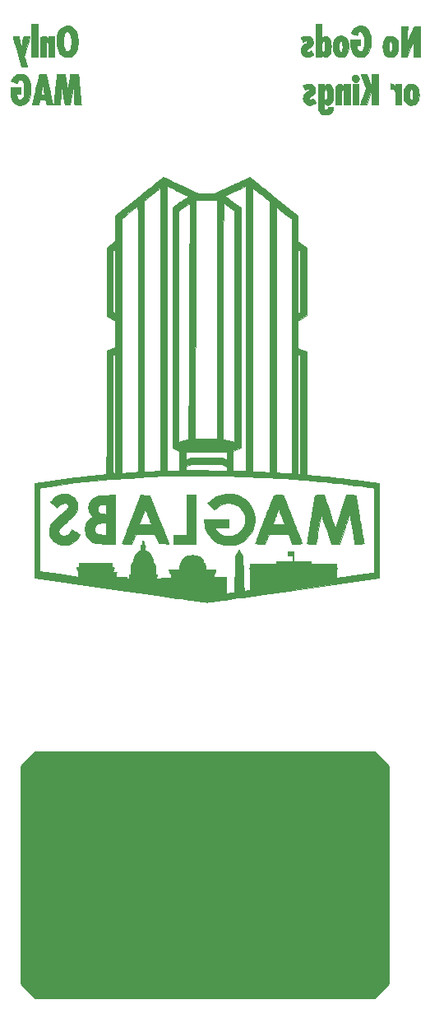
<source format=gbo>
G04 #@! TF.GenerationSoftware,KiCad,Pcbnew,(2017-07-14 revision d3b382c28)-master*
G04 #@! TF.CreationDate,2017-08-01T03:30:38-04:00*
G04 #@! TF.ProjectId,MAGLabs-2017-Swadges,4D41474C6162732D323031372D537761,rev?*
G04 #@! TF.SameCoordinates,Original
G04 #@! TF.FileFunction,Legend,Bot*
G04 #@! TF.FilePolarity,Positive*
%FSLAX46Y46*%
G04 Gerber Fmt 4.6, Leading zero omitted, Abs format (unit mm)*
G04 Created by KiCad (PCBNEW (2017-07-14 revision d3b382c28)-master) date Tue Aug  1 03:30:38 2017*
%MOMM*%
%LPD*%
G01*
G04 APERTURE LIST*
%ADD10C,0.010000*%
%ADD11C,0.254000*%
G04 APERTURE END LIST*
D10*
G36*
X126312250Y-101190296D02*
X125983163Y-101193605D01*
X125699231Y-101202623D01*
X125455062Y-101218035D01*
X125245261Y-101240527D01*
X125064432Y-101270786D01*
X124907182Y-101309496D01*
X124768117Y-101357345D01*
X124674879Y-101398489D01*
X124472125Y-101522303D01*
X124303317Y-101677099D01*
X124169575Y-101856714D01*
X124072018Y-102054989D01*
X124011768Y-102265762D01*
X123989944Y-102482873D01*
X124007667Y-102700162D01*
X124066058Y-102911466D01*
X124166236Y-103110626D01*
X124309321Y-103291480D01*
X124327351Y-103309622D01*
X124464552Y-103444647D01*
X124278264Y-103560755D01*
X124069858Y-103711770D01*
X123906377Y-103879330D01*
X123782954Y-104069923D01*
X123694717Y-104290038D01*
X123673325Y-104366948D01*
X123636869Y-104588004D01*
X123632158Y-104822617D01*
X123658523Y-105051401D01*
X123702826Y-105220958D01*
X123805317Y-105446729D01*
X123947574Y-105655023D01*
X124121684Y-105837191D01*
X124319735Y-105984583D01*
X124475313Y-106065433D01*
X124555260Y-106097312D01*
X124636198Y-106123519D01*
X124723963Y-106144590D01*
X124824395Y-106161058D01*
X124943331Y-106173457D01*
X125086608Y-106182320D01*
X125260066Y-106188180D01*
X125469542Y-106191572D01*
X125720873Y-106193029D01*
X125873030Y-106193200D01*
X126775800Y-106193200D01*
X126775800Y-104034200D01*
X125785200Y-104034200D01*
X125785200Y-105286470D01*
X125461350Y-105271590D01*
X125239931Y-105255301D01*
X125064626Y-105228674D01*
X124971411Y-105204890D01*
X124814249Y-105135926D01*
X124699675Y-105039599D01*
X124626522Y-104914353D01*
X124593624Y-104758635D01*
X124591400Y-104698761D01*
X124613443Y-104523212D01*
X124678685Y-104373029D01*
X124785795Y-104249130D01*
X124933442Y-104152432D01*
X125120296Y-104083854D01*
X125345025Y-104044313D01*
X125555265Y-104034200D01*
X125785200Y-104034200D01*
X126775800Y-104034200D01*
X126775800Y-102129200D01*
X125785200Y-102129200D01*
X125785200Y-103151259D01*
X125550250Y-103140231D01*
X125410502Y-103129654D01*
X125307298Y-103111396D01*
X125226629Y-103082759D01*
X125210546Y-103074815D01*
X125079502Y-102981919D01*
X124990972Y-102861273D01*
X124950705Y-102745011D01*
X124939858Y-102585259D01*
X124975120Y-102436392D01*
X125053742Y-102306934D01*
X125110178Y-102250681D01*
X125199220Y-102199427D01*
X125324885Y-102159940D01*
X125473696Y-102135567D01*
X125599311Y-102129200D01*
X125785200Y-102129200D01*
X126775800Y-102129200D01*
X126775800Y-101189400D01*
X126312250Y-101190296D01*
X126312250Y-101190296D01*
G37*
X126312250Y-101190296D02*
X125983163Y-101193605D01*
X125699231Y-101202623D01*
X125455062Y-101218035D01*
X125245261Y-101240527D01*
X125064432Y-101270786D01*
X124907182Y-101309496D01*
X124768117Y-101357345D01*
X124674879Y-101398489D01*
X124472125Y-101522303D01*
X124303317Y-101677099D01*
X124169575Y-101856714D01*
X124072018Y-102054989D01*
X124011768Y-102265762D01*
X123989944Y-102482873D01*
X124007667Y-102700162D01*
X124066058Y-102911466D01*
X124166236Y-103110626D01*
X124309321Y-103291480D01*
X124327351Y-103309622D01*
X124464552Y-103444647D01*
X124278264Y-103560755D01*
X124069858Y-103711770D01*
X123906377Y-103879330D01*
X123782954Y-104069923D01*
X123694717Y-104290038D01*
X123673325Y-104366948D01*
X123636869Y-104588004D01*
X123632158Y-104822617D01*
X123658523Y-105051401D01*
X123702826Y-105220958D01*
X123805317Y-105446729D01*
X123947574Y-105655023D01*
X124121684Y-105837191D01*
X124319735Y-105984583D01*
X124475313Y-106065433D01*
X124555260Y-106097312D01*
X124636198Y-106123519D01*
X124723963Y-106144590D01*
X124824395Y-106161058D01*
X124943331Y-106173457D01*
X125086608Y-106182320D01*
X125260066Y-106188180D01*
X125469542Y-106191572D01*
X125720873Y-106193029D01*
X125873030Y-106193200D01*
X126775800Y-106193200D01*
X126775800Y-104034200D01*
X125785200Y-104034200D01*
X125785200Y-105286470D01*
X125461350Y-105271590D01*
X125239931Y-105255301D01*
X125064626Y-105228674D01*
X124971411Y-105204890D01*
X124814249Y-105135926D01*
X124699675Y-105039599D01*
X124626522Y-104914353D01*
X124593624Y-104758635D01*
X124591400Y-104698761D01*
X124613443Y-104523212D01*
X124678685Y-104373029D01*
X124785795Y-104249130D01*
X124933442Y-104152432D01*
X125120296Y-104083854D01*
X125345025Y-104044313D01*
X125555265Y-104034200D01*
X125785200Y-104034200D01*
X126775800Y-104034200D01*
X126775800Y-102129200D01*
X125785200Y-102129200D01*
X125785200Y-103151259D01*
X125550250Y-103140231D01*
X125410502Y-103129654D01*
X125307298Y-103111396D01*
X125226629Y-103082759D01*
X125210546Y-103074815D01*
X125079502Y-102981919D01*
X124990972Y-102861273D01*
X124950705Y-102745011D01*
X124939858Y-102585259D01*
X124975120Y-102436392D01*
X125053742Y-102306934D01*
X125110178Y-102250681D01*
X125199220Y-102199427D01*
X125324885Y-102159940D01*
X125473696Y-102135567D01*
X125599311Y-102129200D01*
X125785200Y-102129200D01*
X126775800Y-102129200D01*
X126775800Y-101189400D01*
X126312250Y-101190296D01*
G36*
X128406409Y-103646326D02*
X128276668Y-103984475D01*
X128151897Y-104309709D01*
X128033320Y-104618834D01*
X127922162Y-104908657D01*
X127819648Y-105175982D01*
X127727002Y-105417617D01*
X127645448Y-105630367D01*
X127576211Y-105811039D01*
X127520516Y-105956437D01*
X127479587Y-106063369D01*
X127454649Y-106128640D01*
X127447022Y-106148750D01*
X127444590Y-106163874D01*
X127454092Y-106175127D01*
X127481797Y-106183078D01*
X127533973Y-106188292D01*
X127616890Y-106191338D01*
X127736817Y-106192782D01*
X127900023Y-106193192D01*
X127938295Y-106193200D01*
X128445825Y-106193200D01*
X128828471Y-105189900D01*
X130841579Y-105189900D01*
X131038463Y-105685200D01*
X131235348Y-106180500D01*
X131748779Y-106187375D01*
X132262210Y-106194251D01*
X132224036Y-106098475D01*
X132209705Y-106061753D01*
X132178388Y-105980952D01*
X132131368Y-105859395D01*
X132069928Y-105700406D01*
X131995351Y-105507306D01*
X131908919Y-105283420D01*
X131811915Y-105032070D01*
X131705621Y-104756580D01*
X131591321Y-104460271D01*
X131505367Y-104237400D01*
X130482943Y-104237400D01*
X129189542Y-104237400D01*
X129236859Y-104116750D01*
X129258122Y-104062259D01*
X129294937Y-103967610D01*
X129344506Y-103840015D01*
X129404028Y-103686683D01*
X129470702Y-103514826D01*
X129541730Y-103331654D01*
X129557624Y-103290652D01*
X129626521Y-103113656D01*
X129689466Y-102953381D01*
X129744158Y-102815567D01*
X129788299Y-102705957D01*
X129819589Y-102630293D01*
X129835728Y-102594315D01*
X129837365Y-102592152D01*
X129847325Y-102615994D01*
X129873200Y-102680631D01*
X129912427Y-102779537D01*
X129962444Y-102906187D01*
X130020689Y-103054055D01*
X130084598Y-103216616D01*
X130151610Y-103387344D01*
X130219162Y-103559714D01*
X130284693Y-103727199D01*
X130345639Y-103883274D01*
X130399438Y-104021414D01*
X130443528Y-104135093D01*
X130460950Y-104180250D01*
X130482943Y-104237400D01*
X131505367Y-104237400D01*
X131470297Y-104146467D01*
X131343831Y-103818491D01*
X131260520Y-103602400D01*
X130335179Y-101202100D01*
X129842360Y-101195226D01*
X129349540Y-101188353D01*
X128406409Y-103646326D01*
X128406409Y-103646326D01*
G37*
X128406409Y-103646326D02*
X128276668Y-103984475D01*
X128151897Y-104309709D01*
X128033320Y-104618834D01*
X127922162Y-104908657D01*
X127819648Y-105175982D01*
X127727002Y-105417617D01*
X127645448Y-105630367D01*
X127576211Y-105811039D01*
X127520516Y-105956437D01*
X127479587Y-106063369D01*
X127454649Y-106128640D01*
X127447022Y-106148750D01*
X127444590Y-106163874D01*
X127454092Y-106175127D01*
X127481797Y-106183078D01*
X127533973Y-106188292D01*
X127616890Y-106191338D01*
X127736817Y-106192782D01*
X127900023Y-106193192D01*
X127938295Y-106193200D01*
X128445825Y-106193200D01*
X128828471Y-105189900D01*
X130841579Y-105189900D01*
X131038463Y-105685200D01*
X131235348Y-106180500D01*
X131748779Y-106187375D01*
X132262210Y-106194251D01*
X132224036Y-106098475D01*
X132209705Y-106061753D01*
X132178388Y-105980952D01*
X132131368Y-105859395D01*
X132069928Y-105700406D01*
X131995351Y-105507306D01*
X131908919Y-105283420D01*
X131811915Y-105032070D01*
X131705621Y-104756580D01*
X131591321Y-104460271D01*
X131505367Y-104237400D01*
X130482943Y-104237400D01*
X129189542Y-104237400D01*
X129236859Y-104116750D01*
X129258122Y-104062259D01*
X129294937Y-103967610D01*
X129344506Y-103840015D01*
X129404028Y-103686683D01*
X129470702Y-103514826D01*
X129541730Y-103331654D01*
X129557624Y-103290652D01*
X129626521Y-103113656D01*
X129689466Y-102953381D01*
X129744158Y-102815567D01*
X129788299Y-102705957D01*
X129819589Y-102630293D01*
X129835728Y-102594315D01*
X129837365Y-102592152D01*
X129847325Y-102615994D01*
X129873200Y-102680631D01*
X129912427Y-102779537D01*
X129962444Y-102906187D01*
X130020689Y-103054055D01*
X130084598Y-103216616D01*
X130151610Y-103387344D01*
X130219162Y-103559714D01*
X130284693Y-103727199D01*
X130345639Y-103883274D01*
X130399438Y-104021414D01*
X130443528Y-104135093D01*
X130460950Y-104180250D01*
X130482943Y-104237400D01*
X131505367Y-104237400D01*
X131470297Y-104146467D01*
X131343831Y-103818491D01*
X131260520Y-103602400D01*
X130335179Y-101202100D01*
X129842360Y-101195226D01*
X129349540Y-101188353D01*
X128406409Y-103646326D01*
G36*
X134116400Y-105278800D02*
X132719400Y-105278800D01*
X132719400Y-106193200D01*
X135081600Y-106193200D01*
X135081600Y-101189400D01*
X134116400Y-101189400D01*
X134116400Y-105278800D01*
X134116400Y-105278800D01*
G37*
X134116400Y-105278800D02*
X132719400Y-105278800D01*
X132719400Y-106193200D01*
X135081600Y-106193200D01*
X135081600Y-101189400D01*
X134116400Y-101189400D01*
X134116400Y-105278800D01*
G36*
X143398763Y-101190265D02*
X143262702Y-101193072D01*
X143167457Y-101198132D01*
X143108047Y-101205758D01*
X143079494Y-101216265D01*
X143075670Y-101221150D01*
X143037196Y-101320266D01*
X142984512Y-101456496D01*
X142919078Y-101626033D01*
X142842358Y-101825068D01*
X142755812Y-102049793D01*
X142660903Y-102296402D01*
X142559092Y-102561085D01*
X142451842Y-102840035D01*
X142340614Y-103129445D01*
X142226871Y-103425506D01*
X142112073Y-103724411D01*
X141997684Y-104022351D01*
X141885165Y-104315520D01*
X141775977Y-104600109D01*
X141671583Y-104872310D01*
X141573445Y-105128316D01*
X141483025Y-105364319D01*
X141401784Y-105576511D01*
X141331184Y-105761083D01*
X141272688Y-105914230D01*
X141227756Y-106032141D01*
X141197852Y-106111011D01*
X141184437Y-106147030D01*
X141183863Y-106148750D01*
X141182918Y-106163899D01*
X141193780Y-106175167D01*
X141222776Y-106183121D01*
X141276235Y-106188331D01*
X141360483Y-106191367D01*
X141481851Y-106192798D01*
X141646665Y-106193194D01*
X141677837Y-106193200D01*
X142183998Y-106193200D01*
X142562902Y-105189900D01*
X143567511Y-105183262D01*
X144572119Y-105176625D01*
X144773510Y-105684727D01*
X144974900Y-106192830D01*
X145476550Y-106193015D01*
X145630326Y-106191983D01*
X145764922Y-106188998D01*
X145872733Y-106184398D01*
X145946153Y-106178524D01*
X145977578Y-106171716D01*
X145978200Y-106170583D01*
X145969245Y-106144266D01*
X145943178Y-106073709D01*
X145901204Y-105962057D01*
X145844522Y-105812455D01*
X145774336Y-105628047D01*
X145691847Y-105411979D01*
X145598257Y-105167395D01*
X145494767Y-104897440D01*
X145382580Y-104605259D01*
X145262898Y-104293997D01*
X145241108Y-104237400D01*
X144219836Y-104237400D01*
X143572301Y-104237400D01*
X143366738Y-104236892D01*
X143207331Y-104235213D01*
X143089448Y-104232133D01*
X143008453Y-104227419D01*
X142959712Y-104220839D01*
X142938591Y-104212162D01*
X142937325Y-104205650D01*
X142949358Y-104174785D01*
X142977401Y-104102633D01*
X143019096Y-103995267D01*
X143072086Y-103858762D01*
X143134010Y-103699192D01*
X143202512Y-103522632D01*
X143230688Y-103450000D01*
X143302149Y-103265783D01*
X143368868Y-103093806D01*
X143428297Y-102940635D01*
X143477889Y-102812837D01*
X143515093Y-102716980D01*
X143537364Y-102659629D01*
X143541146Y-102649900D01*
X143570802Y-102573700D01*
X143603444Y-102662600D01*
X143620698Y-102707961D01*
X143653990Y-102794014D01*
X143700751Y-102914177D01*
X143758415Y-103061872D01*
X143824416Y-103230517D01*
X143896186Y-103413533D01*
X143927961Y-103494450D01*
X144219836Y-104237400D01*
X145241108Y-104237400D01*
X145136922Y-103966797D01*
X145025700Y-103678262D01*
X144895382Y-103340273D01*
X144770329Y-103015765D01*
X144651741Y-102707860D01*
X144540818Y-102419683D01*
X144438761Y-102154357D01*
X144346768Y-101915005D01*
X144266042Y-101704751D01*
X144197780Y-101526718D01*
X144143184Y-101384031D01*
X144103454Y-101279812D01*
X144079789Y-101217186D01*
X144073200Y-101198978D01*
X144049088Y-101196024D01*
X143981897Y-101193440D01*
X143879351Y-101191375D01*
X143749171Y-101189981D01*
X143599079Y-101189406D01*
X143580618Y-101189400D01*
X143398763Y-101190265D01*
X143398763Y-101190265D01*
G37*
X143398763Y-101190265D02*
X143262702Y-101193072D01*
X143167457Y-101198132D01*
X143108047Y-101205758D01*
X143079494Y-101216265D01*
X143075670Y-101221150D01*
X143037196Y-101320266D01*
X142984512Y-101456496D01*
X142919078Y-101626033D01*
X142842358Y-101825068D01*
X142755812Y-102049793D01*
X142660903Y-102296402D01*
X142559092Y-102561085D01*
X142451842Y-102840035D01*
X142340614Y-103129445D01*
X142226871Y-103425506D01*
X142112073Y-103724411D01*
X141997684Y-104022351D01*
X141885165Y-104315520D01*
X141775977Y-104600109D01*
X141671583Y-104872310D01*
X141573445Y-105128316D01*
X141483025Y-105364319D01*
X141401784Y-105576511D01*
X141331184Y-105761083D01*
X141272688Y-105914230D01*
X141227756Y-106032141D01*
X141197852Y-106111011D01*
X141184437Y-106147030D01*
X141183863Y-106148750D01*
X141182918Y-106163899D01*
X141193780Y-106175167D01*
X141222776Y-106183121D01*
X141276235Y-106188331D01*
X141360483Y-106191367D01*
X141481851Y-106192798D01*
X141646665Y-106193194D01*
X141677837Y-106193200D01*
X142183998Y-106193200D01*
X142562902Y-105189900D01*
X143567511Y-105183262D01*
X144572119Y-105176625D01*
X144773510Y-105684727D01*
X144974900Y-106192830D01*
X145476550Y-106193015D01*
X145630326Y-106191983D01*
X145764922Y-106188998D01*
X145872733Y-106184398D01*
X145946153Y-106178524D01*
X145977578Y-106171716D01*
X145978200Y-106170583D01*
X145969245Y-106144266D01*
X145943178Y-106073709D01*
X145901204Y-105962057D01*
X145844522Y-105812455D01*
X145774336Y-105628047D01*
X145691847Y-105411979D01*
X145598257Y-105167395D01*
X145494767Y-104897440D01*
X145382580Y-104605259D01*
X145262898Y-104293997D01*
X145241108Y-104237400D01*
X144219836Y-104237400D01*
X143572301Y-104237400D01*
X143366738Y-104236892D01*
X143207331Y-104235213D01*
X143089448Y-104232133D01*
X143008453Y-104227419D01*
X142959712Y-104220839D01*
X142938591Y-104212162D01*
X142937325Y-104205650D01*
X142949358Y-104174785D01*
X142977401Y-104102633D01*
X143019096Y-103995267D01*
X143072086Y-103858762D01*
X143134010Y-103699192D01*
X143202512Y-103522632D01*
X143230688Y-103450000D01*
X143302149Y-103265783D01*
X143368868Y-103093806D01*
X143428297Y-102940635D01*
X143477889Y-102812837D01*
X143515093Y-102716980D01*
X143537364Y-102659629D01*
X143541146Y-102649900D01*
X143570802Y-102573700D01*
X143603444Y-102662600D01*
X143620698Y-102707961D01*
X143653990Y-102794014D01*
X143700751Y-102914177D01*
X143758415Y-103061872D01*
X143824416Y-103230517D01*
X143896186Y-103413533D01*
X143927961Y-103494450D01*
X144219836Y-104237400D01*
X145241108Y-104237400D01*
X145136922Y-103966797D01*
X145025700Y-103678262D01*
X144895382Y-103340273D01*
X144770329Y-103015765D01*
X144651741Y-102707860D01*
X144540818Y-102419683D01*
X144438761Y-102154357D01*
X144346768Y-101915005D01*
X144266042Y-101704751D01*
X144197780Y-101526718D01*
X144143184Y-101384031D01*
X144103454Y-101279812D01*
X144079789Y-101217186D01*
X144073200Y-101198978D01*
X144049088Y-101196024D01*
X143981897Y-101193440D01*
X143879351Y-101191375D01*
X143749171Y-101189981D01*
X143599079Y-101189406D01*
X143580618Y-101189400D01*
X143398763Y-101190265D01*
G36*
X149415782Y-104631100D02*
X149123320Y-103754800D01*
X149038697Y-103501740D01*
X148943625Y-103218277D01*
X148843182Y-102919497D01*
X148742448Y-102620491D01*
X148646501Y-102336345D01*
X148560421Y-102082150D01*
X148544061Y-102033950D01*
X148257263Y-101189400D01*
X147791316Y-101189400D01*
X147627083Y-101189565D01*
X147506597Y-101190622D01*
X147422805Y-101193411D01*
X147368655Y-101198771D01*
X147337093Y-101207543D01*
X147321067Y-101220567D01*
X147313523Y-101238684D01*
X147311541Y-101246550D01*
X147305401Y-101279462D01*
X147291685Y-101357894D01*
X147271093Y-101477684D01*
X147244322Y-101634664D01*
X147212070Y-101824672D01*
X147175035Y-102043543D01*
X147133915Y-102287112D01*
X147089408Y-102551214D01*
X147042212Y-102831685D01*
X146993025Y-103124361D01*
X146942545Y-103425077D01*
X146891470Y-103729668D01*
X146840497Y-104033971D01*
X146790326Y-104333819D01*
X146741653Y-104625050D01*
X146695177Y-104903497D01*
X146651595Y-105164998D01*
X146611607Y-105405387D01*
X146575909Y-105620499D01*
X146545199Y-105806171D01*
X146520177Y-105958238D01*
X146501538Y-106072534D01*
X146489983Y-106144896D01*
X146486200Y-106171042D01*
X146510279Y-106178043D01*
X146577231Y-106184135D01*
X146679136Y-106188942D01*
X146808071Y-106192088D01*
X146954082Y-106193200D01*
X147421964Y-106193200D01*
X147436203Y-106123350D01*
X147442973Y-106085913D01*
X147457375Y-106003105D01*
X147478604Y-105879646D01*
X147505856Y-105720259D01*
X147538325Y-105529667D01*
X147575207Y-105312590D01*
X147615698Y-105073753D01*
X147658991Y-104817876D01*
X147692687Y-104618400D01*
X147737308Y-104354065D01*
X147779492Y-104104179D01*
X147818465Y-103873328D01*
X147853453Y-103666100D01*
X147883680Y-103487084D01*
X147908371Y-103340867D01*
X147926753Y-103232036D01*
X147938051Y-103165181D01*
X147941434Y-103145200D01*
X147950394Y-103161902D01*
X147974066Y-103222895D01*
X148011088Y-103324280D01*
X148060098Y-103462157D01*
X148119737Y-103632626D01*
X148188641Y-103831789D01*
X148265450Y-104055745D01*
X148348801Y-104300596D01*
X148437335Y-104562441D01*
X148466863Y-104650150D01*
X148985790Y-106193200D01*
X149852177Y-106193200D01*
X150359443Y-104669974D01*
X150448212Y-104404427D01*
X150532530Y-104154150D01*
X150611008Y-103923140D01*
X150682255Y-103715398D01*
X150744882Y-103534921D01*
X150797497Y-103385711D01*
X150838712Y-103271765D01*
X150867136Y-103197084D01*
X150881378Y-103165665D01*
X150882547Y-103165024D01*
X150889740Y-103192817D01*
X150904642Y-103266054D01*
X150926410Y-103380102D01*
X150954199Y-103530328D01*
X150987167Y-103712103D01*
X151024471Y-103920792D01*
X151065267Y-104151765D01*
X151108712Y-104400389D01*
X151133295Y-104542200D01*
X151178465Y-104803470D01*
X151221724Y-105053633D01*
X151262168Y-105287467D01*
X151298894Y-105499749D01*
X151330998Y-105685257D01*
X151357576Y-105838769D01*
X151377725Y-105955061D01*
X151390541Y-106028912D01*
X151393717Y-106047150D01*
X151419228Y-106193200D01*
X151896737Y-106193200D01*
X152063630Y-106192887D01*
X152186256Y-106191537D01*
X152271146Y-106188528D01*
X152324831Y-106183238D01*
X152353842Y-106175048D01*
X152364711Y-106163335D01*
X152364263Y-106148750D01*
X152357772Y-106114123D01*
X152343534Y-106034204D01*
X152322264Y-105913141D01*
X152294674Y-105755084D01*
X152261479Y-105564183D01*
X152223393Y-105344586D01*
X152181130Y-105100444D01*
X152135404Y-104835905D01*
X152086929Y-104555119D01*
X152036418Y-104262236D01*
X151984587Y-103961405D01*
X151932148Y-103656774D01*
X151879816Y-103352495D01*
X151828305Y-103052716D01*
X151778328Y-102761586D01*
X151730600Y-102483255D01*
X151685834Y-102221872D01*
X151644746Y-101981587D01*
X151608047Y-101766550D01*
X151576453Y-101580909D01*
X151550678Y-101428814D01*
X151531435Y-101314414D01*
X151519439Y-101241859D01*
X151515400Y-101215356D01*
X151490366Y-101205262D01*
X151416625Y-101197548D01*
X151296218Y-101192324D01*
X151131189Y-101189702D01*
X151039010Y-101189400D01*
X150562620Y-101189400D01*
X149415782Y-104631100D01*
X149415782Y-104631100D01*
G37*
X149415782Y-104631100D02*
X149123320Y-103754800D01*
X149038697Y-103501740D01*
X148943625Y-103218277D01*
X148843182Y-102919497D01*
X148742448Y-102620491D01*
X148646501Y-102336345D01*
X148560421Y-102082150D01*
X148544061Y-102033950D01*
X148257263Y-101189400D01*
X147791316Y-101189400D01*
X147627083Y-101189565D01*
X147506597Y-101190622D01*
X147422805Y-101193411D01*
X147368655Y-101198771D01*
X147337093Y-101207543D01*
X147321067Y-101220567D01*
X147313523Y-101238684D01*
X147311541Y-101246550D01*
X147305401Y-101279462D01*
X147291685Y-101357894D01*
X147271093Y-101477684D01*
X147244322Y-101634664D01*
X147212070Y-101824672D01*
X147175035Y-102043543D01*
X147133915Y-102287112D01*
X147089408Y-102551214D01*
X147042212Y-102831685D01*
X146993025Y-103124361D01*
X146942545Y-103425077D01*
X146891470Y-103729668D01*
X146840497Y-104033971D01*
X146790326Y-104333819D01*
X146741653Y-104625050D01*
X146695177Y-104903497D01*
X146651595Y-105164998D01*
X146611607Y-105405387D01*
X146575909Y-105620499D01*
X146545199Y-105806171D01*
X146520177Y-105958238D01*
X146501538Y-106072534D01*
X146489983Y-106144896D01*
X146486200Y-106171042D01*
X146510279Y-106178043D01*
X146577231Y-106184135D01*
X146679136Y-106188942D01*
X146808071Y-106192088D01*
X146954082Y-106193200D01*
X147421964Y-106193200D01*
X147436203Y-106123350D01*
X147442973Y-106085913D01*
X147457375Y-106003105D01*
X147478604Y-105879646D01*
X147505856Y-105720259D01*
X147538325Y-105529667D01*
X147575207Y-105312590D01*
X147615698Y-105073753D01*
X147658991Y-104817876D01*
X147692687Y-104618400D01*
X147737308Y-104354065D01*
X147779492Y-104104179D01*
X147818465Y-103873328D01*
X147853453Y-103666100D01*
X147883680Y-103487084D01*
X147908371Y-103340867D01*
X147926753Y-103232036D01*
X147938051Y-103165181D01*
X147941434Y-103145200D01*
X147950394Y-103161902D01*
X147974066Y-103222895D01*
X148011088Y-103324280D01*
X148060098Y-103462157D01*
X148119737Y-103632626D01*
X148188641Y-103831789D01*
X148265450Y-104055745D01*
X148348801Y-104300596D01*
X148437335Y-104562441D01*
X148466863Y-104650150D01*
X148985790Y-106193200D01*
X149852177Y-106193200D01*
X150359443Y-104669974D01*
X150448212Y-104404427D01*
X150532530Y-104154150D01*
X150611008Y-103923140D01*
X150682255Y-103715398D01*
X150744882Y-103534921D01*
X150797497Y-103385711D01*
X150838712Y-103271765D01*
X150867136Y-103197084D01*
X150881378Y-103165665D01*
X150882547Y-103165024D01*
X150889740Y-103192817D01*
X150904642Y-103266054D01*
X150926410Y-103380102D01*
X150954199Y-103530328D01*
X150987167Y-103712103D01*
X151024471Y-103920792D01*
X151065267Y-104151765D01*
X151108712Y-104400389D01*
X151133295Y-104542200D01*
X151178465Y-104803470D01*
X151221724Y-105053633D01*
X151262168Y-105287467D01*
X151298894Y-105499749D01*
X151330998Y-105685257D01*
X151357576Y-105838769D01*
X151377725Y-105955061D01*
X151390541Y-106028912D01*
X151393717Y-106047150D01*
X151419228Y-106193200D01*
X151896737Y-106193200D01*
X152063630Y-106192887D01*
X152186256Y-106191537D01*
X152271146Y-106188528D01*
X152324831Y-106183238D01*
X152353842Y-106175048D01*
X152364711Y-106163335D01*
X152364263Y-106148750D01*
X152357772Y-106114123D01*
X152343534Y-106034204D01*
X152322264Y-105913141D01*
X152294674Y-105755084D01*
X152261479Y-105564183D01*
X152223393Y-105344586D01*
X152181130Y-105100444D01*
X152135404Y-104835905D01*
X152086929Y-104555119D01*
X152036418Y-104262236D01*
X151984587Y-103961405D01*
X151932148Y-103656774D01*
X151879816Y-103352495D01*
X151828305Y-103052716D01*
X151778328Y-102761586D01*
X151730600Y-102483255D01*
X151685834Y-102221872D01*
X151644746Y-101981587D01*
X151608047Y-101766550D01*
X151576453Y-101580909D01*
X151550678Y-101428814D01*
X151531435Y-101314414D01*
X151519439Y-101241859D01*
X151515400Y-101215356D01*
X151490366Y-101205262D01*
X151416625Y-101197548D01*
X151296218Y-101192324D01*
X151131189Y-101189702D01*
X151039010Y-101189400D01*
X150562620Y-101189400D01*
X149415782Y-104631100D01*
G36*
X121244909Y-101097746D02*
X121028500Y-101144891D01*
X120822814Y-101226930D01*
X120619995Y-101347441D01*
X120412183Y-101510000D01*
X120285506Y-101625691D01*
X120195914Y-101712846D01*
X120121447Y-101788155D01*
X120068994Y-101844437D01*
X120045440Y-101874510D01*
X120044800Y-101876643D01*
X120062677Y-101898391D01*
X120111394Y-101946921D01*
X120183585Y-102015535D01*
X120271881Y-102097539D01*
X120368914Y-102186237D01*
X120467317Y-102274931D01*
X120559721Y-102356928D01*
X120638759Y-102425529D01*
X120697063Y-102474041D01*
X120724297Y-102494171D01*
X120758153Y-102485538D01*
X120820881Y-102438240D01*
X120910421Y-102353907D01*
X120942049Y-102321788D01*
X121082768Y-102189404D01*
X121210866Y-102098082D01*
X121335495Y-102042987D01*
X121465808Y-102019285D01*
X121518000Y-102017503D01*
X121670380Y-102036659D01*
X121789754Y-102093930D01*
X121874629Y-102187583D01*
X121903632Y-102241396D01*
X121921026Y-102293406D01*
X121924326Y-102346653D01*
X121911044Y-102404174D01*
X121878694Y-102469010D01*
X121824792Y-102544200D01*
X121746851Y-102632782D01*
X121642385Y-102737797D01*
X121508908Y-102862283D01*
X121343935Y-103009279D01*
X121144978Y-103181825D01*
X120909553Y-103382959D01*
X120867872Y-103418390D01*
X120634512Y-103623864D01*
X120442407Y-103810484D01*
X120288224Y-103983748D01*
X120168635Y-104149151D01*
X120080309Y-104312192D01*
X120019915Y-104478367D01*
X119984125Y-104653172D01*
X119969607Y-104842105D01*
X119968902Y-104902278D01*
X119972784Y-105033251D01*
X119982965Y-105160738D01*
X119997679Y-105265525D01*
X120005497Y-105300861D01*
X120094907Y-105541720D01*
X120227004Y-105756237D01*
X120399906Y-105942443D01*
X120611730Y-106098371D01*
X120860594Y-106222053D01*
X120902265Y-106238175D01*
X120979296Y-106264589D01*
X121053343Y-106283254D01*
X121136740Y-106295835D01*
X121241820Y-106303997D01*
X121380917Y-106309404D01*
X121441800Y-106311000D01*
X121619184Y-106313174D01*
X121755780Y-106309598D01*
X121861338Y-106299710D01*
X121945603Y-106282952D01*
X121949800Y-106281823D01*
X122197437Y-106192080D01*
X122429915Y-106064838D01*
X122633073Y-105908197D01*
X122677281Y-105865735D01*
X122751957Y-105784163D01*
X122831944Y-105686200D01*
X122911468Y-105580327D01*
X122984754Y-105475022D01*
X123046028Y-105378767D01*
X123089517Y-105300041D01*
X123109446Y-105247324D01*
X123108367Y-105232637D01*
X123082953Y-105212466D01*
X123023118Y-105172852D01*
X122937148Y-105118733D01*
X122833328Y-105055049D01*
X122719945Y-104986738D01*
X122605283Y-104918739D01*
X122497631Y-104855990D01*
X122405272Y-104803430D01*
X122336493Y-104765997D01*
X122299581Y-104748631D01*
X122295680Y-104748253D01*
X122278864Y-104773225D01*
X122243009Y-104828825D01*
X122199180Y-104897800D01*
X122087270Y-105050538D01*
X121958751Y-105185728D01*
X121825964Y-105291308D01*
X121753456Y-105333439D01*
X121605084Y-105382579D01*
X121445454Y-105395091D01*
X121291584Y-105371105D01*
X121190071Y-105329168D01*
X121056708Y-105232970D01*
X120968076Y-105121024D01*
X120926510Y-104996606D01*
X120923532Y-104954882D01*
X120929003Y-104873102D01*
X120949455Y-104792833D01*
X120988283Y-104709980D01*
X121048885Y-104620444D01*
X121134654Y-104520127D01*
X121248987Y-104404932D01*
X121395280Y-104270761D01*
X121576927Y-104113516D01*
X121721200Y-103992297D01*
X121864082Y-103869907D01*
X122017424Y-103732882D01*
X122167150Y-103594164D01*
X122299183Y-103466693D01*
X122361181Y-103403974D01*
X122477191Y-103281169D01*
X122564050Y-103181812D01*
X122630025Y-103094993D01*
X122683381Y-103009800D01*
X122732385Y-102915321D01*
X122734187Y-102911579D01*
X122830473Y-102661947D01*
X122876572Y-102418702D01*
X122872519Y-102182391D01*
X122818351Y-101953561D01*
X122714103Y-101732760D01*
X122650915Y-101636238D01*
X122482379Y-101441052D01*
X122285461Y-101287955D01*
X122060367Y-101177046D01*
X121807304Y-101108422D01*
X121526477Y-101082181D01*
X121479900Y-101081917D01*
X121244909Y-101097746D01*
X121244909Y-101097746D01*
G37*
X121244909Y-101097746D02*
X121028500Y-101144891D01*
X120822814Y-101226930D01*
X120619995Y-101347441D01*
X120412183Y-101510000D01*
X120285506Y-101625691D01*
X120195914Y-101712846D01*
X120121447Y-101788155D01*
X120068994Y-101844437D01*
X120045440Y-101874510D01*
X120044800Y-101876643D01*
X120062677Y-101898391D01*
X120111394Y-101946921D01*
X120183585Y-102015535D01*
X120271881Y-102097539D01*
X120368914Y-102186237D01*
X120467317Y-102274931D01*
X120559721Y-102356928D01*
X120638759Y-102425529D01*
X120697063Y-102474041D01*
X120724297Y-102494171D01*
X120758153Y-102485538D01*
X120820881Y-102438240D01*
X120910421Y-102353907D01*
X120942049Y-102321788D01*
X121082768Y-102189404D01*
X121210866Y-102098082D01*
X121335495Y-102042987D01*
X121465808Y-102019285D01*
X121518000Y-102017503D01*
X121670380Y-102036659D01*
X121789754Y-102093930D01*
X121874629Y-102187583D01*
X121903632Y-102241396D01*
X121921026Y-102293406D01*
X121924326Y-102346653D01*
X121911044Y-102404174D01*
X121878694Y-102469010D01*
X121824792Y-102544200D01*
X121746851Y-102632782D01*
X121642385Y-102737797D01*
X121508908Y-102862283D01*
X121343935Y-103009279D01*
X121144978Y-103181825D01*
X120909553Y-103382959D01*
X120867872Y-103418390D01*
X120634512Y-103623864D01*
X120442407Y-103810484D01*
X120288224Y-103983748D01*
X120168635Y-104149151D01*
X120080309Y-104312192D01*
X120019915Y-104478367D01*
X119984125Y-104653172D01*
X119969607Y-104842105D01*
X119968902Y-104902278D01*
X119972784Y-105033251D01*
X119982965Y-105160738D01*
X119997679Y-105265525D01*
X120005497Y-105300861D01*
X120094907Y-105541720D01*
X120227004Y-105756237D01*
X120399906Y-105942443D01*
X120611730Y-106098371D01*
X120860594Y-106222053D01*
X120902265Y-106238175D01*
X120979296Y-106264589D01*
X121053343Y-106283254D01*
X121136740Y-106295835D01*
X121241820Y-106303997D01*
X121380917Y-106309404D01*
X121441800Y-106311000D01*
X121619184Y-106313174D01*
X121755780Y-106309598D01*
X121861338Y-106299710D01*
X121945603Y-106282952D01*
X121949800Y-106281823D01*
X122197437Y-106192080D01*
X122429915Y-106064838D01*
X122633073Y-105908197D01*
X122677281Y-105865735D01*
X122751957Y-105784163D01*
X122831944Y-105686200D01*
X122911468Y-105580327D01*
X122984754Y-105475022D01*
X123046028Y-105378767D01*
X123089517Y-105300041D01*
X123109446Y-105247324D01*
X123108367Y-105232637D01*
X123082953Y-105212466D01*
X123023118Y-105172852D01*
X122937148Y-105118733D01*
X122833328Y-105055049D01*
X122719945Y-104986738D01*
X122605283Y-104918739D01*
X122497631Y-104855990D01*
X122405272Y-104803430D01*
X122336493Y-104765997D01*
X122299581Y-104748631D01*
X122295680Y-104748253D01*
X122278864Y-104773225D01*
X122243009Y-104828825D01*
X122199180Y-104897800D01*
X122087270Y-105050538D01*
X121958751Y-105185728D01*
X121825964Y-105291308D01*
X121753456Y-105333439D01*
X121605084Y-105382579D01*
X121445454Y-105395091D01*
X121291584Y-105371105D01*
X121190071Y-105329168D01*
X121056708Y-105232970D01*
X120968076Y-105121024D01*
X120926510Y-104996606D01*
X120923532Y-104954882D01*
X120929003Y-104873102D01*
X120949455Y-104792833D01*
X120988283Y-104709980D01*
X121048885Y-104620444D01*
X121134654Y-104520127D01*
X121248987Y-104404932D01*
X121395280Y-104270761D01*
X121576927Y-104113516D01*
X121721200Y-103992297D01*
X121864082Y-103869907D01*
X122017424Y-103732882D01*
X122167150Y-103594164D01*
X122299183Y-103466693D01*
X122361181Y-103403974D01*
X122477191Y-103281169D01*
X122564050Y-103181812D01*
X122630025Y-103094993D01*
X122683381Y-103009800D01*
X122732385Y-102915321D01*
X122734187Y-102911579D01*
X122830473Y-102661947D01*
X122876572Y-102418702D01*
X122872519Y-102182391D01*
X122818351Y-101953561D01*
X122714103Y-101732760D01*
X122650915Y-101636238D01*
X122482379Y-101441052D01*
X122285461Y-101287955D01*
X122060367Y-101177046D01*
X121807304Y-101108422D01*
X121526477Y-101082181D01*
X121479900Y-101081917D01*
X121244909Y-101097746D01*
G36*
X138183184Y-101088164D02*
X137838950Y-101132699D01*
X137508982Y-101210727D01*
X137202523Y-101321110D01*
X136961200Y-101443179D01*
X136794387Y-101553443D01*
X136617801Y-101690609D01*
X136450308Y-101839618D01*
X136390378Y-101898860D01*
X136264056Y-102028162D01*
X136568178Y-102334362D01*
X136671819Y-102437538D01*
X136765828Y-102528939D01*
X136843258Y-102601984D01*
X136897167Y-102650087D01*
X136917638Y-102665650D01*
X136948014Y-102672179D01*
X136988231Y-102656932D01*
X137047308Y-102614901D01*
X137120838Y-102552850D01*
X137382966Y-102353428D01*
X137657394Y-102200825D01*
X137940941Y-102095559D01*
X138230427Y-102038151D01*
X138522670Y-102029116D01*
X138814490Y-102068975D01*
X139102705Y-102158244D01*
X139221800Y-102210542D01*
X139332015Y-102267411D01*
X139425322Y-102327016D01*
X139516692Y-102400494D01*
X139621095Y-102498982D01*
X139654856Y-102532712D01*
X139828938Y-102728244D01*
X139960050Y-102923655D01*
X140054794Y-103129932D01*
X140099255Y-103272200D01*
X140127911Y-103430073D01*
X140141431Y-103615782D01*
X140139807Y-103809111D01*
X140123030Y-103989841D01*
X140099604Y-104108368D01*
X140003750Y-104373331D01*
X139864516Y-104618688D01*
X139687230Y-104839256D01*
X139477222Y-105029851D01*
X139239820Y-105185290D01*
X138980354Y-105300390D01*
X138828100Y-105345125D01*
X138688555Y-105369305D01*
X138521079Y-105383795D01*
X138343233Y-105388354D01*
X138172574Y-105382739D01*
X138026664Y-105366708D01*
X137977200Y-105356862D01*
X137735162Y-105274081D01*
X137512148Y-105147846D01*
X137316208Y-104983747D01*
X137155391Y-104787376D01*
X137153650Y-104784761D01*
X137110443Y-104721419D01*
X137077609Y-104671668D01*
X137059586Y-104633879D01*
X137060814Y-104606425D01*
X137085729Y-104587679D01*
X137138771Y-104576012D01*
X137224377Y-104569797D01*
X137346987Y-104567408D01*
X137511039Y-104567215D01*
X137720971Y-104567593D01*
X137745883Y-104567600D01*
X138459800Y-104567600D01*
X138459800Y-103653200D01*
X135919800Y-103653200D01*
X135919800Y-103841862D01*
X135943236Y-104186396D01*
X136011580Y-104521061D01*
X136121886Y-104841090D01*
X136271209Y-105141716D01*
X136456601Y-105418175D01*
X136675118Y-105665699D01*
X136923813Y-105879523D01*
X137199741Y-106054881D01*
X137326315Y-106117401D01*
X137478568Y-106181219D01*
X137623866Y-106229377D01*
X137773939Y-106264078D01*
X137940517Y-106287528D01*
X138135330Y-106301932D01*
X138345500Y-106309005D01*
X138572956Y-106311237D01*
X138755405Y-106307210D01*
X138898281Y-106296711D01*
X138984713Y-106284089D01*
X139334709Y-106193355D01*
X139680982Y-106054064D01*
X139718602Y-106035935D01*
X140010613Y-105865587D01*
X140272364Y-105657854D01*
X140502233Y-105417309D01*
X140698599Y-105148524D01*
X140859841Y-104856072D01*
X140984337Y-104544525D01*
X141070467Y-104218457D01*
X141116609Y-103882439D01*
X141121142Y-103541045D01*
X141082444Y-103198847D01*
X140998895Y-102860417D01*
X140920437Y-102646227D01*
X140794740Y-102396288D01*
X140628857Y-102146653D01*
X140432117Y-101908981D01*
X140213847Y-101694937D01*
X140059769Y-101570228D01*
X139885407Y-101456362D01*
X139680626Y-101347145D01*
X139465570Y-101252128D01*
X139260384Y-101180862D01*
X139209054Y-101166872D01*
X138877478Y-101104114D01*
X138532441Y-101078257D01*
X138183184Y-101088164D01*
X138183184Y-101088164D01*
G37*
X138183184Y-101088164D02*
X137838950Y-101132699D01*
X137508982Y-101210727D01*
X137202523Y-101321110D01*
X136961200Y-101443179D01*
X136794387Y-101553443D01*
X136617801Y-101690609D01*
X136450308Y-101839618D01*
X136390378Y-101898860D01*
X136264056Y-102028162D01*
X136568178Y-102334362D01*
X136671819Y-102437538D01*
X136765828Y-102528939D01*
X136843258Y-102601984D01*
X136897167Y-102650087D01*
X136917638Y-102665650D01*
X136948014Y-102672179D01*
X136988231Y-102656932D01*
X137047308Y-102614901D01*
X137120838Y-102552850D01*
X137382966Y-102353428D01*
X137657394Y-102200825D01*
X137940941Y-102095559D01*
X138230427Y-102038151D01*
X138522670Y-102029116D01*
X138814490Y-102068975D01*
X139102705Y-102158244D01*
X139221800Y-102210542D01*
X139332015Y-102267411D01*
X139425322Y-102327016D01*
X139516692Y-102400494D01*
X139621095Y-102498982D01*
X139654856Y-102532712D01*
X139828938Y-102728244D01*
X139960050Y-102923655D01*
X140054794Y-103129932D01*
X140099255Y-103272200D01*
X140127911Y-103430073D01*
X140141431Y-103615782D01*
X140139807Y-103809111D01*
X140123030Y-103989841D01*
X140099604Y-104108368D01*
X140003750Y-104373331D01*
X139864516Y-104618688D01*
X139687230Y-104839256D01*
X139477222Y-105029851D01*
X139239820Y-105185290D01*
X138980354Y-105300390D01*
X138828100Y-105345125D01*
X138688555Y-105369305D01*
X138521079Y-105383795D01*
X138343233Y-105388354D01*
X138172574Y-105382739D01*
X138026664Y-105366708D01*
X137977200Y-105356862D01*
X137735162Y-105274081D01*
X137512148Y-105147846D01*
X137316208Y-104983747D01*
X137155391Y-104787376D01*
X137153650Y-104784761D01*
X137110443Y-104721419D01*
X137077609Y-104671668D01*
X137059586Y-104633879D01*
X137060814Y-104606425D01*
X137085729Y-104587679D01*
X137138771Y-104576012D01*
X137224377Y-104569797D01*
X137346987Y-104567408D01*
X137511039Y-104567215D01*
X137720971Y-104567593D01*
X137745883Y-104567600D01*
X138459800Y-104567600D01*
X138459800Y-103653200D01*
X135919800Y-103653200D01*
X135919800Y-103841862D01*
X135943236Y-104186396D01*
X136011580Y-104521061D01*
X136121886Y-104841090D01*
X136271209Y-105141716D01*
X136456601Y-105418175D01*
X136675118Y-105665699D01*
X136923813Y-105879523D01*
X137199741Y-106054881D01*
X137326315Y-106117401D01*
X137478568Y-106181219D01*
X137623866Y-106229377D01*
X137773939Y-106264078D01*
X137940517Y-106287528D01*
X138135330Y-106301932D01*
X138345500Y-106309005D01*
X138572956Y-106311237D01*
X138755405Y-106307210D01*
X138898281Y-106296711D01*
X138984713Y-106284089D01*
X139334709Y-106193355D01*
X139680982Y-106054064D01*
X139718602Y-106035935D01*
X140010613Y-105865587D01*
X140272364Y-105657854D01*
X140502233Y-105417309D01*
X140698599Y-105148524D01*
X140859841Y-104856072D01*
X140984337Y-104544525D01*
X141070467Y-104218457D01*
X141116609Y-103882439D01*
X141121142Y-103541045D01*
X141082444Y-103198847D01*
X140998895Y-102860417D01*
X140920437Y-102646227D01*
X140794740Y-102396288D01*
X140628857Y-102146653D01*
X140432117Y-101908981D01*
X140213847Y-101694937D01*
X140059769Y-101570228D01*
X139885407Y-101456362D01*
X139680626Y-101347145D01*
X139465570Y-101252128D01*
X139260384Y-101180862D01*
X139209054Y-101166872D01*
X138877478Y-101104114D01*
X138532441Y-101078257D01*
X138183184Y-101088164D01*
G36*
X118139800Y-56079000D02*
X118749400Y-56079000D01*
X118749400Y-52751600D01*
X118139800Y-52751600D01*
X118139800Y-56079000D01*
X118139800Y-56079000D01*
G37*
X118139800Y-56079000D02*
X118749400Y-56079000D01*
X118749400Y-52751600D01*
X118139800Y-52751600D01*
X118139800Y-56079000D01*
G36*
X119239543Y-53980056D02*
X119154016Y-54036009D01*
X119116391Y-54075472D01*
X119085563Y-54118332D01*
X119060862Y-54169842D01*
X119041621Y-54235258D01*
X119027172Y-54319831D01*
X119016845Y-54428818D01*
X119009973Y-54567471D01*
X119005887Y-54741044D01*
X119003919Y-54954792D01*
X119003401Y-55213969D01*
X119003400Y-55220010D01*
X119003400Y-56079000D01*
X119613000Y-56079000D01*
X119613000Y-55373451D01*
X119613370Y-55160028D01*
X119614680Y-54991626D01*
X119617229Y-54862471D01*
X119621317Y-54766789D01*
X119627243Y-54698805D01*
X119635307Y-54652746D01*
X119645810Y-54622836D01*
X119652541Y-54611451D01*
X119708842Y-54563094D01*
X119772009Y-54564196D01*
X119831314Y-54608420D01*
X119845641Y-54627406D01*
X119856966Y-54653066D01*
X119865729Y-54691365D01*
X119872370Y-54748267D01*
X119877328Y-54829736D01*
X119881044Y-54941735D01*
X119883958Y-55090229D01*
X119886509Y-55281183D01*
X119887522Y-55370420D01*
X119895344Y-56079000D01*
X120502000Y-56079000D01*
X120502000Y-53996200D01*
X119895055Y-53996200D01*
X119887378Y-54128025D01*
X119879700Y-54259851D01*
X119816200Y-54165441D01*
X119725624Y-54067569D01*
X119611152Y-53997843D01*
X119484303Y-53958515D01*
X119356594Y-53951835D01*
X119239543Y-53980056D01*
X119239543Y-53980056D01*
G37*
X119239543Y-53980056D02*
X119154016Y-54036009D01*
X119116391Y-54075472D01*
X119085563Y-54118332D01*
X119060862Y-54169842D01*
X119041621Y-54235258D01*
X119027172Y-54319831D01*
X119016845Y-54428818D01*
X119009973Y-54567471D01*
X119005887Y-54741044D01*
X119003919Y-54954792D01*
X119003401Y-55213969D01*
X119003400Y-55220010D01*
X119003400Y-56079000D01*
X119613000Y-56079000D01*
X119613000Y-55373451D01*
X119613370Y-55160028D01*
X119614680Y-54991626D01*
X119617229Y-54862471D01*
X119621317Y-54766789D01*
X119627243Y-54698805D01*
X119635307Y-54652746D01*
X119645810Y-54622836D01*
X119652541Y-54611451D01*
X119708842Y-54563094D01*
X119772009Y-54564196D01*
X119831314Y-54608420D01*
X119845641Y-54627406D01*
X119856966Y-54653066D01*
X119865729Y-54691365D01*
X119872370Y-54748267D01*
X119877328Y-54829736D01*
X119881044Y-54941735D01*
X119883958Y-55090229D01*
X119886509Y-55281183D01*
X119887522Y-55370420D01*
X119895344Y-56079000D01*
X120502000Y-56079000D01*
X120502000Y-53996200D01*
X119895055Y-53996200D01*
X119887378Y-54128025D01*
X119879700Y-54259851D01*
X119816200Y-54165441D01*
X119725624Y-54067569D01*
X119611152Y-53997843D01*
X119484303Y-53958515D01*
X119356594Y-53951835D01*
X119239543Y-53980056D01*
G36*
X157423549Y-53240550D02*
X157378827Y-53349239D01*
X157319542Y-53493575D01*
X157250360Y-53662184D01*
X157175949Y-53843691D01*
X157100972Y-54026723D01*
X157070815Y-54100390D01*
X156835846Y-54674481D01*
X156845550Y-53814640D01*
X156855254Y-52954800D01*
X156189000Y-52954800D01*
X156189000Y-56079000D01*
X156500150Y-56078754D01*
X156811300Y-56078509D01*
X157163849Y-55202454D01*
X157243593Y-55004492D01*
X157317185Y-54822181D01*
X157382523Y-54660697D01*
X157437507Y-54525215D01*
X157480036Y-54420912D01*
X157508008Y-54352964D01*
X157519323Y-54326547D01*
X157519449Y-54326383D01*
X157519944Y-54350813D01*
X157519976Y-54420251D01*
X157519576Y-54528909D01*
X157518776Y-54670999D01*
X157517608Y-54840730D01*
X157516104Y-55032314D01*
X157514633Y-55202683D01*
X157506765Y-56079000D01*
X158144800Y-56079000D01*
X158144800Y-52954800D01*
X157541315Y-52954800D01*
X157423549Y-53240550D01*
X157423549Y-53240550D01*
G37*
X157423549Y-53240550D02*
X157378827Y-53349239D01*
X157319542Y-53493575D01*
X157250360Y-53662184D01*
X157175949Y-53843691D01*
X157100972Y-54026723D01*
X157070815Y-54100390D01*
X156835846Y-54674481D01*
X156845550Y-53814640D01*
X156855254Y-52954800D01*
X156189000Y-52954800D01*
X156189000Y-56079000D01*
X156500150Y-56078754D01*
X156811300Y-56078509D01*
X157163849Y-55202454D01*
X157243593Y-55004492D01*
X157317185Y-54822181D01*
X157382523Y-54660697D01*
X157437507Y-54525215D01*
X157480036Y-54420912D01*
X157508008Y-54352964D01*
X157519323Y-54326547D01*
X157519449Y-54326383D01*
X157519944Y-54350813D01*
X157519976Y-54420251D01*
X157519576Y-54528909D01*
X157518776Y-54670999D01*
X157517608Y-54840730D01*
X157516104Y-55032314D01*
X157514633Y-55202683D01*
X157506765Y-56079000D01*
X158144800Y-56079000D01*
X158144800Y-52954800D01*
X157541315Y-52954800D01*
X157423549Y-53240550D01*
G36*
X121569511Y-52946255D02*
X121377169Y-53021918D01*
X121199328Y-53141945D01*
X121165630Y-53171786D01*
X121023235Y-53330913D01*
X120909884Y-53519484D01*
X120823912Y-53741662D01*
X120763651Y-54001608D01*
X120731291Y-54256602D01*
X120718017Y-54583546D01*
X120736696Y-54890194D01*
X120786188Y-55172042D01*
X120865354Y-55424589D01*
X120973053Y-55643332D01*
X121108146Y-55823767D01*
X121134975Y-55851522D01*
X121259719Y-55963629D01*
X121378842Y-56040717D01*
X121507292Y-56089025D01*
X121660018Y-56114787D01*
X121784700Y-56122588D01*
X121909545Y-56125296D01*
X121999830Y-56121760D01*
X122071623Y-56109905D01*
X122140993Y-56087658D01*
X122181132Y-56071425D01*
X122330532Y-55999057D01*
X122447112Y-55918118D01*
X122548675Y-55815766D01*
X122568419Y-55792004D01*
X122685174Y-55624427D01*
X122775134Y-55439445D01*
X122840504Y-55229750D01*
X122883484Y-54988035D01*
X122906279Y-54706991D01*
X122907929Y-54665657D01*
X122908211Y-54542300D01*
X122233551Y-54542300D01*
X122222866Y-54811186D01*
X122193060Y-55040725D01*
X122144791Y-55229314D01*
X122078716Y-55375346D01*
X121995494Y-55477217D01*
X121895780Y-55533324D01*
X121822800Y-55544488D01*
X121758157Y-55531908D01*
X121685039Y-55499983D01*
X121677775Y-55495701D01*
X121613681Y-55440333D01*
X121555749Y-55364538D01*
X121544185Y-55343937D01*
X121483290Y-55186926D01*
X121438452Y-54993341D01*
X121410131Y-54774955D01*
X121398786Y-54543541D01*
X121404878Y-54310871D01*
X121428866Y-54088718D01*
X121471211Y-53888855D01*
X121485483Y-53841377D01*
X121534405Y-53732608D01*
X121602435Y-53631665D01*
X121620986Y-53610678D01*
X121685619Y-53550302D01*
X121741946Y-53521381D01*
X121810598Y-53513617D01*
X121815442Y-53513600D01*
X121931564Y-53537202D01*
X122029095Y-53607736D01*
X122107868Y-53724795D01*
X122167718Y-53887969D01*
X122208478Y-54096850D01*
X122229983Y-54351030D01*
X122233551Y-54542300D01*
X122908211Y-54542300D01*
X122908667Y-54343066D01*
X122885580Y-54060279D01*
X122837536Y-53811649D01*
X122763401Y-53591531D01*
X122662042Y-53394276D01*
X122648409Y-53372521D01*
X122511439Y-53201275D01*
X122348291Y-53068885D01*
X122165744Y-52976271D01*
X121970579Y-52924349D01*
X121769575Y-52914038D01*
X121569511Y-52946255D01*
X121569511Y-52946255D01*
G37*
X121569511Y-52946255D02*
X121377169Y-53021918D01*
X121199328Y-53141945D01*
X121165630Y-53171786D01*
X121023235Y-53330913D01*
X120909884Y-53519484D01*
X120823912Y-53741662D01*
X120763651Y-54001608D01*
X120731291Y-54256602D01*
X120718017Y-54583546D01*
X120736696Y-54890194D01*
X120786188Y-55172042D01*
X120865354Y-55424589D01*
X120973053Y-55643332D01*
X121108146Y-55823767D01*
X121134975Y-55851522D01*
X121259719Y-55963629D01*
X121378842Y-56040717D01*
X121507292Y-56089025D01*
X121660018Y-56114787D01*
X121784700Y-56122588D01*
X121909545Y-56125296D01*
X121999830Y-56121760D01*
X122071623Y-56109905D01*
X122140993Y-56087658D01*
X122181132Y-56071425D01*
X122330532Y-55999057D01*
X122447112Y-55918118D01*
X122548675Y-55815766D01*
X122568419Y-55792004D01*
X122685174Y-55624427D01*
X122775134Y-55439445D01*
X122840504Y-55229750D01*
X122883484Y-54988035D01*
X122906279Y-54706991D01*
X122907929Y-54665657D01*
X122908211Y-54542300D01*
X122233551Y-54542300D01*
X122222866Y-54811186D01*
X122193060Y-55040725D01*
X122144791Y-55229314D01*
X122078716Y-55375346D01*
X121995494Y-55477217D01*
X121895780Y-55533324D01*
X121822800Y-55544488D01*
X121758157Y-55531908D01*
X121685039Y-55499983D01*
X121677775Y-55495701D01*
X121613681Y-55440333D01*
X121555749Y-55364538D01*
X121544185Y-55343937D01*
X121483290Y-55186926D01*
X121438452Y-54993341D01*
X121410131Y-54774955D01*
X121398786Y-54543541D01*
X121404878Y-54310871D01*
X121428866Y-54088718D01*
X121471211Y-53888855D01*
X121485483Y-53841377D01*
X121534405Y-53732608D01*
X121602435Y-53631665D01*
X121620986Y-53610678D01*
X121685619Y-53550302D01*
X121741946Y-53521381D01*
X121810598Y-53513617D01*
X121815442Y-53513600D01*
X121931564Y-53537202D01*
X122029095Y-53607736D01*
X122107868Y-53724795D01*
X122167718Y-53887969D01*
X122208478Y-54096850D01*
X122229983Y-54351030D01*
X122233551Y-54542300D01*
X122908211Y-54542300D01*
X122908667Y-54343066D01*
X122885580Y-54060279D01*
X122837536Y-53811649D01*
X122763401Y-53591531D01*
X122662042Y-53394276D01*
X122648409Y-53372521D01*
X122511439Y-53201275D01*
X122348291Y-53068885D01*
X122165744Y-52976271D01*
X121970579Y-52924349D01*
X121769575Y-52914038D01*
X121569511Y-52946255D01*
G36*
X146295525Y-53956241D02*
X146107413Y-53996231D01*
X145940517Y-54067396D01*
X145907070Y-54087828D01*
X145848640Y-54126049D01*
X145967959Y-54346874D01*
X146019245Y-54441355D01*
X146061062Y-54517574D01*
X146087869Y-54565479D01*
X146094571Y-54576615D01*
X146117247Y-54568634D01*
X146165337Y-54537940D01*
X146186082Y-54522961D01*
X146285470Y-54465797D01*
X146377980Y-54442503D01*
X146454509Y-54452959D01*
X146505954Y-54497045D01*
X146518372Y-54527349D01*
X146510730Y-54595452D01*
X146456139Y-54668199D01*
X146357794Y-54742101D01*
X146284205Y-54782992D01*
X146123179Y-54876785D01*
X146007400Y-54976419D01*
X145931374Y-55090166D01*
X145889607Y-55226298D01*
X145876605Y-55393089D01*
X145876600Y-55396694D01*
X145895553Y-55605797D01*
X145951902Y-55782859D01*
X146044887Y-55926394D01*
X146173746Y-56034915D01*
X146215607Y-56058545D01*
X146326508Y-56096879D01*
X146466153Y-56118571D01*
X146614929Y-56122542D01*
X146753225Y-56107713D01*
X146816400Y-56091588D01*
X146923555Y-56049608D01*
X147024735Y-55998519D01*
X147105861Y-55946318D01*
X147152851Y-55901004D01*
X147153378Y-55900172D01*
X147157942Y-55866950D01*
X147139139Y-55811595D01*
X147094036Y-55726962D01*
X147056878Y-55665222D01*
X147001025Y-55578764D01*
X146953028Y-55511820D01*
X146920136Y-55474182D01*
X146911886Y-55469400D01*
X146876440Y-55482987D01*
X146822202Y-55516129D01*
X146816109Y-55520407D01*
X146717767Y-55571093D01*
X146625778Y-55584567D01*
X146549340Y-55563268D01*
X146497652Y-55509634D01*
X146479850Y-55431300D01*
X146492345Y-55371815D01*
X146534258Y-55316630D01*
X146612233Y-55259345D01*
X146719970Y-55200080D01*
X146886997Y-55096630D01*
X147007676Y-54976920D01*
X147085144Y-54836174D01*
X147122539Y-54669616D01*
X147127169Y-54580158D01*
X147107822Y-54398437D01*
X147047243Y-54246343D01*
X146945316Y-54123725D01*
X146801924Y-54030432D01*
X146666883Y-53979553D01*
X146487725Y-53949868D01*
X146295525Y-53956241D01*
X146295525Y-53956241D01*
G37*
X146295525Y-53956241D02*
X146107413Y-53996231D01*
X145940517Y-54067396D01*
X145907070Y-54087828D01*
X145848640Y-54126049D01*
X145967959Y-54346874D01*
X146019245Y-54441355D01*
X146061062Y-54517574D01*
X146087869Y-54565479D01*
X146094571Y-54576615D01*
X146117247Y-54568634D01*
X146165337Y-54537940D01*
X146186082Y-54522961D01*
X146285470Y-54465797D01*
X146377980Y-54442503D01*
X146454509Y-54452959D01*
X146505954Y-54497045D01*
X146518372Y-54527349D01*
X146510730Y-54595452D01*
X146456139Y-54668199D01*
X146357794Y-54742101D01*
X146284205Y-54782992D01*
X146123179Y-54876785D01*
X146007400Y-54976419D01*
X145931374Y-55090166D01*
X145889607Y-55226298D01*
X145876605Y-55393089D01*
X145876600Y-55396694D01*
X145895553Y-55605797D01*
X145951902Y-55782859D01*
X146044887Y-55926394D01*
X146173746Y-56034915D01*
X146215607Y-56058545D01*
X146326508Y-56096879D01*
X146466153Y-56118571D01*
X146614929Y-56122542D01*
X146753225Y-56107713D01*
X146816400Y-56091588D01*
X146923555Y-56049608D01*
X147024735Y-55998519D01*
X147105861Y-55946318D01*
X147152851Y-55901004D01*
X147153378Y-55900172D01*
X147157942Y-55866950D01*
X147139139Y-55811595D01*
X147094036Y-55726962D01*
X147056878Y-55665222D01*
X147001025Y-55578764D01*
X146953028Y-55511820D01*
X146920136Y-55474182D01*
X146911886Y-55469400D01*
X146876440Y-55482987D01*
X146822202Y-55516129D01*
X146816109Y-55520407D01*
X146717767Y-55571093D01*
X146625778Y-55584567D01*
X146549340Y-55563268D01*
X146497652Y-55509634D01*
X146479850Y-55431300D01*
X146492345Y-55371815D01*
X146534258Y-55316630D01*
X146612233Y-55259345D01*
X146719970Y-55200080D01*
X146886997Y-55096630D01*
X147007676Y-54976920D01*
X147085144Y-54836174D01*
X147122539Y-54669616D01*
X147127169Y-54580158D01*
X147107822Y-54398437D01*
X147047243Y-54246343D01*
X146945316Y-54123725D01*
X146801924Y-54030432D01*
X146666883Y-53979553D01*
X146487725Y-53949868D01*
X146295525Y-53956241D01*
G36*
X147426000Y-56079000D02*
X148035600Y-56079000D01*
X148035600Y-55921227D01*
X148108820Y-55999609D01*
X148172826Y-56056778D01*
X148238148Y-56098653D01*
X148250173Y-56103895D01*
X148362196Y-56127325D01*
X148483310Y-56122963D01*
X148589599Y-56092323D01*
X148610508Y-56081067D01*
X148727218Y-55980751D01*
X148822530Y-55836551D01*
X148895567Y-55651054D01*
X148945451Y-55426846D01*
X148971304Y-55166515D01*
X148974226Y-55038925D01*
X148364955Y-55038925D01*
X148362755Y-55171376D01*
X148354811Y-55285676D01*
X148341280Y-55364734D01*
X148297065Y-55477361D01*
X148243733Y-55544695D01*
X148184295Y-55565228D01*
X148121762Y-55537451D01*
X148082163Y-55494509D01*
X148038194Y-55406448D01*
X148009027Y-55288027D01*
X147994021Y-55149771D01*
X147992534Y-55002208D01*
X148003925Y-54855864D01*
X148027555Y-54721266D01*
X148062780Y-54608941D01*
X148108961Y-54529414D01*
X148142651Y-54501282D01*
X148199476Y-54496117D01*
X148256408Y-54533879D01*
X148306082Y-54607249D01*
X148337911Y-54695336D01*
X148352451Y-54784637D01*
X148361493Y-54904589D01*
X148364955Y-55038925D01*
X148974226Y-55038925D01*
X148974959Y-55006920D01*
X148962312Y-54735028D01*
X148925796Y-54500382D01*
X148866215Y-54304772D01*
X148784374Y-54149985D01*
X148681076Y-54037809D01*
X148557124Y-53970034D01*
X148502662Y-53955891D01*
X148359200Y-53951361D01*
X148231110Y-53995126D01*
X148132105Y-54071518D01*
X148035600Y-54168023D01*
X148035600Y-52751600D01*
X147426000Y-52751600D01*
X147426000Y-56079000D01*
X147426000Y-56079000D01*
G37*
X147426000Y-56079000D02*
X148035600Y-56079000D01*
X148035600Y-55921227D01*
X148108820Y-55999609D01*
X148172826Y-56056778D01*
X148238148Y-56098653D01*
X148250173Y-56103895D01*
X148362196Y-56127325D01*
X148483310Y-56122963D01*
X148589599Y-56092323D01*
X148610508Y-56081067D01*
X148727218Y-55980751D01*
X148822530Y-55836551D01*
X148895567Y-55651054D01*
X148945451Y-55426846D01*
X148971304Y-55166515D01*
X148974226Y-55038925D01*
X148364955Y-55038925D01*
X148362755Y-55171376D01*
X148354811Y-55285676D01*
X148341280Y-55364734D01*
X148297065Y-55477361D01*
X148243733Y-55544695D01*
X148184295Y-55565228D01*
X148121762Y-55537451D01*
X148082163Y-55494509D01*
X148038194Y-55406448D01*
X148009027Y-55288027D01*
X147994021Y-55149771D01*
X147992534Y-55002208D01*
X148003925Y-54855864D01*
X148027555Y-54721266D01*
X148062780Y-54608941D01*
X148108961Y-54529414D01*
X148142651Y-54501282D01*
X148199476Y-54496117D01*
X148256408Y-54533879D01*
X148306082Y-54607249D01*
X148337911Y-54695336D01*
X148352451Y-54784637D01*
X148361493Y-54904589D01*
X148364955Y-55038925D01*
X148974226Y-55038925D01*
X148974959Y-55006920D01*
X148962312Y-54735028D01*
X148925796Y-54500382D01*
X148866215Y-54304772D01*
X148784374Y-54149985D01*
X148681076Y-54037809D01*
X148557124Y-53970034D01*
X148502662Y-53955891D01*
X148359200Y-53951361D01*
X148231110Y-53995126D01*
X148132105Y-54071518D01*
X148035600Y-54168023D01*
X148035600Y-52751600D01*
X147426000Y-52751600D01*
X147426000Y-56079000D01*
G36*
X149779084Y-53966858D02*
X149606785Y-54031081D01*
X149462056Y-54137846D01*
X149345151Y-54286924D01*
X149256325Y-54478092D01*
X149213811Y-54624623D01*
X149191658Y-54765783D01*
X149181684Y-54936750D01*
X149183251Y-55121824D01*
X149195721Y-55305309D01*
X149218459Y-55471506D01*
X149250825Y-55604717D01*
X149253975Y-55613946D01*
X149327856Y-55768115D01*
X149431445Y-55907507D01*
X149553011Y-56017845D01*
X149619844Y-56059211D01*
X149735108Y-56099313D01*
X149879316Y-56121328D01*
X150033716Y-56124664D01*
X150179560Y-56108726D01*
X150281438Y-56080132D01*
X150434849Y-55991627D01*
X150561372Y-55861605D01*
X150659953Y-55692290D01*
X150729536Y-55485906D01*
X150769068Y-55244676D01*
X150778359Y-55032320D01*
X150774769Y-54974335D01*
X150164008Y-54974335D01*
X150163885Y-55150893D01*
X150148147Y-55303436D01*
X150118694Y-55427216D01*
X150077425Y-55517488D01*
X150026237Y-55569503D01*
X149967031Y-55578515D01*
X149929079Y-55561721D01*
X149879798Y-55514425D01*
X149839000Y-55454107D01*
X149821772Y-55404772D01*
X149810170Y-55329887D01*
X149803474Y-55221579D01*
X149800964Y-55071975D01*
X149800900Y-55037600D01*
X149801778Y-54894377D01*
X149805242Y-54791607D01*
X149812542Y-54718958D01*
X149824928Y-54666102D01*
X149843650Y-54622707D01*
X149853124Y-54605800D01*
X149898965Y-54544115D01*
X149949211Y-54519302D01*
X149980124Y-54516900D01*
X150044980Y-54535393D01*
X150094836Y-54592789D01*
X150130847Y-54691957D01*
X150154167Y-54835772D01*
X150164008Y-54974335D01*
X150774769Y-54974335D01*
X150761733Y-54763831D01*
X150713734Y-54530854D01*
X150635384Y-54334778D01*
X150527705Y-54176994D01*
X150391720Y-54058890D01*
X150228451Y-53981857D01*
X150038921Y-53947285D01*
X149978700Y-53945400D01*
X149779084Y-53966858D01*
X149779084Y-53966858D01*
G37*
X149779084Y-53966858D02*
X149606785Y-54031081D01*
X149462056Y-54137846D01*
X149345151Y-54286924D01*
X149256325Y-54478092D01*
X149213811Y-54624623D01*
X149191658Y-54765783D01*
X149181684Y-54936750D01*
X149183251Y-55121824D01*
X149195721Y-55305309D01*
X149218459Y-55471506D01*
X149250825Y-55604717D01*
X149253975Y-55613946D01*
X149327856Y-55768115D01*
X149431445Y-55907507D01*
X149553011Y-56017845D01*
X149619844Y-56059211D01*
X149735108Y-56099313D01*
X149879316Y-56121328D01*
X150033716Y-56124664D01*
X150179560Y-56108726D01*
X150281438Y-56080132D01*
X150434849Y-55991627D01*
X150561372Y-55861605D01*
X150659953Y-55692290D01*
X150729536Y-55485906D01*
X150769068Y-55244676D01*
X150778359Y-55032320D01*
X150774769Y-54974335D01*
X150164008Y-54974335D01*
X150163885Y-55150893D01*
X150148147Y-55303436D01*
X150118694Y-55427216D01*
X150077425Y-55517488D01*
X150026237Y-55569503D01*
X149967031Y-55578515D01*
X149929079Y-55561721D01*
X149879798Y-55514425D01*
X149839000Y-55454107D01*
X149821772Y-55404772D01*
X149810170Y-55329887D01*
X149803474Y-55221579D01*
X149800964Y-55071975D01*
X149800900Y-55037600D01*
X149801778Y-54894377D01*
X149805242Y-54791607D01*
X149812542Y-54718958D01*
X149824928Y-54666102D01*
X149843650Y-54622707D01*
X149853124Y-54605800D01*
X149898965Y-54544115D01*
X149949211Y-54519302D01*
X149980124Y-54516900D01*
X150044980Y-54535393D01*
X150094836Y-54592789D01*
X150130847Y-54691957D01*
X150154167Y-54835772D01*
X150164008Y-54974335D01*
X150774769Y-54974335D01*
X150761733Y-54763831D01*
X150713734Y-54530854D01*
X150635384Y-54334778D01*
X150527705Y-54176994D01*
X150391720Y-54058890D01*
X150228451Y-53981857D01*
X150038921Y-53947285D01*
X149978700Y-53945400D01*
X149779084Y-53966858D01*
G36*
X151727992Y-52944583D02*
X151536378Y-53018804D01*
X151367274Y-53134910D01*
X151326355Y-53173255D01*
X151262180Y-53248311D01*
X151195864Y-53343480D01*
X151135121Y-53445367D01*
X151087663Y-53540577D01*
X151061203Y-53615713D01*
X151058200Y-53638977D01*
X151080519Y-53663318D01*
X151140053Y-53698255D01*
X151225669Y-53739373D01*
X151326233Y-53782257D01*
X151430612Y-53822491D01*
X151527672Y-53855661D01*
X151606280Y-53877352D01*
X151655301Y-53883147D01*
X151664671Y-53879477D01*
X151683668Y-53842122D01*
X151706969Y-53776574D01*
X151714293Y-53752039D01*
X151766180Y-53635695D01*
X151842418Y-53555056D01*
X151936425Y-53516266D01*
X151969714Y-53513694D01*
X152089295Y-53535910D01*
X152189327Y-53602623D01*
X152270021Y-53714330D01*
X152331584Y-53871530D01*
X152374225Y-54074720D01*
X152398153Y-54324400D01*
X152403959Y-54549985D01*
X152398193Y-54797602D01*
X152379194Y-55001062D01*
X152345401Y-55165653D01*
X152295253Y-55296658D01*
X152227191Y-55399364D01*
X152139652Y-55479055D01*
X152126990Y-55487845D01*
X152016991Y-55538349D01*
X151911173Y-55538261D01*
X151808460Y-55487515D01*
X151783258Y-55467009D01*
X151705669Y-55369774D01*
X151649160Y-55239827D01*
X151619792Y-55092982D01*
X151617000Y-55032989D01*
X151617000Y-54936000D01*
X151998000Y-54936000D01*
X151998000Y-54326400D01*
X150950474Y-54326400D01*
X150969058Y-54673395D01*
X150997219Y-54997132D01*
X151045188Y-55275997D01*
X151113946Y-55512301D01*
X151204471Y-55708352D01*
X151317744Y-55866462D01*
X151454744Y-55988938D01*
X151551889Y-56047920D01*
X151619569Y-56079450D01*
X151685978Y-56100069D01*
X151765884Y-56112552D01*
X151874053Y-56119673D01*
X151947200Y-56122202D01*
X152079529Y-56124150D01*
X152176443Y-56119884D01*
X152253130Y-56107692D01*
X152324776Y-56085861D01*
X152348037Y-56076987D01*
X152520470Y-55982366D01*
X152676152Y-55843440D01*
X152811862Y-55664871D01*
X152924382Y-55451318D01*
X153010491Y-55207441D01*
X153043826Y-55069880D01*
X153071070Y-54885668D01*
X153085152Y-54671484D01*
X153086414Y-54443271D01*
X153075199Y-54216969D01*
X153051850Y-54008517D01*
X153017325Y-53836167D01*
X152937199Y-53601978D01*
X152830455Y-53395027D01*
X152701268Y-53220822D01*
X152553807Y-53084870D01*
X152392247Y-52992680D01*
X152372566Y-52984989D01*
X152152620Y-52926500D01*
X151935585Y-52913423D01*
X151727992Y-52944583D01*
X151727992Y-52944583D01*
G37*
X151727992Y-52944583D02*
X151536378Y-53018804D01*
X151367274Y-53134910D01*
X151326355Y-53173255D01*
X151262180Y-53248311D01*
X151195864Y-53343480D01*
X151135121Y-53445367D01*
X151087663Y-53540577D01*
X151061203Y-53615713D01*
X151058200Y-53638977D01*
X151080519Y-53663318D01*
X151140053Y-53698255D01*
X151225669Y-53739373D01*
X151326233Y-53782257D01*
X151430612Y-53822491D01*
X151527672Y-53855661D01*
X151606280Y-53877352D01*
X151655301Y-53883147D01*
X151664671Y-53879477D01*
X151683668Y-53842122D01*
X151706969Y-53776574D01*
X151714293Y-53752039D01*
X151766180Y-53635695D01*
X151842418Y-53555056D01*
X151936425Y-53516266D01*
X151969714Y-53513694D01*
X152089295Y-53535910D01*
X152189327Y-53602623D01*
X152270021Y-53714330D01*
X152331584Y-53871530D01*
X152374225Y-54074720D01*
X152398153Y-54324400D01*
X152403959Y-54549985D01*
X152398193Y-54797602D01*
X152379194Y-55001062D01*
X152345401Y-55165653D01*
X152295253Y-55296658D01*
X152227191Y-55399364D01*
X152139652Y-55479055D01*
X152126990Y-55487845D01*
X152016991Y-55538349D01*
X151911173Y-55538261D01*
X151808460Y-55487515D01*
X151783258Y-55467009D01*
X151705669Y-55369774D01*
X151649160Y-55239827D01*
X151619792Y-55092982D01*
X151617000Y-55032989D01*
X151617000Y-54936000D01*
X151998000Y-54936000D01*
X151998000Y-54326400D01*
X150950474Y-54326400D01*
X150969058Y-54673395D01*
X150997219Y-54997132D01*
X151045188Y-55275997D01*
X151113946Y-55512301D01*
X151204471Y-55708352D01*
X151317744Y-55866462D01*
X151454744Y-55988938D01*
X151551889Y-56047920D01*
X151619569Y-56079450D01*
X151685978Y-56100069D01*
X151765884Y-56112552D01*
X151874053Y-56119673D01*
X151947200Y-56122202D01*
X152079529Y-56124150D01*
X152176443Y-56119884D01*
X152253130Y-56107692D01*
X152324776Y-56085861D01*
X152348037Y-56076987D01*
X152520470Y-55982366D01*
X152676152Y-55843440D01*
X152811862Y-55664871D01*
X152924382Y-55451318D01*
X153010491Y-55207441D01*
X153043826Y-55069880D01*
X153071070Y-54885668D01*
X153085152Y-54671484D01*
X153086414Y-54443271D01*
X153075199Y-54216969D01*
X153051850Y-54008517D01*
X153017325Y-53836167D01*
X152937199Y-53601978D01*
X152830455Y-53395027D01*
X152701268Y-53220822D01*
X152553807Y-53084870D01*
X152392247Y-52992680D01*
X152372566Y-52984989D01*
X152152620Y-52926500D01*
X151935585Y-52913423D01*
X151727992Y-52944583D01*
G36*
X154979477Y-53961341D02*
X154883562Y-53972752D01*
X154805373Y-53994879D01*
X154766600Y-54011317D01*
X154614834Y-54106134D01*
X154493963Y-54235784D01*
X154403209Y-54401988D01*
X154341795Y-54606466D01*
X154308942Y-54850937D01*
X154302522Y-55037600D01*
X154317165Y-55315657D01*
X154361934Y-55552953D01*
X154436792Y-55749438D01*
X154541704Y-55905063D01*
X154676633Y-56019779D01*
X154841543Y-56093539D01*
X155036398Y-56126293D01*
X155114398Y-56128030D01*
X155221280Y-56120381D01*
X155328844Y-56102871D01*
X155376200Y-56090770D01*
X155527617Y-56018040D01*
X155654861Y-55901116D01*
X155749566Y-55757054D01*
X155811767Y-55621749D01*
X155854626Y-55484130D01*
X155880767Y-55330926D01*
X155892814Y-55148868D01*
X155893479Y-55096113D01*
X155294310Y-55096113D01*
X155279339Y-55245623D01*
X155251122Y-55379970D01*
X155211444Y-55487983D01*
X155162091Y-55558489D01*
X155154618Y-55564650D01*
X155115236Y-55591189D01*
X155085211Y-55590586D01*
X155047385Y-55571741D01*
X154997259Y-55519108D01*
X154957259Y-55427068D01*
X154927966Y-55306105D01*
X154909961Y-55166708D01*
X154903826Y-55019363D01*
X154910143Y-54874557D01*
X154929493Y-54742777D01*
X154962457Y-54634509D01*
X154992411Y-54580400D01*
X155052880Y-54525236D01*
X155114780Y-54517284D01*
X155173805Y-54553280D01*
X155225646Y-54629960D01*
X155265997Y-54744062D01*
X155277374Y-54796300D01*
X155294250Y-54942615D01*
X155294310Y-55096113D01*
X155893479Y-55096113D01*
X155894379Y-55024900D01*
X155879251Y-54754101D01*
X155834346Y-54523547D01*
X155759113Y-54331929D01*
X155652998Y-54177938D01*
X155515449Y-54060267D01*
X155477124Y-54036958D01*
X155404668Y-53998465D01*
X155342473Y-53975005D01*
X155273478Y-53962919D01*
X155180625Y-53958547D01*
X155109500Y-53958104D01*
X154979477Y-53961341D01*
X154979477Y-53961341D01*
G37*
X154979477Y-53961341D02*
X154883562Y-53972752D01*
X154805373Y-53994879D01*
X154766600Y-54011317D01*
X154614834Y-54106134D01*
X154493963Y-54235784D01*
X154403209Y-54401988D01*
X154341795Y-54606466D01*
X154308942Y-54850937D01*
X154302522Y-55037600D01*
X154317165Y-55315657D01*
X154361934Y-55552953D01*
X154436792Y-55749438D01*
X154541704Y-55905063D01*
X154676633Y-56019779D01*
X154841543Y-56093539D01*
X155036398Y-56126293D01*
X155114398Y-56128030D01*
X155221280Y-56120381D01*
X155328844Y-56102871D01*
X155376200Y-56090770D01*
X155527617Y-56018040D01*
X155654861Y-55901116D01*
X155749566Y-55757054D01*
X155811767Y-55621749D01*
X155854626Y-55484130D01*
X155880767Y-55330926D01*
X155892814Y-55148868D01*
X155893479Y-55096113D01*
X155294310Y-55096113D01*
X155279339Y-55245623D01*
X155251122Y-55379970D01*
X155211444Y-55487983D01*
X155162091Y-55558489D01*
X155154618Y-55564650D01*
X155115236Y-55591189D01*
X155085211Y-55590586D01*
X155047385Y-55571741D01*
X154997259Y-55519108D01*
X154957259Y-55427068D01*
X154927966Y-55306105D01*
X154909961Y-55166708D01*
X154903826Y-55019363D01*
X154910143Y-54874557D01*
X154929493Y-54742777D01*
X154962457Y-54634509D01*
X154992411Y-54580400D01*
X155052880Y-54525236D01*
X155114780Y-54517284D01*
X155173805Y-54553280D01*
X155225646Y-54629960D01*
X155265997Y-54744062D01*
X155277374Y-54796300D01*
X155294250Y-54942615D01*
X155294310Y-55096113D01*
X155893479Y-55096113D01*
X155894379Y-55024900D01*
X155879251Y-54754101D01*
X155834346Y-54523547D01*
X155759113Y-54331929D01*
X155652998Y-54177938D01*
X155515449Y-54060267D01*
X155477124Y-54036958D01*
X155404668Y-53998465D01*
X155342473Y-53975005D01*
X155273478Y-53962919D01*
X155180625Y-53958547D01*
X155109500Y-53958104D01*
X154979477Y-53961341D01*
G36*
X116373464Y-53997695D02*
X116281952Y-54002592D01*
X116229559Y-54011504D01*
X116210484Y-54025046D01*
X116210139Y-54027950D01*
X116217129Y-54057360D01*
X116237033Y-54131321D01*
X116268649Y-54245583D01*
X116310778Y-54395899D01*
X116362218Y-54578018D01*
X116421769Y-54787693D01*
X116488230Y-55020673D01*
X116560399Y-55272710D01*
X116637078Y-55539555D01*
X116649788Y-55583700D01*
X117088698Y-57107700D01*
X117385649Y-57114856D01*
X117529629Y-57116271D01*
X117625184Y-57112281D01*
X117674417Y-57102736D01*
X117682600Y-57094054D01*
X117675228Y-57062261D01*
X117654664Y-56989875D01*
X117623239Y-56884671D01*
X117583282Y-56754426D01*
X117537123Y-56606916D01*
X117528262Y-56578897D01*
X117480982Y-56427292D01*
X117439499Y-56289762D01*
X117406185Y-56174548D01*
X117383412Y-56089890D01*
X117373555Y-56044029D01*
X117373335Y-56040900D01*
X117380377Y-56005942D01*
X117401005Y-55926297D01*
X117434081Y-55805895D01*
X117478469Y-55648667D01*
X117533031Y-55458545D01*
X117596629Y-55239460D01*
X117668125Y-54995343D01*
X117746383Y-54730125D01*
X117830265Y-54447738D01*
X117918633Y-54152113D01*
X117952332Y-54039852D01*
X117954481Y-54021004D01*
X117942211Y-54008597D01*
X117907646Y-54001625D01*
X117842910Y-53999079D01*
X117740128Y-53999952D01*
X117654564Y-54001752D01*
X117343198Y-54008900D01*
X117217686Y-54516900D01*
X117179177Y-54672176D01*
X117144215Y-54812044D01*
X117114829Y-54928482D01*
X117093046Y-55013466D01*
X117080893Y-55058975D01*
X117079678Y-55063000D01*
X117070689Y-55050653D01*
X117052351Y-54995131D01*
X117026415Y-54902830D01*
X116994634Y-54780146D01*
X116958760Y-54633476D01*
X116938790Y-54548650D01*
X116810397Y-53996200D01*
X116509899Y-53996200D01*
X116373464Y-53997695D01*
X116373464Y-53997695D01*
G37*
X116373464Y-53997695D02*
X116281952Y-54002592D01*
X116229559Y-54011504D01*
X116210484Y-54025046D01*
X116210139Y-54027950D01*
X116217129Y-54057360D01*
X116237033Y-54131321D01*
X116268649Y-54245583D01*
X116310778Y-54395899D01*
X116362218Y-54578018D01*
X116421769Y-54787693D01*
X116488230Y-55020673D01*
X116560399Y-55272710D01*
X116637078Y-55539555D01*
X116649788Y-55583700D01*
X117088698Y-57107700D01*
X117385649Y-57114856D01*
X117529629Y-57116271D01*
X117625184Y-57112281D01*
X117674417Y-57102736D01*
X117682600Y-57094054D01*
X117675228Y-57062261D01*
X117654664Y-56989875D01*
X117623239Y-56884671D01*
X117583282Y-56754426D01*
X117537123Y-56606916D01*
X117528262Y-56578897D01*
X117480982Y-56427292D01*
X117439499Y-56289762D01*
X117406185Y-56174548D01*
X117383412Y-56089890D01*
X117373555Y-56044029D01*
X117373335Y-56040900D01*
X117380377Y-56005942D01*
X117401005Y-55926297D01*
X117434081Y-55805895D01*
X117478469Y-55648667D01*
X117533031Y-55458545D01*
X117596629Y-55239460D01*
X117668125Y-54995343D01*
X117746383Y-54730125D01*
X117830265Y-54447738D01*
X117918633Y-54152113D01*
X117952332Y-54039852D01*
X117954481Y-54021004D01*
X117942211Y-54008597D01*
X117907646Y-54001625D01*
X117842910Y-53999079D01*
X117740128Y-53999952D01*
X117654564Y-54001752D01*
X117343198Y-54008900D01*
X117217686Y-54516900D01*
X117179177Y-54672176D01*
X117144215Y-54812044D01*
X117114829Y-54928482D01*
X117093046Y-55013466D01*
X117080893Y-55058975D01*
X117079678Y-55063000D01*
X117070689Y-55050653D01*
X117052351Y-54995131D01*
X117026415Y-54902830D01*
X116994634Y-54780146D01*
X116958760Y-54633476D01*
X116938790Y-54548650D01*
X116810397Y-53996200D01*
X116509899Y-53996200D01*
X116373464Y-53997695D01*
G36*
X151422849Y-57949927D02*
X151309820Y-57986615D01*
X151214442Y-58057690D01*
X151161408Y-58133248D01*
X151118000Y-58265562D01*
X151118953Y-58392952D01*
X151158582Y-58507924D01*
X151231205Y-58602982D01*
X151331139Y-58670630D01*
X151452700Y-58703371D01*
X151586910Y-58694463D01*
X151701537Y-58644891D01*
X151789598Y-58559881D01*
X151846558Y-58449773D01*
X151867882Y-58324902D01*
X151849035Y-58195606D01*
X151828583Y-58143589D01*
X151756396Y-58044457D01*
X151657282Y-57979021D01*
X151542385Y-57947454D01*
X151422849Y-57949927D01*
X151422849Y-57949927D01*
G37*
X151422849Y-57949927D02*
X151309820Y-57986615D01*
X151214442Y-58057690D01*
X151161408Y-58133248D01*
X151118000Y-58265562D01*
X151118953Y-58392952D01*
X151158582Y-58507924D01*
X151231205Y-58602982D01*
X151331139Y-58670630D01*
X151452700Y-58703371D01*
X151586910Y-58694463D01*
X151701537Y-58644891D01*
X151789598Y-58559881D01*
X151846558Y-58449773D01*
X151867882Y-58324902D01*
X151849035Y-58195606D01*
X151828583Y-58143589D01*
X151756396Y-58044457D01*
X151657282Y-57979021D01*
X151542385Y-57947454D01*
X151422849Y-57949927D01*
G36*
X119141031Y-57908341D02*
X119037204Y-57909823D01*
X118963302Y-57912035D01*
X118928644Y-57914766D01*
X118927200Y-57915475D01*
X118921427Y-57940851D01*
X118904779Y-58011391D01*
X118878267Y-58122871D01*
X118842903Y-58271065D01*
X118799696Y-58451749D01*
X118749658Y-58660696D01*
X118693797Y-58893681D01*
X118633126Y-59146479D01*
X118568655Y-59414866D01*
X118558900Y-59455452D01*
X118493892Y-59726265D01*
X118432543Y-59982507D01*
X118375868Y-60219898D01*
X118324879Y-60434162D01*
X118280591Y-60621022D01*
X118244017Y-60776198D01*
X118216171Y-60895414D01*
X118198065Y-60974392D01*
X118190714Y-61008855D01*
X118190600Y-61009876D01*
X118214448Y-61017998D01*
X118279794Y-61024779D01*
X118377341Y-61029614D01*
X118497791Y-61031898D01*
X118530325Y-61032000D01*
X118870050Y-61032000D01*
X118886085Y-60949450D01*
X118899683Y-60882767D01*
X118919948Y-60787144D01*
X118942505Y-60683228D01*
X118942610Y-60682750D01*
X118983100Y-60498600D01*
X119576716Y-60498600D01*
X119623868Y-60733550D01*
X119645683Y-60839509D01*
X119664934Y-60928074D01*
X119678764Y-60986328D01*
X119682827Y-61000250D01*
X119704650Y-61014695D01*
X119761004Y-61024463D01*
X119857134Y-61030059D01*
X119998283Y-61031988D01*
X120012380Y-61032000D01*
X120144292Y-61031438D01*
X120233228Y-61028995D01*
X120287006Y-61023536D01*
X120313446Y-61013926D01*
X120320366Y-60999029D01*
X120318525Y-60987550D01*
X120310857Y-60955450D01*
X120292754Y-60878256D01*
X120265241Y-60760366D01*
X120229338Y-60606175D01*
X120186068Y-60420082D01*
X120136454Y-60206483D01*
X120081518Y-59969776D01*
X120076039Y-59946150D01*
X119459724Y-59946150D01*
X119453800Y-59969064D01*
X119428143Y-59982525D01*
X119372608Y-59988909D01*
X119277051Y-59990596D01*
X119270100Y-59990600D01*
X119179034Y-59989583D01*
X119111671Y-59986895D01*
X119080430Y-59983075D01*
X119079600Y-59982300D01*
X119084066Y-59955809D01*
X119096395Y-59888079D01*
X119114983Y-59787784D01*
X119138227Y-59663595D01*
X119153548Y-59582250D01*
X119180455Y-59438575D01*
X119205167Y-59304539D01*
X119225574Y-59191746D01*
X119239563Y-59111802D01*
X119243317Y-59088900D01*
X119257611Y-59001375D01*
X119269837Y-58943615D01*
X119281390Y-58918584D01*
X119293666Y-58929248D01*
X119308060Y-58978571D01*
X119325966Y-59069519D01*
X119348781Y-59205056D01*
X119374771Y-59368300D01*
X119399852Y-59529192D01*
X119422034Y-59674874D01*
X119440126Y-59797234D01*
X119452933Y-59888160D01*
X119459263Y-59939541D01*
X119459724Y-59946150D01*
X120076039Y-59946150D01*
X120022283Y-59714358D01*
X119959770Y-59444625D01*
X119955327Y-59425450D01*
X119603730Y-57907800D01*
X119265465Y-57907800D01*
X119141031Y-57908341D01*
X119141031Y-57908341D01*
G37*
X119141031Y-57908341D02*
X119037204Y-57909823D01*
X118963302Y-57912035D01*
X118928644Y-57914766D01*
X118927200Y-57915475D01*
X118921427Y-57940851D01*
X118904779Y-58011391D01*
X118878267Y-58122871D01*
X118842903Y-58271065D01*
X118799696Y-58451749D01*
X118749658Y-58660696D01*
X118693797Y-58893681D01*
X118633126Y-59146479D01*
X118568655Y-59414866D01*
X118558900Y-59455452D01*
X118493892Y-59726265D01*
X118432543Y-59982507D01*
X118375868Y-60219898D01*
X118324879Y-60434162D01*
X118280591Y-60621022D01*
X118244017Y-60776198D01*
X118216171Y-60895414D01*
X118198065Y-60974392D01*
X118190714Y-61008855D01*
X118190600Y-61009876D01*
X118214448Y-61017998D01*
X118279794Y-61024779D01*
X118377341Y-61029614D01*
X118497791Y-61031898D01*
X118530325Y-61032000D01*
X118870050Y-61032000D01*
X118886085Y-60949450D01*
X118899683Y-60882767D01*
X118919948Y-60787144D01*
X118942505Y-60683228D01*
X118942610Y-60682750D01*
X118983100Y-60498600D01*
X119576716Y-60498600D01*
X119623868Y-60733550D01*
X119645683Y-60839509D01*
X119664934Y-60928074D01*
X119678764Y-60986328D01*
X119682827Y-61000250D01*
X119704650Y-61014695D01*
X119761004Y-61024463D01*
X119857134Y-61030059D01*
X119998283Y-61031988D01*
X120012380Y-61032000D01*
X120144292Y-61031438D01*
X120233228Y-61028995D01*
X120287006Y-61023536D01*
X120313446Y-61013926D01*
X120320366Y-60999029D01*
X120318525Y-60987550D01*
X120310857Y-60955450D01*
X120292754Y-60878256D01*
X120265241Y-60760366D01*
X120229338Y-60606175D01*
X120186068Y-60420082D01*
X120136454Y-60206483D01*
X120081518Y-59969776D01*
X120076039Y-59946150D01*
X119459724Y-59946150D01*
X119453800Y-59969064D01*
X119428143Y-59982525D01*
X119372608Y-59988909D01*
X119277051Y-59990596D01*
X119270100Y-59990600D01*
X119179034Y-59989583D01*
X119111671Y-59986895D01*
X119080430Y-59983075D01*
X119079600Y-59982300D01*
X119084066Y-59955809D01*
X119096395Y-59888079D01*
X119114983Y-59787784D01*
X119138227Y-59663595D01*
X119153548Y-59582250D01*
X119180455Y-59438575D01*
X119205167Y-59304539D01*
X119225574Y-59191746D01*
X119239563Y-59111802D01*
X119243317Y-59088900D01*
X119257611Y-59001375D01*
X119269837Y-58943615D01*
X119281390Y-58918584D01*
X119293666Y-58929248D01*
X119308060Y-58978571D01*
X119325966Y-59069519D01*
X119348781Y-59205056D01*
X119374771Y-59368300D01*
X119399852Y-59529192D01*
X119422034Y-59674874D01*
X119440126Y-59797234D01*
X119452933Y-59888160D01*
X119459263Y-59939541D01*
X119459724Y-59946150D01*
X120076039Y-59946150D01*
X120022283Y-59714358D01*
X119959770Y-59444625D01*
X119955327Y-59425450D01*
X119603730Y-57907800D01*
X119265465Y-57907800D01*
X119141031Y-57908341D01*
G36*
X122107671Y-58053850D02*
X122096951Y-58116719D01*
X122079262Y-58221772D01*
X122055931Y-58361072D01*
X122028285Y-58526684D01*
X121997650Y-58710673D01*
X121965351Y-58905103D01*
X121960184Y-58936255D01*
X121838053Y-59672611D01*
X121718263Y-58796555D01*
X121690245Y-58591904D01*
X121664432Y-58403856D01*
X121641621Y-58238178D01*
X121622610Y-58100637D01*
X121608194Y-57996998D01*
X121599171Y-57933027D01*
X121596337Y-57914150D01*
X121571596Y-57912032D01*
X121504495Y-57910214D01*
X121403475Y-57908823D01*
X121276976Y-57907987D01*
X121176251Y-57907800D01*
X120758302Y-57907800D01*
X120744769Y-57990350D01*
X120739637Y-58030880D01*
X120729871Y-58116953D01*
X120716004Y-58243575D01*
X120698568Y-58405751D01*
X120678094Y-58598488D01*
X120655115Y-58816791D01*
X120630163Y-59055666D01*
X120603770Y-59310119D01*
X120591212Y-59431800D01*
X120564220Y-59693275D01*
X120538379Y-59942697D01*
X120514232Y-60174890D01*
X120492320Y-60384680D01*
X120473187Y-60566892D01*
X120457375Y-60716352D01*
X120445426Y-60827884D01*
X120437883Y-60896315D01*
X120436110Y-60911350D01*
X120421034Y-61032000D01*
X121078746Y-61032000D01*
X121093551Y-60847850D01*
X121098733Y-60778477D01*
X121106667Y-60665845D01*
X121116849Y-60517391D01*
X121128778Y-60340550D01*
X121141951Y-60142759D01*
X121155864Y-59931454D01*
X121165956Y-59776699D01*
X121223556Y-58889698D01*
X121280311Y-59306799D01*
X121301966Y-59456489D01*
X121330835Y-59642183D01*
X121364637Y-59849977D01*
X121401094Y-60065971D01*
X121437924Y-60276263D01*
X121452840Y-60358900D01*
X121484341Y-60532379D01*
X121512588Y-60689286D01*
X121536360Y-60822721D01*
X121554433Y-60925780D01*
X121565584Y-60991561D01*
X121568707Y-61012950D01*
X121592353Y-61020946D01*
X121656035Y-61027290D01*
X121748997Y-61031174D01*
X121822800Y-61032000D01*
X121929427Y-61031133D01*
X122014011Y-61028795D01*
X122065802Y-61025381D01*
X122076800Y-61022671D01*
X122081636Y-60996385D01*
X122095319Y-60926499D01*
X122116616Y-60819201D01*
X122144291Y-60680681D01*
X122177112Y-60517127D01*
X122213843Y-60334730D01*
X122227507Y-60267021D01*
X122267577Y-60066232D01*
X122305824Y-59870162D01*
X122340610Y-59687553D01*
X122370294Y-59527152D01*
X122393236Y-59397702D01*
X122407797Y-59307947D01*
X122409156Y-59298450D01*
X122424725Y-59199643D01*
X122440186Y-59123411D01*
X122453073Y-59081125D01*
X122457373Y-59076200D01*
X122462212Y-59100634D01*
X122468263Y-59170122D01*
X122475221Y-59278940D01*
X122482779Y-59421364D01*
X122490631Y-59591671D01*
X122498471Y-59784135D01*
X122505263Y-59971550D01*
X122512789Y-60183435D01*
X122520382Y-60382132D01*
X122527754Y-60561193D01*
X122534619Y-60714170D01*
X122540690Y-60834614D01*
X122545679Y-60916077D01*
X122548790Y-60949450D01*
X122561702Y-61032000D01*
X123242007Y-61032000D01*
X123230400Y-60949450D01*
X123226637Y-60913324D01*
X123219037Y-60832577D01*
X123208080Y-60712676D01*
X123194245Y-60559088D01*
X123178008Y-60377280D01*
X123159850Y-60172720D01*
X123140248Y-59950874D01*
X123119681Y-59717210D01*
X123098627Y-59477194D01*
X123077565Y-59236294D01*
X123056974Y-58999977D01*
X123037331Y-58773710D01*
X123019114Y-58562960D01*
X123002804Y-58373193D01*
X122988877Y-58209878D01*
X122977813Y-58078482D01*
X122970090Y-57984470D01*
X122966186Y-57933311D01*
X122965800Y-57925938D01*
X122941801Y-57919883D01*
X122875403Y-57914686D01*
X122775003Y-57910712D01*
X122649001Y-57908327D01*
X122549414Y-57907800D01*
X122133028Y-57907800D01*
X122107671Y-58053850D01*
X122107671Y-58053850D01*
G37*
X122107671Y-58053850D02*
X122096951Y-58116719D01*
X122079262Y-58221772D01*
X122055931Y-58361072D01*
X122028285Y-58526684D01*
X121997650Y-58710673D01*
X121965351Y-58905103D01*
X121960184Y-58936255D01*
X121838053Y-59672611D01*
X121718263Y-58796555D01*
X121690245Y-58591904D01*
X121664432Y-58403856D01*
X121641621Y-58238178D01*
X121622610Y-58100637D01*
X121608194Y-57996998D01*
X121599171Y-57933027D01*
X121596337Y-57914150D01*
X121571596Y-57912032D01*
X121504495Y-57910214D01*
X121403475Y-57908823D01*
X121276976Y-57907987D01*
X121176251Y-57907800D01*
X120758302Y-57907800D01*
X120744769Y-57990350D01*
X120739637Y-58030880D01*
X120729871Y-58116953D01*
X120716004Y-58243575D01*
X120698568Y-58405751D01*
X120678094Y-58598488D01*
X120655115Y-58816791D01*
X120630163Y-59055666D01*
X120603770Y-59310119D01*
X120591212Y-59431800D01*
X120564220Y-59693275D01*
X120538379Y-59942697D01*
X120514232Y-60174890D01*
X120492320Y-60384680D01*
X120473187Y-60566892D01*
X120457375Y-60716352D01*
X120445426Y-60827884D01*
X120437883Y-60896315D01*
X120436110Y-60911350D01*
X120421034Y-61032000D01*
X121078746Y-61032000D01*
X121093551Y-60847850D01*
X121098733Y-60778477D01*
X121106667Y-60665845D01*
X121116849Y-60517391D01*
X121128778Y-60340550D01*
X121141951Y-60142759D01*
X121155864Y-59931454D01*
X121165956Y-59776699D01*
X121223556Y-58889698D01*
X121280311Y-59306799D01*
X121301966Y-59456489D01*
X121330835Y-59642183D01*
X121364637Y-59849977D01*
X121401094Y-60065971D01*
X121437924Y-60276263D01*
X121452840Y-60358900D01*
X121484341Y-60532379D01*
X121512588Y-60689286D01*
X121536360Y-60822721D01*
X121554433Y-60925780D01*
X121565584Y-60991561D01*
X121568707Y-61012950D01*
X121592353Y-61020946D01*
X121656035Y-61027290D01*
X121748997Y-61031174D01*
X121822800Y-61032000D01*
X121929427Y-61031133D01*
X122014011Y-61028795D01*
X122065802Y-61025381D01*
X122076800Y-61022671D01*
X122081636Y-60996385D01*
X122095319Y-60926499D01*
X122116616Y-60819201D01*
X122144291Y-60680681D01*
X122177112Y-60517127D01*
X122213843Y-60334730D01*
X122227507Y-60267021D01*
X122267577Y-60066232D01*
X122305824Y-59870162D01*
X122340610Y-59687553D01*
X122370294Y-59527152D01*
X122393236Y-59397702D01*
X122407797Y-59307947D01*
X122409156Y-59298450D01*
X122424725Y-59199643D01*
X122440186Y-59123411D01*
X122453073Y-59081125D01*
X122457373Y-59076200D01*
X122462212Y-59100634D01*
X122468263Y-59170122D01*
X122475221Y-59278940D01*
X122482779Y-59421364D01*
X122490631Y-59591671D01*
X122498471Y-59784135D01*
X122505263Y-59971550D01*
X122512789Y-60183435D01*
X122520382Y-60382132D01*
X122527754Y-60561193D01*
X122534619Y-60714170D01*
X122540690Y-60834614D01*
X122545679Y-60916077D01*
X122548790Y-60949450D01*
X122561702Y-61032000D01*
X123242007Y-61032000D01*
X123230400Y-60949450D01*
X123226637Y-60913324D01*
X123219037Y-60832577D01*
X123208080Y-60712676D01*
X123194245Y-60559088D01*
X123178008Y-60377280D01*
X123159850Y-60172720D01*
X123140248Y-59950874D01*
X123119681Y-59717210D01*
X123098627Y-59477194D01*
X123077565Y-59236294D01*
X123056974Y-58999977D01*
X123037331Y-58773710D01*
X123019114Y-58562960D01*
X123002804Y-58373193D01*
X122988877Y-58209878D01*
X122977813Y-58078482D01*
X122970090Y-57984470D01*
X122966186Y-57933311D01*
X122965800Y-57925938D01*
X122941801Y-57919883D01*
X122875403Y-57914686D01*
X122775003Y-57910712D01*
X122649001Y-57908327D01*
X122549414Y-57907800D01*
X122133028Y-57907800D01*
X122107671Y-58053850D01*
G36*
X149703492Y-58914944D02*
X149601403Y-58967831D01*
X149523041Y-59061941D01*
X149501911Y-59101045D01*
X149486991Y-59132979D01*
X149474881Y-59165760D01*
X149465228Y-59204940D01*
X149457678Y-59256072D01*
X149451879Y-59324706D01*
X149447474Y-59416395D01*
X149444113Y-59536691D01*
X149441439Y-59691147D01*
X149439101Y-59885314D01*
X149436752Y-60123950D01*
X149428203Y-61032000D01*
X150042200Y-61032000D01*
X150042575Y-60339850D01*
X150043457Y-60110382D01*
X150045943Y-59927652D01*
X150050206Y-59787619D01*
X150056419Y-59686242D01*
X150064754Y-59619478D01*
X150074913Y-59584200D01*
X150125516Y-59528521D01*
X150191133Y-59511699D01*
X150255031Y-59535455D01*
X150281045Y-59563001D01*
X150293239Y-59586456D01*
X150302776Y-59621806D01*
X150309966Y-59674894D01*
X150315118Y-59751566D01*
X150318544Y-59857666D01*
X150320554Y-59999038D01*
X150321459Y-60181526D01*
X150321600Y-60326451D01*
X150321600Y-61032000D01*
X150931200Y-61032000D01*
X150931200Y-58923800D01*
X150321600Y-58923800D01*
X150321600Y-59186943D01*
X150227892Y-59077466D01*
X150121468Y-58976905D01*
X150005356Y-58919637D01*
X149864610Y-58898809D01*
X149837385Y-58898400D01*
X149703492Y-58914944D01*
X149703492Y-58914944D01*
G37*
X149703492Y-58914944D02*
X149601403Y-58967831D01*
X149523041Y-59061941D01*
X149501911Y-59101045D01*
X149486991Y-59132979D01*
X149474881Y-59165760D01*
X149465228Y-59204940D01*
X149457678Y-59256072D01*
X149451879Y-59324706D01*
X149447474Y-59416395D01*
X149444113Y-59536691D01*
X149441439Y-59691147D01*
X149439101Y-59885314D01*
X149436752Y-60123950D01*
X149428203Y-61032000D01*
X150042200Y-61032000D01*
X150042575Y-60339850D01*
X150043457Y-60110382D01*
X150045943Y-59927652D01*
X150050206Y-59787619D01*
X150056419Y-59686242D01*
X150064754Y-59619478D01*
X150074913Y-59584200D01*
X150125516Y-59528521D01*
X150191133Y-59511699D01*
X150255031Y-59535455D01*
X150281045Y-59563001D01*
X150293239Y-59586456D01*
X150302776Y-59621806D01*
X150309966Y-59674894D01*
X150315118Y-59751566D01*
X150318544Y-59857666D01*
X150320554Y-59999038D01*
X150321459Y-60181526D01*
X150321600Y-60326451D01*
X150321600Y-61032000D01*
X150931200Y-61032000D01*
X150931200Y-58923800D01*
X150321600Y-58923800D01*
X150321600Y-59186943D01*
X150227892Y-59077466D01*
X150121468Y-58976905D01*
X150005356Y-58919637D01*
X149864610Y-58898809D01*
X149837385Y-58898400D01*
X149703492Y-58914944D01*
G36*
X151185200Y-61032000D02*
X151794800Y-61032000D01*
X151794800Y-58923800D01*
X151185200Y-58923800D01*
X151185200Y-61032000D01*
X151185200Y-61032000D01*
G37*
X151185200Y-61032000D02*
X151794800Y-61032000D01*
X151794800Y-58923800D01*
X151185200Y-58923800D01*
X151185200Y-61032000D01*
G36*
X153189560Y-59241300D02*
X152697424Y-57907800D01*
X152373112Y-57907800D01*
X152251454Y-57909198D01*
X152150593Y-57913022D01*
X152080047Y-57918711D01*
X152049335Y-57925708D01*
X152048752Y-57926850D01*
X152057838Y-57954383D01*
X152083565Y-58023051D01*
X152123602Y-58126865D01*
X152175613Y-58259836D01*
X152237267Y-58415976D01*
X152306230Y-58589295D01*
X152329769Y-58648176D01*
X152610834Y-59350453D01*
X152291717Y-60177412D01*
X152217265Y-60370727D01*
X152148974Y-60548785D01*
X152088924Y-60706097D01*
X152039200Y-60837177D01*
X152001883Y-60936538D01*
X151979056Y-60998694D01*
X151972600Y-61018185D01*
X151996442Y-61023255D01*
X152061740Y-61027436D01*
X152159153Y-61030355D01*
X152279338Y-61031638D01*
X152309150Y-61031662D01*
X152645700Y-61031325D01*
X153179100Y-59525403D01*
X153185828Y-60278701D01*
X153192556Y-61032000D01*
X153826800Y-61032000D01*
X153826800Y-57907800D01*
X153191800Y-57907800D01*
X153189560Y-59241300D01*
X153189560Y-59241300D01*
G37*
X153189560Y-59241300D02*
X152697424Y-57907800D01*
X152373112Y-57907800D01*
X152251454Y-57909198D01*
X152150593Y-57913022D01*
X152080047Y-57918711D01*
X152049335Y-57925708D01*
X152048752Y-57926850D01*
X152057838Y-57954383D01*
X152083565Y-58023051D01*
X152123602Y-58126865D01*
X152175613Y-58259836D01*
X152237267Y-58415976D01*
X152306230Y-58589295D01*
X152329769Y-58648176D01*
X152610834Y-59350453D01*
X152291717Y-60177412D01*
X152217265Y-60370727D01*
X152148974Y-60548785D01*
X152088924Y-60706097D01*
X152039200Y-60837177D01*
X152001883Y-60936538D01*
X151979056Y-60998694D01*
X151972600Y-61018185D01*
X151996442Y-61023255D01*
X152061740Y-61027436D01*
X152159153Y-61030355D01*
X152279338Y-61031638D01*
X152309150Y-61031662D01*
X152645700Y-61031325D01*
X153179100Y-59525403D01*
X153185828Y-60278701D01*
X153192556Y-61032000D01*
X153826800Y-61032000D01*
X153826800Y-57907800D01*
X153191800Y-57907800D01*
X153189560Y-59241300D01*
G36*
X155122200Y-59431800D02*
X155224616Y-59431800D01*
X155360625Y-59450331D01*
X155470130Y-59503164D01*
X155544642Y-59586159D01*
X155545963Y-59588549D01*
X155560069Y-59619240D01*
X155571200Y-59657847D01*
X155579803Y-59710717D01*
X155586329Y-59784203D01*
X155591226Y-59884654D01*
X155594942Y-60018421D01*
X155597928Y-60191854D01*
X155599965Y-60352550D01*
X155607830Y-61032000D01*
X156214400Y-61032000D01*
X156214400Y-58923800D01*
X155604800Y-58923800D01*
X155604800Y-59136927D01*
X155522250Y-59046927D01*
X155391469Y-58936177D01*
X155240944Y-58870220D01*
X155204750Y-58861340D01*
X155122200Y-58843563D01*
X155122200Y-59431800D01*
X155122200Y-59431800D01*
G37*
X155122200Y-59431800D02*
X155224616Y-59431800D01*
X155360625Y-59450331D01*
X155470130Y-59503164D01*
X155544642Y-59586159D01*
X155545963Y-59588549D01*
X155560069Y-59619240D01*
X155571200Y-59657847D01*
X155579803Y-59710717D01*
X155586329Y-59784203D01*
X155591226Y-59884654D01*
X155594942Y-60018421D01*
X155597928Y-60191854D01*
X155599965Y-60352550D01*
X155607830Y-61032000D01*
X156214400Y-61032000D01*
X156214400Y-58923800D01*
X155604800Y-58923800D01*
X155604800Y-59136927D01*
X155522250Y-59046927D01*
X155391469Y-58936177D01*
X155240944Y-58870220D01*
X155204750Y-58861340D01*
X155122200Y-58843563D01*
X155122200Y-59431800D01*
G36*
X116847538Y-57870895D02*
X116759194Y-57876055D01*
X116690215Y-57888399D01*
X116624888Y-57910926D01*
X116547502Y-57946633D01*
X116533872Y-57953316D01*
X116414432Y-58023002D01*
X116310924Y-58103305D01*
X116270810Y-58143816D01*
X116216611Y-58215407D01*
X116160112Y-58305073D01*
X116107654Y-58400543D01*
X116065577Y-58489547D01*
X116040220Y-58559815D01*
X116036845Y-58596634D01*
X116063334Y-58617016D01*
X116126465Y-58648939D01*
X116214874Y-58687970D01*
X116317193Y-58729675D01*
X116422056Y-58769619D01*
X116518097Y-58803368D01*
X116593950Y-58826489D01*
X116638247Y-58834548D01*
X116643686Y-58833363D01*
X116664078Y-58798547D01*
X116667158Y-58776250D01*
X116685975Y-58691572D01*
X116732236Y-58599079D01*
X116793538Y-58519465D01*
X116845490Y-58478736D01*
X116951123Y-58449277D01*
X117054410Y-58468325D01*
X117150885Y-58533632D01*
X117236082Y-58642949D01*
X117260733Y-58687844D01*
X117314735Y-58830952D01*
X117354825Y-59011325D01*
X117380590Y-59217254D01*
X117391612Y-59437029D01*
X117387477Y-59658939D01*
X117367768Y-59871276D01*
X117332070Y-60062330D01*
X117312071Y-60133850D01*
X117249806Y-60276281D01*
X117167801Y-60383406D01*
X117072697Y-60453592D01*
X116971136Y-60485206D01*
X116869757Y-60476618D01*
X116775203Y-60426195D01*
X116694114Y-60332304D01*
X116671350Y-60291319D01*
X116633588Y-60193122D01*
X116605238Y-60079996D01*
X116597946Y-60030969D01*
X116583293Y-59889000D01*
X116971400Y-59889000D01*
X116971400Y-59279400D01*
X115955400Y-59279400D01*
X115955734Y-59603250D01*
X115970922Y-59926321D01*
X116015496Y-60211785D01*
X116089030Y-60458653D01*
X116191096Y-60665940D01*
X116321267Y-60832658D01*
X116479116Y-60957820D01*
X116561054Y-61001238D01*
X116702452Y-61047192D01*
X116869849Y-61072823D01*
X117042044Y-61076595D01*
X117197837Y-61056971D01*
X117227195Y-61049534D01*
X117422997Y-60968440D01*
X117596428Y-60843186D01*
X117745750Y-60676030D01*
X117869228Y-60469233D01*
X117965125Y-60225054D01*
X118017350Y-60021428D01*
X118037828Y-59912498D01*
X118051277Y-59811690D01*
X118058514Y-59705264D01*
X118060355Y-59579484D01*
X118057616Y-59420613D01*
X118056138Y-59368300D01*
X118046700Y-59154973D01*
X118030810Y-58979793D01*
X118005915Y-58830259D01*
X117969467Y-58693867D01*
X117918915Y-58558116D01*
X117867460Y-58443380D01*
X117751692Y-58249018D01*
X117606264Y-58087564D01*
X117437738Y-57965871D01*
X117383790Y-57938203D01*
X117310270Y-57906571D01*
X117243214Y-57886474D01*
X117167244Y-57875369D01*
X117066982Y-57870712D01*
X116970956Y-57869924D01*
X116847538Y-57870895D01*
X116847538Y-57870895D01*
G37*
X116847538Y-57870895D02*
X116759194Y-57876055D01*
X116690215Y-57888399D01*
X116624888Y-57910926D01*
X116547502Y-57946633D01*
X116533872Y-57953316D01*
X116414432Y-58023002D01*
X116310924Y-58103305D01*
X116270810Y-58143816D01*
X116216611Y-58215407D01*
X116160112Y-58305073D01*
X116107654Y-58400543D01*
X116065577Y-58489547D01*
X116040220Y-58559815D01*
X116036845Y-58596634D01*
X116063334Y-58617016D01*
X116126465Y-58648939D01*
X116214874Y-58687970D01*
X116317193Y-58729675D01*
X116422056Y-58769619D01*
X116518097Y-58803368D01*
X116593950Y-58826489D01*
X116638247Y-58834548D01*
X116643686Y-58833363D01*
X116664078Y-58798547D01*
X116667158Y-58776250D01*
X116685975Y-58691572D01*
X116732236Y-58599079D01*
X116793538Y-58519465D01*
X116845490Y-58478736D01*
X116951123Y-58449277D01*
X117054410Y-58468325D01*
X117150885Y-58533632D01*
X117236082Y-58642949D01*
X117260733Y-58687844D01*
X117314735Y-58830952D01*
X117354825Y-59011325D01*
X117380590Y-59217254D01*
X117391612Y-59437029D01*
X117387477Y-59658939D01*
X117367768Y-59871276D01*
X117332070Y-60062330D01*
X117312071Y-60133850D01*
X117249806Y-60276281D01*
X117167801Y-60383406D01*
X117072697Y-60453592D01*
X116971136Y-60485206D01*
X116869757Y-60476618D01*
X116775203Y-60426195D01*
X116694114Y-60332304D01*
X116671350Y-60291319D01*
X116633588Y-60193122D01*
X116605238Y-60079996D01*
X116597946Y-60030969D01*
X116583293Y-59889000D01*
X116971400Y-59889000D01*
X116971400Y-59279400D01*
X115955400Y-59279400D01*
X115955734Y-59603250D01*
X115970922Y-59926321D01*
X116015496Y-60211785D01*
X116089030Y-60458653D01*
X116191096Y-60665940D01*
X116321267Y-60832658D01*
X116479116Y-60957820D01*
X116561054Y-61001238D01*
X116702452Y-61047192D01*
X116869849Y-61072823D01*
X117042044Y-61076595D01*
X117197837Y-61056971D01*
X117227195Y-61049534D01*
X117422997Y-60968440D01*
X117596428Y-60843186D01*
X117745750Y-60676030D01*
X117869228Y-60469233D01*
X117965125Y-60225054D01*
X118017350Y-60021428D01*
X118037828Y-59912498D01*
X118051277Y-59811690D01*
X118058514Y-59705264D01*
X118060355Y-59579484D01*
X118057616Y-59420613D01*
X118056138Y-59368300D01*
X118046700Y-59154973D01*
X118030810Y-58979793D01*
X118005915Y-58830259D01*
X117969467Y-58693867D01*
X117918915Y-58558116D01*
X117867460Y-58443380D01*
X117751692Y-58249018D01*
X117606264Y-58087564D01*
X117437738Y-57965871D01*
X117383790Y-57938203D01*
X117310270Y-57906571D01*
X117243214Y-57886474D01*
X117167244Y-57875369D01*
X117066982Y-57870712D01*
X116970956Y-57869924D01*
X116847538Y-57870895D01*
G36*
X146428567Y-58918812D02*
X146266259Y-58962896D01*
X146225850Y-58979942D01*
X146150207Y-59018689D01*
X146097428Y-59052415D01*
X146079800Y-59072055D01*
X146091328Y-59103330D01*
X146121495Y-59164517D01*
X146163682Y-59243795D01*
X146211268Y-59329342D01*
X146257632Y-59409336D01*
X146296153Y-59471958D01*
X146320211Y-59505385D01*
X146323960Y-59508000D01*
X146350693Y-59494986D01*
X146403437Y-59462174D01*
X146429944Y-59444500D01*
X146530719Y-59394398D01*
X146621606Y-59384164D01*
X146693477Y-59414596D01*
X146700286Y-59420914D01*
X146740397Y-59484397D01*
X146732738Y-59548615D01*
X146676431Y-59615323D01*
X146570596Y-59686279D01*
X146566185Y-59688749D01*
X146426428Y-59769668D01*
X146323978Y-59837412D01*
X146249674Y-59899332D01*
X146194357Y-59962782D01*
X146160745Y-60014217D01*
X146126154Y-60079448D01*
X146105698Y-60140864D01*
X146095920Y-60215520D01*
X146093359Y-60320468D01*
X146093407Y-60346200D01*
X146105786Y-60525195D01*
X146144398Y-60672483D01*
X146213974Y-60802380D01*
X146266876Y-60871271D01*
X146378550Y-60966425D01*
X146522253Y-61032934D01*
X146686285Y-61068007D01*
X146858948Y-61068852D01*
X146991543Y-61044110D01*
X147088565Y-61011373D01*
X147189619Y-60968309D01*
X147282099Y-60921390D01*
X147353398Y-60877085D01*
X147390908Y-60841867D01*
X147392677Y-60838212D01*
X147386918Y-60800575D01*
X147359222Y-60739060D01*
X147338911Y-60704163D01*
X147281966Y-60613515D01*
X147222323Y-60518568D01*
X147209375Y-60497954D01*
X147145149Y-60395709D01*
X147035693Y-60459854D01*
X146922051Y-60510635D01*
X146825764Y-60521744D01*
X146752533Y-60493036D01*
X146728941Y-60467548D01*
X146698876Y-60410393D01*
X146689400Y-60370700D01*
X146711819Y-60318542D01*
X146774150Y-60254362D01*
X146869005Y-60184670D01*
X146963426Y-60129277D01*
X147089834Y-60046063D01*
X147199871Y-59943949D01*
X147282300Y-59834944D01*
X147322331Y-59745609D01*
X147351843Y-59560830D01*
X147338049Y-59386669D01*
X147283990Y-59229653D01*
X147192702Y-59096311D01*
X147067225Y-58993171D01*
X146946143Y-58937410D01*
X146788879Y-58904867D01*
X146609564Y-58899068D01*
X146428567Y-58918812D01*
X146428567Y-58918812D01*
G37*
X146428567Y-58918812D02*
X146266259Y-58962896D01*
X146225850Y-58979942D01*
X146150207Y-59018689D01*
X146097428Y-59052415D01*
X146079800Y-59072055D01*
X146091328Y-59103330D01*
X146121495Y-59164517D01*
X146163682Y-59243795D01*
X146211268Y-59329342D01*
X146257632Y-59409336D01*
X146296153Y-59471958D01*
X146320211Y-59505385D01*
X146323960Y-59508000D01*
X146350693Y-59494986D01*
X146403437Y-59462174D01*
X146429944Y-59444500D01*
X146530719Y-59394398D01*
X146621606Y-59384164D01*
X146693477Y-59414596D01*
X146700286Y-59420914D01*
X146740397Y-59484397D01*
X146732738Y-59548615D01*
X146676431Y-59615323D01*
X146570596Y-59686279D01*
X146566185Y-59688749D01*
X146426428Y-59769668D01*
X146323978Y-59837412D01*
X146249674Y-59899332D01*
X146194357Y-59962782D01*
X146160745Y-60014217D01*
X146126154Y-60079448D01*
X146105698Y-60140864D01*
X146095920Y-60215520D01*
X146093359Y-60320468D01*
X146093407Y-60346200D01*
X146105786Y-60525195D01*
X146144398Y-60672483D01*
X146213974Y-60802380D01*
X146266876Y-60871271D01*
X146378550Y-60966425D01*
X146522253Y-61032934D01*
X146686285Y-61068007D01*
X146858948Y-61068852D01*
X146991543Y-61044110D01*
X147088565Y-61011373D01*
X147189619Y-60968309D01*
X147282099Y-60921390D01*
X147353398Y-60877085D01*
X147390908Y-60841867D01*
X147392677Y-60838212D01*
X147386918Y-60800575D01*
X147359222Y-60739060D01*
X147338911Y-60704163D01*
X147281966Y-60613515D01*
X147222323Y-60518568D01*
X147209375Y-60497954D01*
X147145149Y-60395709D01*
X147035693Y-60459854D01*
X146922051Y-60510635D01*
X146825764Y-60521744D01*
X146752533Y-60493036D01*
X146728941Y-60467548D01*
X146698876Y-60410393D01*
X146689400Y-60370700D01*
X146711819Y-60318542D01*
X146774150Y-60254362D01*
X146869005Y-60184670D01*
X146963426Y-60129277D01*
X147089834Y-60046063D01*
X147199871Y-59943949D01*
X147282300Y-59834944D01*
X147322331Y-59745609D01*
X147351843Y-59560830D01*
X147338049Y-59386669D01*
X147283990Y-59229653D01*
X147192702Y-59096311D01*
X147067225Y-58993171D01*
X146946143Y-58937410D01*
X146788879Y-58904867D01*
X146609564Y-58899068D01*
X146428567Y-58918812D01*
G36*
X157214183Y-58901986D02*
X157190044Y-58902992D01*
X157071826Y-58910051D01*
X156988128Y-58921518D01*
X156922674Y-58941320D01*
X156859186Y-58973381D01*
X156832997Y-58989098D01*
X156707024Y-59093074D01*
X156598757Y-59234334D01*
X156517553Y-59400056D01*
X156503566Y-59440665D01*
X156482146Y-59537643D01*
X156465273Y-59670884D01*
X156453551Y-59826004D01*
X156447581Y-59988622D01*
X156447966Y-60144352D01*
X156455308Y-60278812D01*
X156465296Y-60354679D01*
X156505177Y-60508221D01*
X156563973Y-60657257D01*
X156634451Y-60786106D01*
X156705532Y-60875430D01*
X156834987Y-60968752D01*
X156995072Y-61034597D01*
X157171585Y-61069371D01*
X157350321Y-61069486D01*
X157426068Y-61057618D01*
X157596307Y-60997056D01*
X157741211Y-60894087D01*
X157859400Y-60751099D01*
X157949492Y-60570484D01*
X158010104Y-60354632D01*
X158039856Y-60105933D01*
X158042817Y-59990600D01*
X158042198Y-59980300D01*
X157430838Y-59980300D01*
X157424334Y-60130382D01*
X157404907Y-60269920D01*
X157372829Y-60388085D01*
X157328371Y-60474047D01*
X157296706Y-60505095D01*
X157235539Y-60519763D01*
X157171783Y-60489071D01*
X157117387Y-60422400D01*
X157096227Y-60380739D01*
X157081637Y-60333839D01*
X157072438Y-60271652D01*
X157067453Y-60184127D01*
X157065505Y-60061215D01*
X157065300Y-59977900D01*
X157066450Y-59826845D01*
X157070537Y-59717065D01*
X157078524Y-59639077D01*
X157091369Y-59583393D01*
X157109472Y-59541550D01*
X157167157Y-59466402D01*
X157229418Y-59439989D01*
X157292942Y-59463097D01*
X157322176Y-59491152D01*
X157370087Y-59575102D01*
X157403986Y-59691830D01*
X157424146Y-59830506D01*
X157430838Y-59980300D01*
X158042198Y-59980300D01*
X158026907Y-59725996D01*
X157980004Y-59493062D01*
X157903344Y-59294443D01*
X157798168Y-59132782D01*
X157665712Y-59010723D01*
X157555115Y-58949261D01*
X157481798Y-58921356D01*
X157411860Y-58905610D01*
X157328317Y-58899871D01*
X157214183Y-58901986D01*
X157214183Y-58901986D01*
G37*
X157214183Y-58901986D02*
X157190044Y-58902992D01*
X157071826Y-58910051D01*
X156988128Y-58921518D01*
X156922674Y-58941320D01*
X156859186Y-58973381D01*
X156832997Y-58989098D01*
X156707024Y-59093074D01*
X156598757Y-59234334D01*
X156517553Y-59400056D01*
X156503566Y-59440665D01*
X156482146Y-59537643D01*
X156465273Y-59670884D01*
X156453551Y-59826004D01*
X156447581Y-59988622D01*
X156447966Y-60144352D01*
X156455308Y-60278812D01*
X156465296Y-60354679D01*
X156505177Y-60508221D01*
X156563973Y-60657257D01*
X156634451Y-60786106D01*
X156705532Y-60875430D01*
X156834987Y-60968752D01*
X156995072Y-61034597D01*
X157171585Y-61069371D01*
X157350321Y-61069486D01*
X157426068Y-61057618D01*
X157596307Y-60997056D01*
X157741211Y-60894087D01*
X157859400Y-60751099D01*
X157949492Y-60570484D01*
X158010104Y-60354632D01*
X158039856Y-60105933D01*
X158042817Y-59990600D01*
X158042198Y-59980300D01*
X157430838Y-59980300D01*
X157424334Y-60130382D01*
X157404907Y-60269920D01*
X157372829Y-60388085D01*
X157328371Y-60474047D01*
X157296706Y-60505095D01*
X157235539Y-60519763D01*
X157171783Y-60489071D01*
X157117387Y-60422400D01*
X157096227Y-60380739D01*
X157081637Y-60333839D01*
X157072438Y-60271652D01*
X157067453Y-60184127D01*
X157065505Y-60061215D01*
X157065300Y-59977900D01*
X157066450Y-59826845D01*
X157070537Y-59717065D01*
X157078524Y-59639077D01*
X157091369Y-59583393D01*
X157109472Y-59541550D01*
X157167157Y-59466402D01*
X157229418Y-59439989D01*
X157292942Y-59463097D01*
X157322176Y-59491152D01*
X157370087Y-59575102D01*
X157403986Y-59691830D01*
X157424146Y-59830506D01*
X157430838Y-59980300D01*
X158042198Y-59980300D01*
X158026907Y-59725996D01*
X157980004Y-59493062D01*
X157903344Y-59294443D01*
X157798168Y-59132782D01*
X157665712Y-59010723D01*
X157555115Y-58949261D01*
X157481798Y-58921356D01*
X157411860Y-58905610D01*
X157328317Y-58899871D01*
X157214183Y-58901986D01*
G36*
X148504532Y-58915850D02*
X148390095Y-58969974D01*
X148317243Y-59041017D01*
X148264200Y-59108450D01*
X148264200Y-58923800D01*
X147652860Y-58923800D01*
X147660080Y-60238250D01*
X147661714Y-60530088D01*
X147663276Y-60775608D01*
X147664971Y-60979294D01*
X147667005Y-61145625D01*
X147669583Y-61279084D01*
X147672910Y-61384152D01*
X147677193Y-61465312D01*
X147682635Y-61527046D01*
X147689443Y-61573834D01*
X147697823Y-61610159D01*
X147707978Y-61640502D01*
X147720116Y-61669346D01*
X147726294Y-61683063D01*
X147805499Y-61820365D01*
X147907115Y-61920962D01*
X148040873Y-61996550D01*
X148174069Y-62037531D01*
X148334425Y-62059960D01*
X148501358Y-62062640D01*
X148654286Y-62044373D01*
X148694572Y-62034569D01*
X148861460Y-61966061D01*
X148993795Y-61862991D01*
X149093137Y-61723375D01*
X149161045Y-61545233D01*
X149189375Y-61405773D01*
X149207376Y-61284247D01*
X148933633Y-61291473D01*
X148659889Y-61298700D01*
X148642840Y-61382290D01*
X148604333Y-61483542D01*
X148541620Y-61549312D01*
X148462240Y-61574040D01*
X148397933Y-61562919D01*
X148338333Y-61520028D01*
X148295572Y-61439848D01*
X148268927Y-61319363D01*
X148257672Y-61155558D01*
X148259431Y-60986480D01*
X148264200Y-60852060D01*
X148359681Y-60952431D01*
X148467053Y-61038759D01*
X148580456Y-61075536D01*
X148705073Y-61064005D01*
X148755918Y-61047418D01*
X148890607Y-60969415D01*
X149004317Y-60848747D01*
X149095586Y-60689648D01*
X149162953Y-60496353D01*
X149204957Y-60273098D01*
X149220137Y-60024118D01*
X149215389Y-59926110D01*
X148610551Y-59926110D01*
X148609631Y-60070779D01*
X148595550Y-60209305D01*
X148567926Y-60332393D01*
X148526377Y-60430750D01*
X148474418Y-60492250D01*
X148425559Y-60520099D01*
X148384843Y-60511740D01*
X148341740Y-60474539D01*
X148288119Y-60388898D01*
X148252149Y-60256639D01*
X148233732Y-60077314D01*
X148231108Y-59976126D01*
X148238171Y-59795974D01*
X148260812Y-59647519D01*
X148297476Y-59534959D01*
X148346609Y-59462496D01*
X148406655Y-59434329D01*
X148431069Y-59435923D01*
X148490238Y-59471892D01*
X148538152Y-59548190D01*
X148574429Y-59655521D01*
X148598690Y-59784593D01*
X148610551Y-59926110D01*
X149215389Y-59926110D01*
X149207032Y-59753648D01*
X149205954Y-59742976D01*
X149167963Y-59488863D01*
X149110790Y-59281207D01*
X149033917Y-59119216D01*
X148936820Y-59002099D01*
X148818980Y-58929064D01*
X148679876Y-58899318D01*
X148650289Y-58898494D01*
X148504532Y-58915850D01*
X148504532Y-58915850D01*
G37*
X148504532Y-58915850D02*
X148390095Y-58969974D01*
X148317243Y-59041017D01*
X148264200Y-59108450D01*
X148264200Y-58923800D01*
X147652860Y-58923800D01*
X147660080Y-60238250D01*
X147661714Y-60530088D01*
X147663276Y-60775608D01*
X147664971Y-60979294D01*
X147667005Y-61145625D01*
X147669583Y-61279084D01*
X147672910Y-61384152D01*
X147677193Y-61465312D01*
X147682635Y-61527046D01*
X147689443Y-61573834D01*
X147697823Y-61610159D01*
X147707978Y-61640502D01*
X147720116Y-61669346D01*
X147726294Y-61683063D01*
X147805499Y-61820365D01*
X147907115Y-61920962D01*
X148040873Y-61996550D01*
X148174069Y-62037531D01*
X148334425Y-62059960D01*
X148501358Y-62062640D01*
X148654286Y-62044373D01*
X148694572Y-62034569D01*
X148861460Y-61966061D01*
X148993795Y-61862991D01*
X149093137Y-61723375D01*
X149161045Y-61545233D01*
X149189375Y-61405773D01*
X149207376Y-61284247D01*
X148933633Y-61291473D01*
X148659889Y-61298700D01*
X148642840Y-61382290D01*
X148604333Y-61483542D01*
X148541620Y-61549312D01*
X148462240Y-61574040D01*
X148397933Y-61562919D01*
X148338333Y-61520028D01*
X148295572Y-61439848D01*
X148268927Y-61319363D01*
X148257672Y-61155558D01*
X148259431Y-60986480D01*
X148264200Y-60852060D01*
X148359681Y-60952431D01*
X148467053Y-61038759D01*
X148580456Y-61075536D01*
X148705073Y-61064005D01*
X148755918Y-61047418D01*
X148890607Y-60969415D01*
X149004317Y-60848747D01*
X149095586Y-60689648D01*
X149162953Y-60496353D01*
X149204957Y-60273098D01*
X149220137Y-60024118D01*
X149215389Y-59926110D01*
X148610551Y-59926110D01*
X148609631Y-60070779D01*
X148595550Y-60209305D01*
X148567926Y-60332393D01*
X148526377Y-60430750D01*
X148474418Y-60492250D01*
X148425559Y-60520099D01*
X148384843Y-60511740D01*
X148341740Y-60474539D01*
X148288119Y-60388898D01*
X148252149Y-60256639D01*
X148233732Y-60077314D01*
X148231108Y-59976126D01*
X148238171Y-59795974D01*
X148260812Y-59647519D01*
X148297476Y-59534959D01*
X148346609Y-59462496D01*
X148406655Y-59434329D01*
X148431069Y-59435923D01*
X148490238Y-59471892D01*
X148538152Y-59548190D01*
X148574429Y-59655521D01*
X148598690Y-59784593D01*
X148610551Y-59926110D01*
X149215389Y-59926110D01*
X149207032Y-59753648D01*
X149205954Y-59742976D01*
X149167963Y-59488863D01*
X149110790Y-59281207D01*
X149033917Y-59119216D01*
X148936820Y-59002099D01*
X148818980Y-58929064D01*
X148679876Y-58899318D01*
X148650289Y-58898494D01*
X148504532Y-58915850D01*
G36*
X140580313Y-68489350D02*
X140511269Y-68519410D01*
X140403530Y-68568256D01*
X140260621Y-68634234D01*
X140086069Y-68715692D01*
X139883398Y-68810975D01*
X139656133Y-68918431D01*
X139407799Y-69036406D01*
X139141922Y-69163246D01*
X138862027Y-69297300D01*
X138779380Y-69336980D01*
X136979932Y-70201400D01*
X136143114Y-70201399D01*
X135306295Y-70201399D01*
X133517575Y-69335072D01*
X133235324Y-69198730D01*
X132965979Y-69069323D01*
X132713075Y-68948506D01*
X132480147Y-68837936D01*
X132270729Y-68739268D01*
X132088357Y-68654159D01*
X131936566Y-68584264D01*
X131818889Y-68531239D01*
X131738862Y-68496741D01*
X131700019Y-68482424D01*
X131697078Y-68482222D01*
X131673682Y-68499587D01*
X131613194Y-68546961D01*
X131518021Y-68622411D01*
X131390573Y-68724004D01*
X131233256Y-68849807D01*
X131048481Y-68997886D01*
X130838654Y-69166309D01*
X130606184Y-69353143D01*
X130353480Y-69556454D01*
X130082951Y-69774310D01*
X129797003Y-70004776D01*
X129498047Y-70245921D01*
X129201500Y-70485305D01*
X126737700Y-72474908D01*
X126731122Y-73772459D01*
X126724544Y-75070009D01*
X126305672Y-75394730D01*
X125886800Y-75719452D01*
X125887694Y-79227876D01*
X125888587Y-82736300D01*
X126306066Y-83003000D01*
X126723544Y-83269700D01*
X126717922Y-84652158D01*
X126712300Y-86034617D01*
X125861400Y-86316579D01*
X125861400Y-92686189D01*
X125861391Y-93358255D01*
X125861354Y-93981368D01*
X125861276Y-94557378D01*
X125861144Y-95088132D01*
X125860944Y-95575478D01*
X125860663Y-96021265D01*
X125860287Y-96427341D01*
X125859803Y-96795553D01*
X125859198Y-97127750D01*
X125858458Y-97425780D01*
X125857569Y-97691491D01*
X125856519Y-97926732D01*
X125855294Y-98133349D01*
X125853880Y-98313192D01*
X125852264Y-98468108D01*
X125850433Y-98599946D01*
X125848374Y-98710553D01*
X125846072Y-98801779D01*
X125843514Y-98875470D01*
X125840688Y-98933475D01*
X125837579Y-98977642D01*
X125834174Y-99009819D01*
X125830460Y-99031855D01*
X125826424Y-99045597D01*
X125822051Y-99052893D01*
X125817329Y-99055592D01*
X125815175Y-99055800D01*
X125748587Y-99058716D01*
X125636372Y-99067117D01*
X125483347Y-99080482D01*
X125294329Y-99098289D01*
X125074136Y-99120016D01*
X124827584Y-99145143D01*
X124559490Y-99173148D01*
X124274671Y-99203509D01*
X123977944Y-99235704D01*
X123674127Y-99269213D01*
X123368035Y-99303514D01*
X123064487Y-99338086D01*
X122768299Y-99372406D01*
X122484288Y-99405954D01*
X122217271Y-99438209D01*
X121972065Y-99468648D01*
X121810100Y-99489358D01*
X121568488Y-99521282D01*
X121305074Y-99557097D01*
X121025457Y-99595968D01*
X120735236Y-99637061D01*
X120440007Y-99679540D01*
X120145370Y-99722569D01*
X119856923Y-99765315D01*
X119580263Y-99806941D01*
X119320989Y-99846613D01*
X119084700Y-99883496D01*
X118876992Y-99916754D01*
X118703464Y-99945553D01*
X118569715Y-99969057D01*
X118488985Y-99984778D01*
X118419070Y-99999664D01*
X118431900Y-109710406D01*
X127233000Y-110960435D01*
X127896592Y-111054631D01*
X128547866Y-111146970D01*
X129184987Y-111237196D01*
X129806121Y-111325052D01*
X130409435Y-111410282D01*
X130993093Y-111492629D01*
X131555261Y-111571836D01*
X132094106Y-111647648D01*
X132607793Y-111719807D01*
X133094487Y-111788057D01*
X133552355Y-111852142D01*
X133979562Y-111911805D01*
X134374274Y-111966788D01*
X134734656Y-112016837D01*
X135058874Y-112061694D01*
X135345094Y-112101103D01*
X135591482Y-112134807D01*
X135796204Y-112162549D01*
X135957424Y-112184074D01*
X136073310Y-112199124D01*
X136142026Y-112207444D01*
X136161100Y-112209125D01*
X136195586Y-112205498D01*
X136278535Y-112194992D01*
X136408118Y-112177862D01*
X136582501Y-112154364D01*
X136799854Y-112124753D01*
X137058345Y-112089286D01*
X137356141Y-112048218D01*
X137691411Y-112001805D01*
X138062323Y-111950302D01*
X138467045Y-111893965D01*
X138903746Y-111833050D01*
X139370593Y-111767812D01*
X139865756Y-111698507D01*
X140387402Y-111625391D01*
X140933699Y-111548720D01*
X141502815Y-111468749D01*
X142092920Y-111385734D01*
X142702180Y-111299930D01*
X143328765Y-111211594D01*
X143970842Y-111120981D01*
X144626579Y-111028346D01*
X145114600Y-110959345D01*
X153941100Y-109710904D01*
X153947516Y-104855284D01*
X153953322Y-100460061D01*
X153420400Y-100460061D01*
X153420400Y-104812530D01*
X153420334Y-105383220D01*
X153420127Y-105905019D01*
X153419764Y-106379836D01*
X153419231Y-106809580D01*
X153418515Y-107196161D01*
X153417603Y-107541488D01*
X153416478Y-107847469D01*
X153415129Y-108116015D01*
X153413541Y-108349033D01*
X153411700Y-108548433D01*
X153409592Y-108716124D01*
X153407203Y-108854015D01*
X153404520Y-108964016D01*
X153401528Y-109048035D01*
X153398213Y-109107981D01*
X153394562Y-109145764D01*
X153390560Y-109163292D01*
X153388650Y-109165081D01*
X153358950Y-109168568D01*
X153282927Y-109178633D01*
X153164555Y-109194726D01*
X153007808Y-109216293D01*
X152816660Y-109242781D01*
X152595086Y-109273640D01*
X152347059Y-109308317D01*
X152076554Y-109346258D01*
X151787545Y-109386913D01*
X151484005Y-109429729D01*
X151469476Y-109431781D01*
X151165589Y-109474664D01*
X150876224Y-109515413D01*
X150605334Y-109553475D01*
X150356870Y-109588300D01*
X150134786Y-109619336D01*
X149943034Y-109646033D01*
X149785566Y-109667838D01*
X149666336Y-109684200D01*
X149589294Y-109694568D01*
X149558395Y-109698390D01*
X149558126Y-109698400D01*
X149549702Y-109674053D01*
X149542776Y-109605204D01*
X149537686Y-109498134D01*
X149534770Y-109359126D01*
X149534200Y-109253900D01*
X149534758Y-109091275D01*
X149536805Y-108972854D01*
X149540908Y-108892047D01*
X149547631Y-108842265D01*
X149557539Y-108816921D01*
X149571197Y-108809426D01*
X149572300Y-108809400D01*
X149602943Y-108787319D01*
X149610400Y-108745900D01*
X149597152Y-108694828D01*
X149572300Y-108682400D01*
X149553713Y-108673491D01*
X149542135Y-108640978D01*
X149536120Y-108576179D01*
X149534221Y-108470412D01*
X149534200Y-108453800D01*
X149534200Y-108225200D01*
X146892600Y-108225200D01*
X146892600Y-108047400D01*
X146100654Y-108047400D01*
X145841298Y-108046571D01*
X145630248Y-108044029D01*
X145465034Y-108039687D01*
X145343187Y-108033459D01*
X145262240Y-108025259D01*
X145224354Y-108016897D01*
X145140000Y-107986394D01*
X145140000Y-107483497D01*
X145139530Y-107309244D01*
X145137803Y-107179560D01*
X145134349Y-107088219D01*
X145128696Y-107028996D01*
X145120372Y-106995665D01*
X145108905Y-106982002D01*
X145101900Y-106980600D01*
X145068099Y-106994315D01*
X145063800Y-107006000D01*
X145039579Y-107017626D01*
X144971504Y-107026084D01*
X144866459Y-107030718D01*
X144797100Y-107031400D01*
X144530400Y-107031400D01*
X144530400Y-107412400D01*
X145063800Y-107412400D01*
X145063800Y-107973792D01*
X144975716Y-108010596D01*
X144940187Y-108021443D01*
X144887683Y-108030052D01*
X144812867Y-108036645D01*
X144710406Y-108041448D01*
X144574963Y-108044684D01*
X144401202Y-108046577D01*
X144183788Y-108047351D01*
X144099416Y-108047400D01*
X143311200Y-108047400D01*
X143311200Y-108225200D01*
X140644200Y-108225200D01*
X140644200Y-108453800D01*
X140642716Y-108565324D01*
X140637297Y-108634792D01*
X140626497Y-108670883D01*
X140608869Y-108682279D01*
X140606100Y-108682400D01*
X140575458Y-108704480D01*
X140568000Y-108745900D01*
X140581249Y-108796971D01*
X140606100Y-108809400D01*
X140615477Y-108814439D01*
X140623206Y-108832444D01*
X140629443Y-108867745D01*
X140634341Y-108924673D01*
X140638053Y-109007559D01*
X140640732Y-109120732D01*
X140642531Y-109268525D01*
X140643606Y-109455267D01*
X140644107Y-109685289D01*
X140644200Y-109884831D01*
X140644200Y-110960263D01*
X140336535Y-111003799D01*
X140217397Y-111019527D01*
X140117556Y-111030576D01*
X140047156Y-111035971D01*
X140016344Y-111034743D01*
X140016034Y-111034500D01*
X140012978Y-111007606D01*
X140008324Y-110934080D01*
X140002255Y-110818058D01*
X139994950Y-110663675D01*
X139986590Y-110475068D01*
X139977354Y-110256373D01*
X139967424Y-110011727D01*
X139956979Y-109745266D01*
X139946200Y-109461126D01*
X139939292Y-109274183D01*
X139875385Y-107526700D01*
X139700823Y-107177450D01*
X139639438Y-107057017D01*
X139584937Y-106954546D01*
X139541660Y-106877854D01*
X139513944Y-106834754D01*
X139506945Y-106828200D01*
X139489501Y-106849731D01*
X139454229Y-106909069D01*
X139405502Y-106998327D01*
X139347694Y-107109620D01*
X139316336Y-107171898D01*
X139145044Y-107515597D01*
X139082019Y-109197548D01*
X139071149Y-109489861D01*
X139060867Y-109770730D01*
X139051335Y-110035454D01*
X139042713Y-110279329D01*
X139035164Y-110497653D01*
X139028850Y-110685723D01*
X139023932Y-110838835D01*
X139020573Y-110952288D01*
X139018935Y-111021379D01*
X139018797Y-111034513D01*
X139018600Y-111189527D01*
X138669350Y-111240979D01*
X138535817Y-111260142D01*
X138415033Y-111276542D01*
X138318579Y-111288671D01*
X138258035Y-111295023D01*
X138250250Y-111295515D01*
X138180400Y-111298600D01*
X138180400Y-109647600D01*
X136910400Y-109647600D01*
X136910400Y-109482500D01*
X136913989Y-109396225D01*
X136923496Y-109337157D01*
X136935800Y-109317400D01*
X136956438Y-109296126D01*
X136961200Y-109266600D01*
X136977082Y-109225228D01*
X136999300Y-109215800D01*
X137024413Y-109200841D01*
X137035851Y-109149979D01*
X137037400Y-109101500D01*
X137042387Y-109026163D01*
X137059341Y-108991847D01*
X137075500Y-108987200D01*
X137105748Y-108964481D01*
X137113600Y-108911000D01*
X137113600Y-108834800D01*
X136046800Y-108834800D01*
X136046800Y-108631600D01*
X136045740Y-108530357D01*
X136040855Y-108469679D01*
X136029591Y-108439349D01*
X136009394Y-108429147D01*
X135996000Y-108428400D01*
X135966643Y-108422336D01*
X135951350Y-108396119D01*
X135945742Y-108337710D01*
X135945200Y-108288700D01*
X135942901Y-108207780D01*
X135933200Y-108165630D01*
X135911891Y-108150319D01*
X135895957Y-108149000D01*
X135862614Y-108137802D01*
X135841732Y-108096494D01*
X135829653Y-108035234D01*
X135787482Y-107895507D01*
X135708630Y-107755968D01*
X135604276Y-107633851D01*
X135530108Y-107573372D01*
X135358553Y-107482292D01*
X135153113Y-107416315D01*
X134924489Y-107376196D01*
X134683382Y-107362691D01*
X134440493Y-107376558D01*
X134206523Y-107418552D01*
X134044803Y-107468411D01*
X133898231Y-107544088D01*
X133768486Y-107650521D01*
X133663398Y-107777845D01*
X133590802Y-107916194D01*
X133558528Y-108055702D01*
X133557600Y-108082096D01*
X133548308Y-108132135D01*
X133510849Y-108148424D01*
X133494100Y-108149000D01*
X133457733Y-108152626D01*
X133438796Y-108171792D01*
X133431641Y-108218931D01*
X133430600Y-108288700D01*
X133427180Y-108372947D01*
X133415178Y-108416321D01*
X133392500Y-108428400D01*
X133372952Y-108437970D01*
X133361220Y-108472696D01*
X133355613Y-108541597D01*
X133354400Y-108631600D01*
X133354400Y-108834800D01*
X132262200Y-108834800D01*
X132262200Y-108911000D01*
X132273560Y-108971495D01*
X132300300Y-108987200D01*
X132325413Y-109002158D01*
X132336851Y-109053020D01*
X132338400Y-109101500D01*
X132343387Y-109176836D01*
X132360341Y-109211152D01*
X132376500Y-109215800D01*
X132407529Y-109236975D01*
X132414600Y-109266600D01*
X132430482Y-109307971D01*
X132452700Y-109317400D01*
X132473401Y-109327856D01*
X132485248Y-109365454D01*
X132490245Y-109439536D01*
X132490800Y-109495200D01*
X132490800Y-109673000D01*
X131449400Y-109673000D01*
X131449400Y-109736500D01*
X131447418Y-109767249D01*
X131434766Y-109786016D01*
X131401387Y-109795758D01*
X131337223Y-109799433D01*
X131233500Y-109800000D01*
X131017600Y-109800000D01*
X131017600Y-109647600D01*
X131021456Y-109566423D01*
X131031530Y-109511387D01*
X131043000Y-109495200D01*
X131060835Y-109473128D01*
X131068399Y-109419948D01*
X131068400Y-109419000D01*
X131063402Y-109367707D01*
X131038116Y-109346742D01*
X130979984Y-109342800D01*
X130939411Y-109340486D01*
X130909208Y-109329289D01*
X130888045Y-109302825D01*
X130874591Y-109254710D01*
X130867519Y-109178559D01*
X130865497Y-109067988D01*
X130867196Y-108916614D01*
X130869284Y-108811317D01*
X130871068Y-108673780D01*
X130870461Y-108556002D01*
X130867681Y-108466458D01*
X130862944Y-108413623D01*
X130858850Y-108402976D01*
X130842149Y-108382224D01*
X130839800Y-108363085D01*
X130821714Y-108311837D01*
X130780640Y-108266941D01*
X130741166Y-108250600D01*
X130719808Y-108228384D01*
X130700919Y-108173720D01*
X130698425Y-108161700D01*
X130681795Y-108103093D01*
X130662399Y-108073625D01*
X130659174Y-108072800D01*
X130646811Y-108049830D01*
X130638612Y-107990580D01*
X130636600Y-107933100D01*
X130634167Y-107851885D01*
X130624217Y-107809595D01*
X130602773Y-107794475D01*
X130589338Y-107793400D01*
X130559037Y-107783002D01*
X130540097Y-107744298D01*
X130527038Y-107666425D01*
X130480627Y-107481428D01*
X130390352Y-107307067D01*
X130263132Y-107152646D01*
X130105884Y-107027468D01*
X130014300Y-106976905D01*
X129931584Y-106939723D01*
X129864778Y-106913575D01*
X129830150Y-106904420D01*
X129813916Y-106881630D01*
X129803064Y-106823227D01*
X129797720Y-106744126D01*
X129798008Y-106659241D01*
X129804053Y-106583485D01*
X129815978Y-106531773D01*
X129826930Y-106518123D01*
X129843638Y-106485994D01*
X129838446Y-106408081D01*
X129837397Y-106401706D01*
X129822380Y-106334131D01*
X129799919Y-106303197D01*
X129758003Y-106294954D01*
X129745368Y-106294800D01*
X129671400Y-106294800D01*
X129671400Y-106104300D01*
X129670609Y-106007403D01*
X129665857Y-105950605D01*
X129653578Y-105923204D01*
X129630204Y-105914500D01*
X129607900Y-105913800D01*
X129575602Y-105916174D01*
X129556669Y-105930430D01*
X129547535Y-105967268D01*
X129544634Y-106037389D01*
X129544400Y-106104300D01*
X129544400Y-106294800D01*
X129457733Y-106294800D01*
X129402601Y-106298654D01*
X129374064Y-106319596D01*
X129358338Y-106371695D01*
X129353004Y-106401706D01*
X129346446Y-106482473D01*
X129361789Y-106517459D01*
X129363471Y-106518123D01*
X129379336Y-106548368D01*
X129389171Y-106621911D01*
X129392000Y-106713975D01*
X129392000Y-106900317D01*
X129271350Y-106941096D01*
X129117162Y-107015557D01*
X128975132Y-107125738D01*
X128852893Y-107261755D01*
X128758080Y-107413730D01*
X128698327Y-107571780D01*
X128680800Y-107705452D01*
X128674983Y-107766323D01*
X128652339Y-107790682D01*
X128630000Y-107793400D01*
X128600643Y-107799463D01*
X128585350Y-107825680D01*
X128579742Y-107884089D01*
X128579200Y-107933100D01*
X128575025Y-108009604D01*
X128564254Y-108060346D01*
X128553800Y-108072800D01*
X128533163Y-108094073D01*
X128528400Y-108123600D01*
X128517764Y-108164874D01*
X128503000Y-108174400D01*
X128480466Y-108194972D01*
X128477600Y-108212500D01*
X128457218Y-108246022D01*
X128438865Y-108250600D01*
X128405667Y-108273446D01*
X128384890Y-108326800D01*
X128369667Y-108380109D01*
X128354092Y-108402962D01*
X128353775Y-108402976D01*
X128348934Y-108426944D01*
X128345754Y-108493215D01*
X128344385Y-108593314D01*
X128344978Y-108718767D01*
X128346517Y-108811317D01*
X128349723Y-108988407D01*
X128349954Y-109121108D01*
X128345882Y-109215803D01*
X128336176Y-109278878D01*
X128319506Y-109316715D01*
X128294543Y-109335700D01*
X128259958Y-109342217D01*
X128235817Y-109342800D01*
X128176301Y-109347107D01*
X128151975Y-109368900D01*
X128147400Y-109419000D01*
X128154758Y-109472502D01*
X128172484Y-109495194D01*
X128172800Y-109495200D01*
X128186330Y-109518335D01*
X128195503Y-109578774D01*
X128198200Y-109647600D01*
X128198200Y-109800000D01*
X127893400Y-109800000D01*
X127893400Y-109647600D01*
X126801200Y-109647600D01*
X126801200Y-109419000D01*
X126802685Y-109307475D01*
X126808104Y-109238007D01*
X126818904Y-109201916D01*
X126836532Y-109190520D01*
X126839300Y-109190400D01*
X126870329Y-109169224D01*
X126877400Y-109139600D01*
X126873158Y-109114289D01*
X126853619Y-109099119D01*
X126808564Y-109091537D01*
X126727776Y-109088986D01*
X126674200Y-109088800D01*
X126569940Y-109087005D01*
X126507370Y-109080494D01*
X126477469Y-109067575D01*
X126471000Y-109050700D01*
X126484716Y-109016898D01*
X126496400Y-109012600D01*
X126518935Y-108992027D01*
X126521800Y-108974500D01*
X126535516Y-108940698D01*
X126547200Y-108936400D01*
X126563106Y-108913866D01*
X126571953Y-108857574D01*
X126572600Y-108834800D01*
X126578234Y-108771177D01*
X126592307Y-108735790D01*
X126598000Y-108733200D01*
X126618638Y-108711926D01*
X126623400Y-108682400D01*
X126614880Y-108649164D01*
X126580444Y-108634476D01*
X126521800Y-108631600D01*
X126420200Y-108631600D01*
X126420200Y-108174400D01*
X122991200Y-108174400D01*
X122991200Y-108631600D01*
X122876900Y-108631600D01*
X122805472Y-108634923D01*
X122771696Y-108648725D01*
X122762644Y-108678750D01*
X122762600Y-108682400D01*
X122778482Y-108723771D01*
X122800700Y-108733200D01*
X122827193Y-108749976D01*
X122838109Y-108805590D01*
X122838800Y-108834800D01*
X122844434Y-108898422D01*
X122858507Y-108933809D01*
X122864200Y-108936400D01*
X122886735Y-108956972D01*
X122889600Y-108974500D01*
X122903316Y-109008301D01*
X122915000Y-109012600D01*
X122926367Y-109036923D01*
X122934713Y-109105710D01*
X122939482Y-109212682D01*
X122940400Y-109299459D01*
X122940400Y-109586318D01*
X120959200Y-109306061D01*
X118978000Y-109025805D01*
X118978000Y-100456836D01*
X119047850Y-100441991D01*
X119110508Y-100430331D01*
X119216878Y-100412432D01*
X119360393Y-100389296D01*
X119534485Y-100361928D01*
X119732585Y-100331331D01*
X119948126Y-100298508D01*
X120174540Y-100264463D01*
X120405258Y-100230200D01*
X120633713Y-100196721D01*
X120853336Y-100165031D01*
X120959200Y-100149970D01*
X122725116Y-99918697D01*
X124528230Y-99719145D01*
X126366029Y-99551353D01*
X128236000Y-99415362D01*
X130135630Y-99311212D01*
X132062405Y-99238943D01*
X134013812Y-99198594D01*
X135987338Y-99190207D01*
X137980471Y-99213820D01*
X139990697Y-99269475D01*
X142015502Y-99357211D01*
X144052374Y-99477067D01*
X146098800Y-99629085D01*
X147273600Y-99730598D01*
X147780668Y-99778032D01*
X148305919Y-99829768D01*
X148843053Y-99885070D01*
X149385769Y-99943199D01*
X149927766Y-100003419D01*
X150462743Y-100064992D01*
X150984399Y-100127182D01*
X151486433Y-100189252D01*
X151962544Y-100250464D01*
X152406431Y-100310082D01*
X152811793Y-100367368D01*
X153147350Y-100417698D01*
X153420400Y-100460061D01*
X153953322Y-100460061D01*
X153953931Y-99999664D01*
X153884016Y-99984875D01*
X153799052Y-99969065D01*
X153668910Y-99947759D01*
X153498828Y-99921670D01*
X153294048Y-99891508D01*
X153059810Y-99857987D01*
X152801353Y-99821819D01*
X152523918Y-99783714D01*
X152232746Y-99744386D01*
X151933076Y-99704547D01*
X151630149Y-99664907D01*
X151329204Y-99626180D01*
X151035483Y-99589077D01*
X150754225Y-99554311D01*
X150490670Y-99522592D01*
X150423200Y-99514641D01*
X150184790Y-99487236D01*
X149914526Y-99457130D01*
X149619492Y-99425044D01*
X149306775Y-99391699D01*
X148983460Y-99357817D01*
X148656634Y-99324117D01*
X148333381Y-99291322D01*
X148020789Y-99260152D01*
X147725943Y-99231329D01*
X147455928Y-99205574D01*
X147217830Y-99183608D01*
X147018735Y-99166152D01*
X146918000Y-99157911D01*
X146781973Y-99146737D01*
X146660292Y-99135852D01*
X146563787Y-99126290D01*
X146503288Y-99119084D01*
X146492550Y-99117295D01*
X146435400Y-99105632D01*
X146435400Y-86820705D01*
X145775000Y-86820705D01*
X145775000Y-99055800D01*
X145571800Y-99055800D01*
X145571800Y-86740886D01*
X145673400Y-86780796D01*
X145775000Y-86820705D01*
X146435400Y-86820705D01*
X146435400Y-86386715D01*
X146004096Y-86212507D01*
X145572791Y-86038300D01*
X145572296Y-84663223D01*
X145571800Y-83288146D01*
X146003600Y-83006680D01*
X146435400Y-82725213D01*
X146435400Y-82355300D01*
X145800187Y-82355300D01*
X145692344Y-82424747D01*
X145629664Y-82464447D01*
X145587697Y-82489776D01*
X145578150Y-82494597D01*
X145577372Y-82469744D01*
X145576621Y-82397071D01*
X145575902Y-82279560D01*
X145575223Y-82120190D01*
X145574588Y-81921942D01*
X145574004Y-81687797D01*
X145573476Y-81420735D01*
X145573009Y-81123737D01*
X145572610Y-80799783D01*
X145572284Y-80451854D01*
X145572038Y-80082930D01*
X145571875Y-79695992D01*
X145571804Y-79294021D01*
X145571800Y-79189711D01*
X145571800Y-75884422D01*
X145679750Y-75973549D01*
X145787700Y-76062675D01*
X145793944Y-79208987D01*
X145800187Y-82355300D01*
X146435400Y-82355300D01*
X146435400Y-75725821D01*
X145584500Y-75063429D01*
X145577922Y-73766789D01*
X145573034Y-72803213D01*
X144936800Y-72803213D01*
X144936800Y-85905818D01*
X144936795Y-86881118D01*
X144936776Y-87806903D01*
X144936739Y-88684457D01*
X144936680Y-89515065D01*
X144936594Y-90300012D01*
X144936477Y-91040581D01*
X144936324Y-91738058D01*
X144936132Y-92393727D01*
X144935895Y-93008873D01*
X144935610Y-93584780D01*
X144935272Y-94122733D01*
X144934877Y-94624016D01*
X144934420Y-95089915D01*
X144933898Y-95521714D01*
X144933304Y-95920697D01*
X144932637Y-96288149D01*
X144931890Y-96625354D01*
X144931060Y-96933598D01*
X144930141Y-97214164D01*
X144929131Y-97468337D01*
X144928025Y-97697403D01*
X144926817Y-97902645D01*
X144925504Y-98085348D01*
X144924082Y-98246797D01*
X144922545Y-98388276D01*
X144920891Y-98511070D01*
X144919113Y-98616464D01*
X144917209Y-98705742D01*
X144915173Y-98780188D01*
X144913002Y-98841088D01*
X144910690Y-98889725D01*
X144908234Y-98927385D01*
X144905629Y-98955352D01*
X144902870Y-98974911D01*
X144899954Y-98987346D01*
X144896877Y-98993942D01*
X144893633Y-98995983D01*
X144892350Y-98995831D01*
X144856391Y-98991119D01*
X144776493Y-98983962D01*
X144659433Y-98974860D01*
X144511989Y-98964309D01*
X144340935Y-98952809D01*
X144153050Y-98940858D01*
X144103933Y-98937840D01*
X143914092Y-98925807D01*
X143740473Y-98913947D01*
X143589622Y-98902775D01*
X143468084Y-98892804D01*
X143382404Y-98884552D01*
X143339127Y-98878533D01*
X143335560Y-98877356D01*
X143334314Y-98859836D01*
X142676200Y-98859836D01*
X142530150Y-98845040D01*
X142467239Y-98840163D01*
X142361505Y-98833679D01*
X142220884Y-98826001D01*
X142053312Y-98817541D01*
X141866728Y-98808711D01*
X141669066Y-98799924D01*
X141628450Y-98798189D01*
X140872800Y-98766134D01*
X140872800Y-98725600D01*
X140237800Y-98725600D01*
X140002850Y-98725522D01*
X139894451Y-98724465D01*
X139750491Y-98721601D01*
X139655641Y-98719123D01*
X131424000Y-98719123D01*
X130922350Y-98737932D01*
X130742795Y-98744977D01*
X130558363Y-98752770D01*
X130376172Y-98760953D01*
X130203340Y-98769169D01*
X130046986Y-98777062D01*
X129914227Y-98784274D01*
X129812182Y-98790447D01*
X129747968Y-98795225D01*
X129728550Y-98797842D01*
X129728168Y-98772924D01*
X129727792Y-98698656D01*
X129727422Y-98576490D01*
X129727059Y-98407877D01*
X129726704Y-98194268D01*
X129726358Y-97937112D01*
X129726020Y-97637862D01*
X129725692Y-97297968D01*
X129725375Y-96918881D01*
X129725069Y-96502051D01*
X129724775Y-96048931D01*
X129724493Y-95560969D01*
X129724224Y-95039618D01*
X129723968Y-94486329D01*
X129723728Y-93902551D01*
X129723502Y-93289736D01*
X129723292Y-92649336D01*
X129723098Y-91982800D01*
X129722921Y-91291579D01*
X129722763Y-90577125D01*
X129722622Y-89840888D01*
X129722500Y-89084320D01*
X129722399Y-88308870D01*
X129722317Y-87515990D01*
X129722256Y-86707131D01*
X129722218Y-85883744D01*
X129722203Y-85134094D01*
X129087200Y-85134094D01*
X129087200Y-98822188D01*
X128788750Y-98840222D01*
X128656599Y-98848509D01*
X128491027Y-98859344D01*
X128309279Y-98871575D01*
X128128599Y-98884048D01*
X128045800Y-98889891D01*
X127892141Y-98900596D01*
X127748312Y-98910194D01*
X127625249Y-98917988D01*
X127533889Y-98923277D01*
X127493350Y-98925162D01*
X127385400Y-98928800D01*
X127385400Y-92836949D01*
X126725000Y-92836949D01*
X126725000Y-98976381D01*
X126642450Y-98986625D01*
X126579841Y-98994873D01*
X126541635Y-99000772D01*
X126540850Y-99000935D01*
X126539125Y-98976272D01*
X126537441Y-98903001D01*
X126535806Y-98783312D01*
X126534227Y-98619397D01*
X126532710Y-98413448D01*
X126531263Y-98167654D01*
X126529892Y-97884209D01*
X126528604Y-97565302D01*
X126527406Y-97213126D01*
X126526305Y-96829871D01*
X126525307Y-96417729D01*
X126524420Y-95978891D01*
X126523650Y-95515548D01*
X126523005Y-95029892D01*
X126522490Y-94524114D01*
X126522113Y-94000405D01*
X126521881Y-93460956D01*
X126521801Y-92907960D01*
X126521800Y-92898784D01*
X126521800Y-86792569D01*
X126601791Y-86764684D01*
X126662894Y-86745470D01*
X126702179Y-86736836D01*
X126703391Y-86736800D01*
X126705347Y-86761834D01*
X126707255Y-86835478D01*
X126709108Y-86955541D01*
X126710898Y-87119831D01*
X126712617Y-87326158D01*
X126714257Y-87572331D01*
X126715811Y-87856159D01*
X126717271Y-88175452D01*
X126718630Y-88528018D01*
X126719879Y-88911667D01*
X126721010Y-89324208D01*
X126722017Y-89763451D01*
X126722891Y-90227204D01*
X126723625Y-90713277D01*
X126724210Y-91219478D01*
X126724640Y-91743618D01*
X126724906Y-92283505D01*
X126725000Y-92836949D01*
X127385400Y-92836949D01*
X127385400Y-79205166D01*
X126725000Y-79205166D01*
X126725000Y-82495720D01*
X126623400Y-82428485D01*
X126521800Y-82361249D01*
X126521800Y-76064242D01*
X126578950Y-76015293D01*
X126636993Y-75969740D01*
X126680550Y-75940478D01*
X126686985Y-75938564D01*
X126692769Y-75942399D01*
X126697936Y-75954528D01*
X126702520Y-75977493D01*
X126706558Y-76013838D01*
X126710083Y-76066107D01*
X126713129Y-76136844D01*
X126715732Y-76228591D01*
X126717926Y-76343893D01*
X126719746Y-76485294D01*
X126721226Y-76655336D01*
X126722402Y-76856563D01*
X126723307Y-77091520D01*
X126723976Y-77362749D01*
X126724444Y-77672794D01*
X126724746Y-78024200D01*
X126724916Y-78419508D01*
X126724989Y-78861264D01*
X126725000Y-79205166D01*
X127385400Y-79205166D01*
X127385400Y-72798193D01*
X128222732Y-72122096D01*
X128400837Y-71978537D01*
X128566637Y-71845378D01*
X128715989Y-71725912D01*
X128844748Y-71623431D01*
X128948771Y-71541229D01*
X129023913Y-71482597D01*
X129066031Y-71450829D01*
X129073632Y-71446000D01*
X129074456Y-71471155D01*
X129075268Y-71545646D01*
X129076065Y-71668008D01*
X129076847Y-71836774D01*
X129077612Y-72050481D01*
X129078359Y-72307664D01*
X129079085Y-72606858D01*
X129079790Y-72946598D01*
X129080473Y-73325418D01*
X129081131Y-73741855D01*
X129081763Y-74194443D01*
X129082369Y-74681718D01*
X129082945Y-75202215D01*
X129083492Y-75754468D01*
X129084007Y-76337013D01*
X129084489Y-76948385D01*
X129084937Y-77587119D01*
X129085348Y-78251750D01*
X129085723Y-78940814D01*
X129086058Y-79652845D01*
X129086354Y-80386380D01*
X129086608Y-81139951D01*
X129086818Y-81912096D01*
X129086984Y-82701349D01*
X129087104Y-83506246D01*
X129087177Y-84325320D01*
X129087200Y-85134094D01*
X129722203Y-85134094D01*
X129722201Y-85047279D01*
X129722200Y-84858803D01*
X129722200Y-70915807D01*
X130046050Y-70652409D01*
X130159973Y-70559888D01*
X130303127Y-70443838D01*
X130465192Y-70312611D01*
X130635851Y-70174561D01*
X130804784Y-70038041D01*
X130896950Y-69963625D01*
X131424000Y-69538238D01*
X131424000Y-98719123D01*
X139655641Y-98719123D01*
X139586167Y-98717308D01*
X139416671Y-98711962D01*
X139329750Y-98708824D01*
X138891600Y-98692204D01*
X138891600Y-98683042D01*
X138258699Y-98683042D01*
X137476600Y-98666265D01*
X137288871Y-98662843D01*
X137059469Y-98659653D01*
X136797518Y-98656768D01*
X136512144Y-98654261D01*
X136212473Y-98652202D01*
X135907630Y-98650666D01*
X135606741Y-98649724D01*
X135353623Y-98649444D01*
X134012746Y-98649400D01*
X134027500Y-98234670D01*
X134318757Y-98137235D01*
X134610013Y-98039800D01*
X137661388Y-98039800D01*
X137952644Y-98137240D01*
X138243900Y-98234681D01*
X138251300Y-98458862D01*
X138258699Y-98683042D01*
X138891600Y-98683042D01*
X138891600Y-96769800D01*
X138256600Y-96769800D01*
X138256600Y-97553838D01*
X137997610Y-97466619D01*
X137738619Y-97379400D01*
X134532782Y-97379400D01*
X134014800Y-97553838D01*
X134014800Y-96769800D01*
X138256600Y-96769800D01*
X138891600Y-96769800D01*
X138891600Y-96676437D01*
X139285326Y-96490387D01*
X139679052Y-96304338D01*
X139678951Y-96107673D01*
X137744403Y-96107673D01*
X137734593Y-96112600D01*
X137702913Y-96116740D01*
X137646339Y-96120158D01*
X137561849Y-96122917D01*
X137446420Y-96125081D01*
X137297030Y-96126713D01*
X137110656Y-96127877D01*
X136884274Y-96128637D01*
X136614863Y-96129056D01*
X136299400Y-96129198D01*
X136097600Y-96129179D01*
X135752224Y-96128982D01*
X135454682Y-96128525D01*
X135202010Y-96127747D01*
X134991244Y-96126590D01*
X134819418Y-96124993D01*
X134683568Y-96122896D01*
X134580729Y-96120240D01*
X134507936Y-96116965D01*
X134462225Y-96113011D01*
X134440631Y-96108318D01*
X134440189Y-96102826D01*
X134457935Y-96096476D01*
X134459300Y-96096120D01*
X134515707Y-96088361D01*
X134617201Y-96081515D01*
X134758079Y-96075585D01*
X134932637Y-96070570D01*
X135135171Y-96066474D01*
X135359977Y-96063298D01*
X135601350Y-96061043D01*
X135853588Y-96059711D01*
X136110986Y-96059304D01*
X136367840Y-96059823D01*
X136618446Y-96061270D01*
X136857100Y-96063646D01*
X137078098Y-96066953D01*
X137275736Y-96071193D01*
X137444311Y-96076367D01*
X137578118Y-96082478D01*
X137671453Y-96089525D01*
X137710500Y-96095205D01*
X137735364Y-96101896D01*
X137744403Y-96107673D01*
X139678951Y-96107673D01*
X139672676Y-83947207D01*
X139666481Y-71939197D01*
X139018600Y-71939197D01*
X139018600Y-95696606D01*
X138447100Y-95579518D01*
X137875600Y-95462431D01*
X137875600Y-83314515D01*
X137875629Y-82531586D01*
X137875713Y-81761501D01*
X137875851Y-81005815D01*
X137876041Y-80266082D01*
X137876282Y-79543859D01*
X137876571Y-78840699D01*
X137876907Y-78158157D01*
X137877288Y-77497789D01*
X137877712Y-76861150D01*
X137878178Y-76249794D01*
X137878684Y-75665277D01*
X137879228Y-75109153D01*
X137879808Y-74582977D01*
X137880423Y-74088305D01*
X137881071Y-73626691D01*
X137881750Y-73199690D01*
X137882458Y-72808857D01*
X137883193Y-72455748D01*
X137883955Y-72141917D01*
X137884740Y-71868919D01*
X137885548Y-71638308D01*
X137886376Y-71451641D01*
X137887223Y-71310472D01*
X137888087Y-71216355D01*
X137888966Y-71170847D01*
X137889330Y-71166600D01*
X137913024Y-71180487D01*
X137972833Y-71219638D01*
X138063184Y-71280286D01*
X138178503Y-71358663D01*
X138313218Y-71451003D01*
X138460830Y-71552898D01*
X139018600Y-71939197D01*
X139666481Y-71939197D01*
X139666300Y-71590077D01*
X139221800Y-71281524D01*
X139055403Y-71166047D01*
X138871128Y-71038215D01*
X138684592Y-70908855D01*
X138580077Y-70836400D01*
X137215200Y-70836400D01*
X137215200Y-95398200D01*
X134954600Y-95398200D01*
X134954905Y-95277550D01*
X134955062Y-95244386D01*
X134955486Y-95162038D01*
X134956169Y-95032121D01*
X134957102Y-94856247D01*
X134958276Y-94636033D01*
X134959683Y-94373093D01*
X134961313Y-94069041D01*
X134963158Y-93725493D01*
X134965210Y-93344062D01*
X134967459Y-92926363D01*
X134969898Y-92474012D01*
X134972516Y-91988622D01*
X134975306Y-91471808D01*
X134978259Y-90925185D01*
X134981366Y-90350367D01*
X134984618Y-89748970D01*
X134988007Y-89122607D01*
X134991524Y-88472894D01*
X134995160Y-87801444D01*
X134998906Y-87109873D01*
X135002754Y-86399795D01*
X135006696Y-85672825D01*
X135010721Y-84930577D01*
X135014822Y-84174667D01*
X135018080Y-83574500D01*
X135022252Y-82804657D01*
X135026355Y-82045366D01*
X135030380Y-81298329D01*
X135034318Y-80565244D01*
X135038161Y-79847811D01*
X135041898Y-79147732D01*
X135045522Y-78466705D01*
X135049024Y-77806432D01*
X135052394Y-77168611D01*
X135055624Y-76554944D01*
X135058706Y-75967129D01*
X135061629Y-75406868D01*
X135064387Y-74875860D01*
X135066969Y-74375806D01*
X135069366Y-73908405D01*
X135071571Y-73475358D01*
X135073573Y-73078364D01*
X135075365Y-72719124D01*
X135076938Y-72399337D01*
X135078282Y-72120705D01*
X135079389Y-71884926D01*
X135080250Y-71693701D01*
X135080855Y-71548731D01*
X135081198Y-71451714D01*
X135081275Y-71414250D01*
X135081423Y-71150936D01*
X134435988Y-71150936D01*
X134428279Y-72143018D01*
X134427609Y-72238514D01*
X134426701Y-72382908D01*
X134425563Y-72574297D01*
X134424207Y-72810778D01*
X134422642Y-73090449D01*
X134420877Y-73411409D01*
X134418923Y-73771755D01*
X134416790Y-74169584D01*
X134414487Y-74602994D01*
X134412025Y-75070084D01*
X134409413Y-75568951D01*
X134406661Y-76097692D01*
X134403779Y-76654406D01*
X134400777Y-77237190D01*
X134397665Y-77844141D01*
X134394453Y-78473359D01*
X134391150Y-79122940D01*
X134387767Y-79790981D01*
X134384313Y-80475582D01*
X134380799Y-81174840D01*
X134377234Y-81886852D01*
X134373628Y-82609716D01*
X134369991Y-83341529D01*
X134369088Y-83523700D01*
X134365459Y-84255171D01*
X134361870Y-84977162D01*
X134358330Y-85687821D01*
X134354849Y-86385294D01*
X134351436Y-87067729D01*
X134348100Y-87733273D01*
X134344851Y-88380074D01*
X134341698Y-89006279D01*
X134338651Y-89610036D01*
X134335720Y-90189490D01*
X134332913Y-90742791D01*
X134330239Y-91268085D01*
X134327710Y-91763519D01*
X134325333Y-92227242D01*
X134323119Y-92657399D01*
X134321076Y-93052139D01*
X134319214Y-93409609D01*
X134317544Y-93727956D01*
X134316073Y-94005327D01*
X134314811Y-94239871D01*
X134313769Y-94429733D01*
X134312955Y-94573062D01*
X134312379Y-94668005D01*
X134312253Y-94686914D01*
X134306900Y-95461528D01*
X133798900Y-95576008D01*
X133290900Y-95690489D01*
X133284523Y-83829528D01*
X133284032Y-82871707D01*
X133283617Y-81963519D01*
X133283280Y-81103796D01*
X133283023Y-80291370D01*
X133282851Y-79525075D01*
X133282764Y-78803743D01*
X133282765Y-78126207D01*
X133282858Y-77491299D01*
X133283043Y-76897852D01*
X133283325Y-76344699D01*
X133283705Y-75830671D01*
X133284186Y-75354603D01*
X133284770Y-74915326D01*
X133285460Y-74511673D01*
X133286258Y-74142476D01*
X133287167Y-73806569D01*
X133288190Y-73502784D01*
X133289328Y-73229953D01*
X133290584Y-72986910D01*
X133291962Y-72772486D01*
X133293462Y-72585514D01*
X133295089Y-72424828D01*
X133296843Y-72289259D01*
X133298729Y-72177641D01*
X133300748Y-72088805D01*
X133302902Y-72021585D01*
X133305195Y-71974813D01*
X133307628Y-71947322D01*
X133309923Y-71938116D01*
X133338746Y-71915902D01*
X133403509Y-71869067D01*
X133498300Y-71801786D01*
X133617210Y-71718232D01*
X133754326Y-71622580D01*
X133888844Y-71529300D01*
X134435988Y-71150936D01*
X135081423Y-71150936D01*
X135081600Y-70836400D01*
X137215200Y-70836400D01*
X138580077Y-70836400D01*
X138511408Y-70788796D01*
X138390700Y-70705151D01*
X138009848Y-70441313D01*
X134288407Y-70441313D01*
X134269762Y-70456690D01*
X134213650Y-70497706D01*
X134124488Y-70561254D01*
X134006693Y-70644226D01*
X133864682Y-70743515D01*
X133702873Y-70856014D01*
X133525682Y-70978616D01*
X133470228Y-71016872D01*
X132645143Y-71585700D01*
X132650522Y-83951433D01*
X132655900Y-96317167D01*
X133379800Y-96651817D01*
X133379800Y-98673627D01*
X132928950Y-98681188D01*
X132765258Y-98684076D01*
X132603017Y-98687192D01*
X132455739Y-98690258D01*
X132336935Y-98692997D01*
X132281250Y-98694474D01*
X132084400Y-98700200D01*
X132084400Y-84044400D01*
X132084435Y-83183840D01*
X132084539Y-82335984D01*
X132084708Y-81502249D01*
X132084942Y-80684050D01*
X132085239Y-79882802D01*
X132085596Y-79099922D01*
X132086012Y-78336824D01*
X132086484Y-77594926D01*
X132087011Y-76875641D01*
X132087591Y-76180387D01*
X132088221Y-75510578D01*
X132088900Y-74867630D01*
X132089626Y-74252960D01*
X132090397Y-73667982D01*
X132091211Y-73114113D01*
X132092065Y-72592768D01*
X132092959Y-72105362D01*
X132093890Y-71653312D01*
X132094855Y-71238033D01*
X132095854Y-70860940D01*
X132096884Y-70523451D01*
X132097943Y-70226979D01*
X132099029Y-69972941D01*
X132100141Y-69762752D01*
X132101276Y-69597829D01*
X132102432Y-69479587D01*
X132103608Y-69409441D01*
X132104692Y-69388600D01*
X132129835Y-69399265D01*
X132195202Y-69429508D01*
X132295330Y-69476692D01*
X132424755Y-69538185D01*
X132578015Y-69611353D01*
X132749645Y-69693562D01*
X132934183Y-69782179D01*
X133126166Y-69874569D01*
X133320129Y-69968099D01*
X133510609Y-70060135D01*
X133692144Y-70148043D01*
X133859269Y-70229191D01*
X134006522Y-70300943D01*
X134128438Y-70360666D01*
X134219556Y-70405727D01*
X134274411Y-70433491D01*
X134288407Y-70441313D01*
X138009848Y-70441313D01*
X138004099Y-70437331D01*
X138682800Y-70111653D01*
X138883463Y-70015365D01*
X139095072Y-69913827D01*
X139305938Y-69812646D01*
X139504370Y-69717434D01*
X139678677Y-69633799D01*
X139799650Y-69575756D01*
X140237800Y-69365537D01*
X140237800Y-98725600D01*
X140872800Y-98725600D01*
X140872800Y-84152305D01*
X140872815Y-83103849D01*
X140872859Y-82105056D01*
X140872936Y-81154788D01*
X140873048Y-80251908D01*
X140873199Y-79395278D01*
X140873390Y-78583761D01*
X140873625Y-77816220D01*
X140873906Y-77091517D01*
X140874236Y-76408515D01*
X140874617Y-75766076D01*
X140875053Y-75163063D01*
X140875546Y-74598339D01*
X140876099Y-74070766D01*
X140876714Y-73579206D01*
X140877395Y-73122524D01*
X140878143Y-72699580D01*
X140878961Y-72309237D01*
X140879853Y-71950359D01*
X140880821Y-71621808D01*
X140881867Y-71322446D01*
X140882995Y-71051136D01*
X140884207Y-70806741D01*
X140885505Y-70588122D01*
X140886893Y-70394144D01*
X140888373Y-70223668D01*
X140889947Y-70075557D01*
X140891619Y-69948674D01*
X140893392Y-69841880D01*
X140895267Y-69754040D01*
X140897248Y-69684015D01*
X140899337Y-69630668D01*
X140901537Y-69592861D01*
X140903851Y-69569458D01*
X140906281Y-69559320D01*
X140907421Y-69558787D01*
X140933931Y-69578569D01*
X140995743Y-69626923D01*
X141088645Y-69700493D01*
X141208430Y-69795919D01*
X141350887Y-69909845D01*
X141511809Y-70038912D01*
X141686984Y-70179762D01*
X141808430Y-70277600D01*
X142674818Y-70976100D01*
X142676200Y-98859836D01*
X143334314Y-98859836D01*
X143333674Y-98850845D01*
X143331881Y-98774034D01*
X143330183Y-98647422D01*
X143328580Y-98471508D01*
X143327072Y-98246793D01*
X143325660Y-97973776D01*
X143324345Y-97652957D01*
X143323127Y-97284835D01*
X143322008Y-96869909D01*
X143320987Y-96408680D01*
X143320066Y-95901647D01*
X143319245Y-95349309D01*
X143318525Y-94752167D01*
X143317906Y-94110719D01*
X143317390Y-93425465D01*
X143316976Y-92696905D01*
X143316665Y-91925539D01*
X143316458Y-91111865D01*
X143316357Y-90256384D01*
X143316360Y-89359595D01*
X143316470Y-88421998D01*
X143316686Y-87444092D01*
X143317010Y-86426377D01*
X143317441Y-85369353D01*
X143317527Y-85182274D01*
X143323900Y-71502276D01*
X144130350Y-72152745D01*
X144936800Y-72803213D01*
X145573034Y-72803213D01*
X145571344Y-72470150D01*
X143103397Y-70478525D01*
X142794026Y-70228987D01*
X142495404Y-69988360D01*
X142209934Y-69758568D01*
X141940018Y-69541534D01*
X141688058Y-69339181D01*
X141456456Y-69153434D01*
X141247614Y-68986215D01*
X141063934Y-68839448D01*
X140907819Y-68715057D01*
X140781671Y-68614965D01*
X140687892Y-68541095D01*
X140628885Y-68495371D01*
X140607139Y-68479730D01*
X140580313Y-68489350D01*
X140580313Y-68489350D01*
G37*
X140580313Y-68489350D02*
X140511269Y-68519410D01*
X140403530Y-68568256D01*
X140260621Y-68634234D01*
X140086069Y-68715692D01*
X139883398Y-68810975D01*
X139656133Y-68918431D01*
X139407799Y-69036406D01*
X139141922Y-69163246D01*
X138862027Y-69297300D01*
X138779380Y-69336980D01*
X136979932Y-70201400D01*
X136143114Y-70201399D01*
X135306295Y-70201399D01*
X133517575Y-69335072D01*
X133235324Y-69198730D01*
X132965979Y-69069323D01*
X132713075Y-68948506D01*
X132480147Y-68837936D01*
X132270729Y-68739268D01*
X132088357Y-68654159D01*
X131936566Y-68584264D01*
X131818889Y-68531239D01*
X131738862Y-68496741D01*
X131700019Y-68482424D01*
X131697078Y-68482222D01*
X131673682Y-68499587D01*
X131613194Y-68546961D01*
X131518021Y-68622411D01*
X131390573Y-68724004D01*
X131233256Y-68849807D01*
X131048481Y-68997886D01*
X130838654Y-69166309D01*
X130606184Y-69353143D01*
X130353480Y-69556454D01*
X130082951Y-69774310D01*
X129797003Y-70004776D01*
X129498047Y-70245921D01*
X129201500Y-70485305D01*
X126737700Y-72474908D01*
X126731122Y-73772459D01*
X126724544Y-75070009D01*
X126305672Y-75394730D01*
X125886800Y-75719452D01*
X125887694Y-79227876D01*
X125888587Y-82736300D01*
X126306066Y-83003000D01*
X126723544Y-83269700D01*
X126717922Y-84652158D01*
X126712300Y-86034617D01*
X125861400Y-86316579D01*
X125861400Y-92686189D01*
X125861391Y-93358255D01*
X125861354Y-93981368D01*
X125861276Y-94557378D01*
X125861144Y-95088132D01*
X125860944Y-95575478D01*
X125860663Y-96021265D01*
X125860287Y-96427341D01*
X125859803Y-96795553D01*
X125859198Y-97127750D01*
X125858458Y-97425780D01*
X125857569Y-97691491D01*
X125856519Y-97926732D01*
X125855294Y-98133349D01*
X125853880Y-98313192D01*
X125852264Y-98468108D01*
X125850433Y-98599946D01*
X125848374Y-98710553D01*
X125846072Y-98801779D01*
X125843514Y-98875470D01*
X125840688Y-98933475D01*
X125837579Y-98977642D01*
X125834174Y-99009819D01*
X125830460Y-99031855D01*
X125826424Y-99045597D01*
X125822051Y-99052893D01*
X125817329Y-99055592D01*
X125815175Y-99055800D01*
X125748587Y-99058716D01*
X125636372Y-99067117D01*
X125483347Y-99080482D01*
X125294329Y-99098289D01*
X125074136Y-99120016D01*
X124827584Y-99145143D01*
X124559490Y-99173148D01*
X124274671Y-99203509D01*
X123977944Y-99235704D01*
X123674127Y-99269213D01*
X123368035Y-99303514D01*
X123064487Y-99338086D01*
X122768299Y-99372406D01*
X122484288Y-99405954D01*
X122217271Y-99438209D01*
X121972065Y-99468648D01*
X121810100Y-99489358D01*
X121568488Y-99521282D01*
X121305074Y-99557097D01*
X121025457Y-99595968D01*
X120735236Y-99637061D01*
X120440007Y-99679540D01*
X120145370Y-99722569D01*
X119856923Y-99765315D01*
X119580263Y-99806941D01*
X119320989Y-99846613D01*
X119084700Y-99883496D01*
X118876992Y-99916754D01*
X118703464Y-99945553D01*
X118569715Y-99969057D01*
X118488985Y-99984778D01*
X118419070Y-99999664D01*
X118431900Y-109710406D01*
X127233000Y-110960435D01*
X127896592Y-111054631D01*
X128547866Y-111146970D01*
X129184987Y-111237196D01*
X129806121Y-111325052D01*
X130409435Y-111410282D01*
X130993093Y-111492629D01*
X131555261Y-111571836D01*
X132094106Y-111647648D01*
X132607793Y-111719807D01*
X133094487Y-111788057D01*
X133552355Y-111852142D01*
X133979562Y-111911805D01*
X134374274Y-111966788D01*
X134734656Y-112016837D01*
X135058874Y-112061694D01*
X135345094Y-112101103D01*
X135591482Y-112134807D01*
X135796204Y-112162549D01*
X135957424Y-112184074D01*
X136073310Y-112199124D01*
X136142026Y-112207444D01*
X136161100Y-112209125D01*
X136195586Y-112205498D01*
X136278535Y-112194992D01*
X136408118Y-112177862D01*
X136582501Y-112154364D01*
X136799854Y-112124753D01*
X137058345Y-112089286D01*
X137356141Y-112048218D01*
X137691411Y-112001805D01*
X138062323Y-111950302D01*
X138467045Y-111893965D01*
X138903746Y-111833050D01*
X139370593Y-111767812D01*
X139865756Y-111698507D01*
X140387402Y-111625391D01*
X140933699Y-111548720D01*
X141502815Y-111468749D01*
X142092920Y-111385734D01*
X142702180Y-111299930D01*
X143328765Y-111211594D01*
X143970842Y-111120981D01*
X144626579Y-111028346D01*
X145114600Y-110959345D01*
X153941100Y-109710904D01*
X153947516Y-104855284D01*
X153953322Y-100460061D01*
X153420400Y-100460061D01*
X153420400Y-104812530D01*
X153420334Y-105383220D01*
X153420127Y-105905019D01*
X153419764Y-106379836D01*
X153419231Y-106809580D01*
X153418515Y-107196161D01*
X153417603Y-107541488D01*
X153416478Y-107847469D01*
X153415129Y-108116015D01*
X153413541Y-108349033D01*
X153411700Y-108548433D01*
X153409592Y-108716124D01*
X153407203Y-108854015D01*
X153404520Y-108964016D01*
X153401528Y-109048035D01*
X153398213Y-109107981D01*
X153394562Y-109145764D01*
X153390560Y-109163292D01*
X153388650Y-109165081D01*
X153358950Y-109168568D01*
X153282927Y-109178633D01*
X153164555Y-109194726D01*
X153007808Y-109216293D01*
X152816660Y-109242781D01*
X152595086Y-109273640D01*
X152347059Y-109308317D01*
X152076554Y-109346258D01*
X151787545Y-109386913D01*
X151484005Y-109429729D01*
X151469476Y-109431781D01*
X151165589Y-109474664D01*
X150876224Y-109515413D01*
X150605334Y-109553475D01*
X150356870Y-109588300D01*
X150134786Y-109619336D01*
X149943034Y-109646033D01*
X149785566Y-109667838D01*
X149666336Y-109684200D01*
X149589294Y-109694568D01*
X149558395Y-109698390D01*
X149558126Y-109698400D01*
X149549702Y-109674053D01*
X149542776Y-109605204D01*
X149537686Y-109498134D01*
X149534770Y-109359126D01*
X149534200Y-109253900D01*
X149534758Y-109091275D01*
X149536805Y-108972854D01*
X149540908Y-108892047D01*
X149547631Y-108842265D01*
X149557539Y-108816921D01*
X149571197Y-108809426D01*
X149572300Y-108809400D01*
X149602943Y-108787319D01*
X149610400Y-108745900D01*
X149597152Y-108694828D01*
X149572300Y-108682400D01*
X149553713Y-108673491D01*
X149542135Y-108640978D01*
X149536120Y-108576179D01*
X149534221Y-108470412D01*
X149534200Y-108453800D01*
X149534200Y-108225200D01*
X146892600Y-108225200D01*
X146892600Y-108047400D01*
X146100654Y-108047400D01*
X145841298Y-108046571D01*
X145630248Y-108044029D01*
X145465034Y-108039687D01*
X145343187Y-108033459D01*
X145262240Y-108025259D01*
X145224354Y-108016897D01*
X145140000Y-107986394D01*
X145140000Y-107483497D01*
X145139530Y-107309244D01*
X145137803Y-107179560D01*
X145134349Y-107088219D01*
X145128696Y-107028996D01*
X145120372Y-106995665D01*
X145108905Y-106982002D01*
X145101900Y-106980600D01*
X145068099Y-106994315D01*
X145063800Y-107006000D01*
X145039579Y-107017626D01*
X144971504Y-107026084D01*
X144866459Y-107030718D01*
X144797100Y-107031400D01*
X144530400Y-107031400D01*
X144530400Y-107412400D01*
X145063800Y-107412400D01*
X145063800Y-107973792D01*
X144975716Y-108010596D01*
X144940187Y-108021443D01*
X144887683Y-108030052D01*
X144812867Y-108036645D01*
X144710406Y-108041448D01*
X144574963Y-108044684D01*
X144401202Y-108046577D01*
X144183788Y-108047351D01*
X144099416Y-108047400D01*
X143311200Y-108047400D01*
X143311200Y-108225200D01*
X140644200Y-108225200D01*
X140644200Y-108453800D01*
X140642716Y-108565324D01*
X140637297Y-108634792D01*
X140626497Y-108670883D01*
X140608869Y-108682279D01*
X140606100Y-108682400D01*
X140575458Y-108704480D01*
X140568000Y-108745900D01*
X140581249Y-108796971D01*
X140606100Y-108809400D01*
X140615477Y-108814439D01*
X140623206Y-108832444D01*
X140629443Y-108867745D01*
X140634341Y-108924673D01*
X140638053Y-109007559D01*
X140640732Y-109120732D01*
X140642531Y-109268525D01*
X140643606Y-109455267D01*
X140644107Y-109685289D01*
X140644200Y-109884831D01*
X140644200Y-110960263D01*
X140336535Y-111003799D01*
X140217397Y-111019527D01*
X140117556Y-111030576D01*
X140047156Y-111035971D01*
X140016344Y-111034743D01*
X140016034Y-111034500D01*
X140012978Y-111007606D01*
X140008324Y-110934080D01*
X140002255Y-110818058D01*
X139994950Y-110663675D01*
X139986590Y-110475068D01*
X139977354Y-110256373D01*
X139967424Y-110011727D01*
X139956979Y-109745266D01*
X139946200Y-109461126D01*
X139939292Y-109274183D01*
X139875385Y-107526700D01*
X139700823Y-107177450D01*
X139639438Y-107057017D01*
X139584937Y-106954546D01*
X139541660Y-106877854D01*
X139513944Y-106834754D01*
X139506945Y-106828200D01*
X139489501Y-106849731D01*
X139454229Y-106909069D01*
X139405502Y-106998327D01*
X139347694Y-107109620D01*
X139316336Y-107171898D01*
X139145044Y-107515597D01*
X139082019Y-109197548D01*
X139071149Y-109489861D01*
X139060867Y-109770730D01*
X139051335Y-110035454D01*
X139042713Y-110279329D01*
X139035164Y-110497653D01*
X139028850Y-110685723D01*
X139023932Y-110838835D01*
X139020573Y-110952288D01*
X139018935Y-111021379D01*
X139018797Y-111034513D01*
X139018600Y-111189527D01*
X138669350Y-111240979D01*
X138535817Y-111260142D01*
X138415033Y-111276542D01*
X138318579Y-111288671D01*
X138258035Y-111295023D01*
X138250250Y-111295515D01*
X138180400Y-111298600D01*
X138180400Y-109647600D01*
X136910400Y-109647600D01*
X136910400Y-109482500D01*
X136913989Y-109396225D01*
X136923496Y-109337157D01*
X136935800Y-109317400D01*
X136956438Y-109296126D01*
X136961200Y-109266600D01*
X136977082Y-109225228D01*
X136999300Y-109215800D01*
X137024413Y-109200841D01*
X137035851Y-109149979D01*
X137037400Y-109101500D01*
X137042387Y-109026163D01*
X137059341Y-108991847D01*
X137075500Y-108987200D01*
X137105748Y-108964481D01*
X137113600Y-108911000D01*
X137113600Y-108834800D01*
X136046800Y-108834800D01*
X136046800Y-108631600D01*
X136045740Y-108530357D01*
X136040855Y-108469679D01*
X136029591Y-108439349D01*
X136009394Y-108429147D01*
X135996000Y-108428400D01*
X135966643Y-108422336D01*
X135951350Y-108396119D01*
X135945742Y-108337710D01*
X135945200Y-108288700D01*
X135942901Y-108207780D01*
X135933200Y-108165630D01*
X135911891Y-108150319D01*
X135895957Y-108149000D01*
X135862614Y-108137802D01*
X135841732Y-108096494D01*
X135829653Y-108035234D01*
X135787482Y-107895507D01*
X135708630Y-107755968D01*
X135604276Y-107633851D01*
X135530108Y-107573372D01*
X135358553Y-107482292D01*
X135153113Y-107416315D01*
X134924489Y-107376196D01*
X134683382Y-107362691D01*
X134440493Y-107376558D01*
X134206523Y-107418552D01*
X134044803Y-107468411D01*
X133898231Y-107544088D01*
X133768486Y-107650521D01*
X133663398Y-107777845D01*
X133590802Y-107916194D01*
X133558528Y-108055702D01*
X133557600Y-108082096D01*
X133548308Y-108132135D01*
X133510849Y-108148424D01*
X133494100Y-108149000D01*
X133457733Y-108152626D01*
X133438796Y-108171792D01*
X133431641Y-108218931D01*
X133430600Y-108288700D01*
X133427180Y-108372947D01*
X133415178Y-108416321D01*
X133392500Y-108428400D01*
X133372952Y-108437970D01*
X133361220Y-108472696D01*
X133355613Y-108541597D01*
X133354400Y-108631600D01*
X133354400Y-108834800D01*
X132262200Y-108834800D01*
X132262200Y-108911000D01*
X132273560Y-108971495D01*
X132300300Y-108987200D01*
X132325413Y-109002158D01*
X132336851Y-109053020D01*
X132338400Y-109101500D01*
X132343387Y-109176836D01*
X132360341Y-109211152D01*
X132376500Y-109215800D01*
X132407529Y-109236975D01*
X132414600Y-109266600D01*
X132430482Y-109307971D01*
X132452700Y-109317400D01*
X132473401Y-109327856D01*
X132485248Y-109365454D01*
X132490245Y-109439536D01*
X132490800Y-109495200D01*
X132490800Y-109673000D01*
X131449400Y-109673000D01*
X131449400Y-109736500D01*
X131447418Y-109767249D01*
X131434766Y-109786016D01*
X131401387Y-109795758D01*
X131337223Y-109799433D01*
X131233500Y-109800000D01*
X131017600Y-109800000D01*
X131017600Y-109647600D01*
X131021456Y-109566423D01*
X131031530Y-109511387D01*
X131043000Y-109495200D01*
X131060835Y-109473128D01*
X131068399Y-109419948D01*
X131068400Y-109419000D01*
X131063402Y-109367707D01*
X131038116Y-109346742D01*
X130979984Y-109342800D01*
X130939411Y-109340486D01*
X130909208Y-109329289D01*
X130888045Y-109302825D01*
X130874591Y-109254710D01*
X130867519Y-109178559D01*
X130865497Y-109067988D01*
X130867196Y-108916614D01*
X130869284Y-108811317D01*
X130871068Y-108673780D01*
X130870461Y-108556002D01*
X130867681Y-108466458D01*
X130862944Y-108413623D01*
X130858850Y-108402976D01*
X130842149Y-108382224D01*
X130839800Y-108363085D01*
X130821714Y-108311837D01*
X130780640Y-108266941D01*
X130741166Y-108250600D01*
X130719808Y-108228384D01*
X130700919Y-108173720D01*
X130698425Y-108161700D01*
X130681795Y-108103093D01*
X130662399Y-108073625D01*
X130659174Y-108072800D01*
X130646811Y-108049830D01*
X130638612Y-107990580D01*
X130636600Y-107933100D01*
X130634167Y-107851885D01*
X130624217Y-107809595D01*
X130602773Y-107794475D01*
X130589338Y-107793400D01*
X130559037Y-107783002D01*
X130540097Y-107744298D01*
X130527038Y-107666425D01*
X130480627Y-107481428D01*
X130390352Y-107307067D01*
X130263132Y-107152646D01*
X130105884Y-107027468D01*
X130014300Y-106976905D01*
X129931584Y-106939723D01*
X129864778Y-106913575D01*
X129830150Y-106904420D01*
X129813916Y-106881630D01*
X129803064Y-106823227D01*
X129797720Y-106744126D01*
X129798008Y-106659241D01*
X129804053Y-106583485D01*
X129815978Y-106531773D01*
X129826930Y-106518123D01*
X129843638Y-106485994D01*
X129838446Y-106408081D01*
X129837397Y-106401706D01*
X129822380Y-106334131D01*
X129799919Y-106303197D01*
X129758003Y-106294954D01*
X129745368Y-106294800D01*
X129671400Y-106294800D01*
X129671400Y-106104300D01*
X129670609Y-106007403D01*
X129665857Y-105950605D01*
X129653578Y-105923204D01*
X129630204Y-105914500D01*
X129607900Y-105913800D01*
X129575602Y-105916174D01*
X129556669Y-105930430D01*
X129547535Y-105967268D01*
X129544634Y-106037389D01*
X129544400Y-106104300D01*
X129544400Y-106294800D01*
X129457733Y-106294800D01*
X129402601Y-106298654D01*
X129374064Y-106319596D01*
X129358338Y-106371695D01*
X129353004Y-106401706D01*
X129346446Y-106482473D01*
X129361789Y-106517459D01*
X129363471Y-106518123D01*
X129379336Y-106548368D01*
X129389171Y-106621911D01*
X129392000Y-106713975D01*
X129392000Y-106900317D01*
X129271350Y-106941096D01*
X129117162Y-107015557D01*
X128975132Y-107125738D01*
X128852893Y-107261755D01*
X128758080Y-107413730D01*
X128698327Y-107571780D01*
X128680800Y-107705452D01*
X128674983Y-107766323D01*
X128652339Y-107790682D01*
X128630000Y-107793400D01*
X128600643Y-107799463D01*
X128585350Y-107825680D01*
X128579742Y-107884089D01*
X128579200Y-107933100D01*
X128575025Y-108009604D01*
X128564254Y-108060346D01*
X128553800Y-108072800D01*
X128533163Y-108094073D01*
X128528400Y-108123600D01*
X128517764Y-108164874D01*
X128503000Y-108174400D01*
X128480466Y-108194972D01*
X128477600Y-108212500D01*
X128457218Y-108246022D01*
X128438865Y-108250600D01*
X128405667Y-108273446D01*
X128384890Y-108326800D01*
X128369667Y-108380109D01*
X128354092Y-108402962D01*
X128353775Y-108402976D01*
X128348934Y-108426944D01*
X128345754Y-108493215D01*
X128344385Y-108593314D01*
X128344978Y-108718767D01*
X128346517Y-108811317D01*
X128349723Y-108988407D01*
X128349954Y-109121108D01*
X128345882Y-109215803D01*
X128336176Y-109278878D01*
X128319506Y-109316715D01*
X128294543Y-109335700D01*
X128259958Y-109342217D01*
X128235817Y-109342800D01*
X128176301Y-109347107D01*
X128151975Y-109368900D01*
X128147400Y-109419000D01*
X128154758Y-109472502D01*
X128172484Y-109495194D01*
X128172800Y-109495200D01*
X128186330Y-109518335D01*
X128195503Y-109578774D01*
X128198200Y-109647600D01*
X128198200Y-109800000D01*
X127893400Y-109800000D01*
X127893400Y-109647600D01*
X126801200Y-109647600D01*
X126801200Y-109419000D01*
X126802685Y-109307475D01*
X126808104Y-109238007D01*
X126818904Y-109201916D01*
X126836532Y-109190520D01*
X126839300Y-109190400D01*
X126870329Y-109169224D01*
X126877400Y-109139600D01*
X126873158Y-109114289D01*
X126853619Y-109099119D01*
X126808564Y-109091537D01*
X126727776Y-109088986D01*
X126674200Y-109088800D01*
X126569940Y-109087005D01*
X126507370Y-109080494D01*
X126477469Y-109067575D01*
X126471000Y-109050700D01*
X126484716Y-109016898D01*
X126496400Y-109012600D01*
X126518935Y-108992027D01*
X126521800Y-108974500D01*
X126535516Y-108940698D01*
X126547200Y-108936400D01*
X126563106Y-108913866D01*
X126571953Y-108857574D01*
X126572600Y-108834800D01*
X126578234Y-108771177D01*
X126592307Y-108735790D01*
X126598000Y-108733200D01*
X126618638Y-108711926D01*
X126623400Y-108682400D01*
X126614880Y-108649164D01*
X126580444Y-108634476D01*
X126521800Y-108631600D01*
X126420200Y-108631600D01*
X126420200Y-108174400D01*
X122991200Y-108174400D01*
X122991200Y-108631600D01*
X122876900Y-108631600D01*
X122805472Y-108634923D01*
X122771696Y-108648725D01*
X122762644Y-108678750D01*
X122762600Y-108682400D01*
X122778482Y-108723771D01*
X122800700Y-108733200D01*
X122827193Y-108749976D01*
X122838109Y-108805590D01*
X122838800Y-108834800D01*
X122844434Y-108898422D01*
X122858507Y-108933809D01*
X122864200Y-108936400D01*
X122886735Y-108956972D01*
X122889600Y-108974500D01*
X122903316Y-109008301D01*
X122915000Y-109012600D01*
X122926367Y-109036923D01*
X122934713Y-109105710D01*
X122939482Y-109212682D01*
X122940400Y-109299459D01*
X122940400Y-109586318D01*
X120959200Y-109306061D01*
X118978000Y-109025805D01*
X118978000Y-100456836D01*
X119047850Y-100441991D01*
X119110508Y-100430331D01*
X119216878Y-100412432D01*
X119360393Y-100389296D01*
X119534485Y-100361928D01*
X119732585Y-100331331D01*
X119948126Y-100298508D01*
X120174540Y-100264463D01*
X120405258Y-100230200D01*
X120633713Y-100196721D01*
X120853336Y-100165031D01*
X120959200Y-100149970D01*
X122725116Y-99918697D01*
X124528230Y-99719145D01*
X126366029Y-99551353D01*
X128236000Y-99415362D01*
X130135630Y-99311212D01*
X132062405Y-99238943D01*
X134013812Y-99198594D01*
X135987338Y-99190207D01*
X137980471Y-99213820D01*
X139990697Y-99269475D01*
X142015502Y-99357211D01*
X144052374Y-99477067D01*
X146098800Y-99629085D01*
X147273600Y-99730598D01*
X147780668Y-99778032D01*
X148305919Y-99829768D01*
X148843053Y-99885070D01*
X149385769Y-99943199D01*
X149927766Y-100003419D01*
X150462743Y-100064992D01*
X150984399Y-100127182D01*
X151486433Y-100189252D01*
X151962544Y-100250464D01*
X152406431Y-100310082D01*
X152811793Y-100367368D01*
X153147350Y-100417698D01*
X153420400Y-100460061D01*
X153953322Y-100460061D01*
X153953931Y-99999664D01*
X153884016Y-99984875D01*
X153799052Y-99969065D01*
X153668910Y-99947759D01*
X153498828Y-99921670D01*
X153294048Y-99891508D01*
X153059810Y-99857987D01*
X152801353Y-99821819D01*
X152523918Y-99783714D01*
X152232746Y-99744386D01*
X151933076Y-99704547D01*
X151630149Y-99664907D01*
X151329204Y-99626180D01*
X151035483Y-99589077D01*
X150754225Y-99554311D01*
X150490670Y-99522592D01*
X150423200Y-99514641D01*
X150184790Y-99487236D01*
X149914526Y-99457130D01*
X149619492Y-99425044D01*
X149306775Y-99391699D01*
X148983460Y-99357817D01*
X148656634Y-99324117D01*
X148333381Y-99291322D01*
X148020789Y-99260152D01*
X147725943Y-99231329D01*
X147455928Y-99205574D01*
X147217830Y-99183608D01*
X147018735Y-99166152D01*
X146918000Y-99157911D01*
X146781973Y-99146737D01*
X146660292Y-99135852D01*
X146563787Y-99126290D01*
X146503288Y-99119084D01*
X146492550Y-99117295D01*
X146435400Y-99105632D01*
X146435400Y-86820705D01*
X145775000Y-86820705D01*
X145775000Y-99055800D01*
X145571800Y-99055800D01*
X145571800Y-86740886D01*
X145673400Y-86780796D01*
X145775000Y-86820705D01*
X146435400Y-86820705D01*
X146435400Y-86386715D01*
X146004096Y-86212507D01*
X145572791Y-86038300D01*
X145572296Y-84663223D01*
X145571800Y-83288146D01*
X146003600Y-83006680D01*
X146435400Y-82725213D01*
X146435400Y-82355300D01*
X145800187Y-82355300D01*
X145692344Y-82424747D01*
X145629664Y-82464447D01*
X145587697Y-82489776D01*
X145578150Y-82494597D01*
X145577372Y-82469744D01*
X145576621Y-82397071D01*
X145575902Y-82279560D01*
X145575223Y-82120190D01*
X145574588Y-81921942D01*
X145574004Y-81687797D01*
X145573476Y-81420735D01*
X145573009Y-81123737D01*
X145572610Y-80799783D01*
X145572284Y-80451854D01*
X145572038Y-80082930D01*
X145571875Y-79695992D01*
X145571804Y-79294021D01*
X145571800Y-79189711D01*
X145571800Y-75884422D01*
X145679750Y-75973549D01*
X145787700Y-76062675D01*
X145793944Y-79208987D01*
X145800187Y-82355300D01*
X146435400Y-82355300D01*
X146435400Y-75725821D01*
X145584500Y-75063429D01*
X145577922Y-73766789D01*
X145573034Y-72803213D01*
X144936800Y-72803213D01*
X144936800Y-85905818D01*
X144936795Y-86881118D01*
X144936776Y-87806903D01*
X144936739Y-88684457D01*
X144936680Y-89515065D01*
X144936594Y-90300012D01*
X144936477Y-91040581D01*
X144936324Y-91738058D01*
X144936132Y-92393727D01*
X144935895Y-93008873D01*
X144935610Y-93584780D01*
X144935272Y-94122733D01*
X144934877Y-94624016D01*
X144934420Y-95089915D01*
X144933898Y-95521714D01*
X144933304Y-95920697D01*
X144932637Y-96288149D01*
X144931890Y-96625354D01*
X144931060Y-96933598D01*
X144930141Y-97214164D01*
X144929131Y-97468337D01*
X144928025Y-97697403D01*
X144926817Y-97902645D01*
X144925504Y-98085348D01*
X144924082Y-98246797D01*
X144922545Y-98388276D01*
X144920891Y-98511070D01*
X144919113Y-98616464D01*
X144917209Y-98705742D01*
X144915173Y-98780188D01*
X144913002Y-98841088D01*
X144910690Y-98889725D01*
X144908234Y-98927385D01*
X144905629Y-98955352D01*
X144902870Y-98974911D01*
X144899954Y-98987346D01*
X144896877Y-98993942D01*
X144893633Y-98995983D01*
X144892350Y-98995831D01*
X144856391Y-98991119D01*
X144776493Y-98983962D01*
X144659433Y-98974860D01*
X144511989Y-98964309D01*
X144340935Y-98952809D01*
X144153050Y-98940858D01*
X144103933Y-98937840D01*
X143914092Y-98925807D01*
X143740473Y-98913947D01*
X143589622Y-98902775D01*
X143468084Y-98892804D01*
X143382404Y-98884552D01*
X143339127Y-98878533D01*
X143335560Y-98877356D01*
X143334314Y-98859836D01*
X142676200Y-98859836D01*
X142530150Y-98845040D01*
X142467239Y-98840163D01*
X142361505Y-98833679D01*
X142220884Y-98826001D01*
X142053312Y-98817541D01*
X141866728Y-98808711D01*
X141669066Y-98799924D01*
X141628450Y-98798189D01*
X140872800Y-98766134D01*
X140872800Y-98725600D01*
X140237800Y-98725600D01*
X140002850Y-98725522D01*
X139894451Y-98724465D01*
X139750491Y-98721601D01*
X139655641Y-98719123D01*
X131424000Y-98719123D01*
X130922350Y-98737932D01*
X130742795Y-98744977D01*
X130558363Y-98752770D01*
X130376172Y-98760953D01*
X130203340Y-98769169D01*
X130046986Y-98777062D01*
X129914227Y-98784274D01*
X129812182Y-98790447D01*
X129747968Y-98795225D01*
X129728550Y-98797842D01*
X129728168Y-98772924D01*
X129727792Y-98698656D01*
X129727422Y-98576490D01*
X129727059Y-98407877D01*
X129726704Y-98194268D01*
X129726358Y-97937112D01*
X129726020Y-97637862D01*
X129725692Y-97297968D01*
X129725375Y-96918881D01*
X129725069Y-96502051D01*
X129724775Y-96048931D01*
X129724493Y-95560969D01*
X129724224Y-95039618D01*
X129723968Y-94486329D01*
X129723728Y-93902551D01*
X129723502Y-93289736D01*
X129723292Y-92649336D01*
X129723098Y-91982800D01*
X129722921Y-91291579D01*
X129722763Y-90577125D01*
X129722622Y-89840888D01*
X129722500Y-89084320D01*
X129722399Y-88308870D01*
X129722317Y-87515990D01*
X129722256Y-86707131D01*
X129722218Y-85883744D01*
X129722203Y-85134094D01*
X129087200Y-85134094D01*
X129087200Y-98822188D01*
X128788750Y-98840222D01*
X128656599Y-98848509D01*
X128491027Y-98859344D01*
X128309279Y-98871575D01*
X128128599Y-98884048D01*
X128045800Y-98889891D01*
X127892141Y-98900596D01*
X127748312Y-98910194D01*
X127625249Y-98917988D01*
X127533889Y-98923277D01*
X127493350Y-98925162D01*
X127385400Y-98928800D01*
X127385400Y-92836949D01*
X126725000Y-92836949D01*
X126725000Y-98976381D01*
X126642450Y-98986625D01*
X126579841Y-98994873D01*
X126541635Y-99000772D01*
X126540850Y-99000935D01*
X126539125Y-98976272D01*
X126537441Y-98903001D01*
X126535806Y-98783312D01*
X126534227Y-98619397D01*
X126532710Y-98413448D01*
X126531263Y-98167654D01*
X126529892Y-97884209D01*
X126528604Y-97565302D01*
X126527406Y-97213126D01*
X126526305Y-96829871D01*
X126525307Y-96417729D01*
X126524420Y-95978891D01*
X126523650Y-95515548D01*
X126523005Y-95029892D01*
X126522490Y-94524114D01*
X126522113Y-94000405D01*
X126521881Y-93460956D01*
X126521801Y-92907960D01*
X126521800Y-92898784D01*
X126521800Y-86792569D01*
X126601791Y-86764684D01*
X126662894Y-86745470D01*
X126702179Y-86736836D01*
X126703391Y-86736800D01*
X126705347Y-86761834D01*
X126707255Y-86835478D01*
X126709108Y-86955541D01*
X126710898Y-87119831D01*
X126712617Y-87326158D01*
X126714257Y-87572331D01*
X126715811Y-87856159D01*
X126717271Y-88175452D01*
X126718630Y-88528018D01*
X126719879Y-88911667D01*
X126721010Y-89324208D01*
X126722017Y-89763451D01*
X126722891Y-90227204D01*
X126723625Y-90713277D01*
X126724210Y-91219478D01*
X126724640Y-91743618D01*
X126724906Y-92283505D01*
X126725000Y-92836949D01*
X127385400Y-92836949D01*
X127385400Y-79205166D01*
X126725000Y-79205166D01*
X126725000Y-82495720D01*
X126623400Y-82428485D01*
X126521800Y-82361249D01*
X126521800Y-76064242D01*
X126578950Y-76015293D01*
X126636993Y-75969740D01*
X126680550Y-75940478D01*
X126686985Y-75938564D01*
X126692769Y-75942399D01*
X126697936Y-75954528D01*
X126702520Y-75977493D01*
X126706558Y-76013838D01*
X126710083Y-76066107D01*
X126713129Y-76136844D01*
X126715732Y-76228591D01*
X126717926Y-76343893D01*
X126719746Y-76485294D01*
X126721226Y-76655336D01*
X126722402Y-76856563D01*
X126723307Y-77091520D01*
X126723976Y-77362749D01*
X126724444Y-77672794D01*
X126724746Y-78024200D01*
X126724916Y-78419508D01*
X126724989Y-78861264D01*
X126725000Y-79205166D01*
X127385400Y-79205166D01*
X127385400Y-72798193D01*
X128222732Y-72122096D01*
X128400837Y-71978537D01*
X128566637Y-71845378D01*
X128715989Y-71725912D01*
X128844748Y-71623431D01*
X128948771Y-71541229D01*
X129023913Y-71482597D01*
X129066031Y-71450829D01*
X129073632Y-71446000D01*
X129074456Y-71471155D01*
X129075268Y-71545646D01*
X129076065Y-71668008D01*
X129076847Y-71836774D01*
X129077612Y-72050481D01*
X129078359Y-72307664D01*
X129079085Y-72606858D01*
X129079790Y-72946598D01*
X129080473Y-73325418D01*
X129081131Y-73741855D01*
X129081763Y-74194443D01*
X129082369Y-74681718D01*
X129082945Y-75202215D01*
X129083492Y-75754468D01*
X129084007Y-76337013D01*
X129084489Y-76948385D01*
X129084937Y-77587119D01*
X129085348Y-78251750D01*
X129085723Y-78940814D01*
X129086058Y-79652845D01*
X129086354Y-80386380D01*
X129086608Y-81139951D01*
X129086818Y-81912096D01*
X129086984Y-82701349D01*
X129087104Y-83506246D01*
X129087177Y-84325320D01*
X129087200Y-85134094D01*
X129722203Y-85134094D01*
X129722201Y-85047279D01*
X129722200Y-84858803D01*
X129722200Y-70915807D01*
X130046050Y-70652409D01*
X130159973Y-70559888D01*
X130303127Y-70443838D01*
X130465192Y-70312611D01*
X130635851Y-70174561D01*
X130804784Y-70038041D01*
X130896950Y-69963625D01*
X131424000Y-69538238D01*
X131424000Y-98719123D01*
X139655641Y-98719123D01*
X139586167Y-98717308D01*
X139416671Y-98711962D01*
X139329750Y-98708824D01*
X138891600Y-98692204D01*
X138891600Y-98683042D01*
X138258699Y-98683042D01*
X137476600Y-98666265D01*
X137288871Y-98662843D01*
X137059469Y-98659653D01*
X136797518Y-98656768D01*
X136512144Y-98654261D01*
X136212473Y-98652202D01*
X135907630Y-98650666D01*
X135606741Y-98649724D01*
X135353623Y-98649444D01*
X134012746Y-98649400D01*
X134027500Y-98234670D01*
X134318757Y-98137235D01*
X134610013Y-98039800D01*
X137661388Y-98039800D01*
X137952644Y-98137240D01*
X138243900Y-98234681D01*
X138251300Y-98458862D01*
X138258699Y-98683042D01*
X138891600Y-98683042D01*
X138891600Y-96769800D01*
X138256600Y-96769800D01*
X138256600Y-97553838D01*
X137997610Y-97466619D01*
X137738619Y-97379400D01*
X134532782Y-97379400D01*
X134014800Y-97553838D01*
X134014800Y-96769800D01*
X138256600Y-96769800D01*
X138891600Y-96769800D01*
X138891600Y-96676437D01*
X139285326Y-96490387D01*
X139679052Y-96304338D01*
X139678951Y-96107673D01*
X137744403Y-96107673D01*
X137734593Y-96112600D01*
X137702913Y-96116740D01*
X137646339Y-96120158D01*
X137561849Y-96122917D01*
X137446420Y-96125081D01*
X137297030Y-96126713D01*
X137110656Y-96127877D01*
X136884274Y-96128637D01*
X136614863Y-96129056D01*
X136299400Y-96129198D01*
X136097600Y-96129179D01*
X135752224Y-96128982D01*
X135454682Y-96128525D01*
X135202010Y-96127747D01*
X134991244Y-96126590D01*
X134819418Y-96124993D01*
X134683568Y-96122896D01*
X134580729Y-96120240D01*
X134507936Y-96116965D01*
X134462225Y-96113011D01*
X134440631Y-96108318D01*
X134440189Y-96102826D01*
X134457935Y-96096476D01*
X134459300Y-96096120D01*
X134515707Y-96088361D01*
X134617201Y-96081515D01*
X134758079Y-96075585D01*
X134932637Y-96070570D01*
X135135171Y-96066474D01*
X135359977Y-96063298D01*
X135601350Y-96061043D01*
X135853588Y-96059711D01*
X136110986Y-96059304D01*
X136367840Y-96059823D01*
X136618446Y-96061270D01*
X136857100Y-96063646D01*
X137078098Y-96066953D01*
X137275736Y-96071193D01*
X137444311Y-96076367D01*
X137578118Y-96082478D01*
X137671453Y-96089525D01*
X137710500Y-96095205D01*
X137735364Y-96101896D01*
X137744403Y-96107673D01*
X139678951Y-96107673D01*
X139672676Y-83947207D01*
X139666481Y-71939197D01*
X139018600Y-71939197D01*
X139018600Y-95696606D01*
X138447100Y-95579518D01*
X137875600Y-95462431D01*
X137875600Y-83314515D01*
X137875629Y-82531586D01*
X137875713Y-81761501D01*
X137875851Y-81005815D01*
X137876041Y-80266082D01*
X137876282Y-79543859D01*
X137876571Y-78840699D01*
X137876907Y-78158157D01*
X137877288Y-77497789D01*
X137877712Y-76861150D01*
X137878178Y-76249794D01*
X137878684Y-75665277D01*
X137879228Y-75109153D01*
X137879808Y-74582977D01*
X137880423Y-74088305D01*
X137881071Y-73626691D01*
X137881750Y-73199690D01*
X137882458Y-72808857D01*
X137883193Y-72455748D01*
X137883955Y-72141917D01*
X137884740Y-71868919D01*
X137885548Y-71638308D01*
X137886376Y-71451641D01*
X137887223Y-71310472D01*
X137888087Y-71216355D01*
X137888966Y-71170847D01*
X137889330Y-71166600D01*
X137913024Y-71180487D01*
X137972833Y-71219638D01*
X138063184Y-71280286D01*
X138178503Y-71358663D01*
X138313218Y-71451003D01*
X138460830Y-71552898D01*
X139018600Y-71939197D01*
X139666481Y-71939197D01*
X139666300Y-71590077D01*
X139221800Y-71281524D01*
X139055403Y-71166047D01*
X138871128Y-71038215D01*
X138684592Y-70908855D01*
X138580077Y-70836400D01*
X137215200Y-70836400D01*
X137215200Y-95398200D01*
X134954600Y-95398200D01*
X134954905Y-95277550D01*
X134955062Y-95244386D01*
X134955486Y-95162038D01*
X134956169Y-95032121D01*
X134957102Y-94856247D01*
X134958276Y-94636033D01*
X134959683Y-94373093D01*
X134961313Y-94069041D01*
X134963158Y-93725493D01*
X134965210Y-93344062D01*
X134967459Y-92926363D01*
X134969898Y-92474012D01*
X134972516Y-91988622D01*
X134975306Y-91471808D01*
X134978259Y-90925185D01*
X134981366Y-90350367D01*
X134984618Y-89748970D01*
X134988007Y-89122607D01*
X134991524Y-88472894D01*
X134995160Y-87801444D01*
X134998906Y-87109873D01*
X135002754Y-86399795D01*
X135006696Y-85672825D01*
X135010721Y-84930577D01*
X135014822Y-84174667D01*
X135018080Y-83574500D01*
X135022252Y-82804657D01*
X135026355Y-82045366D01*
X135030380Y-81298329D01*
X135034318Y-80565244D01*
X135038161Y-79847811D01*
X135041898Y-79147732D01*
X135045522Y-78466705D01*
X135049024Y-77806432D01*
X135052394Y-77168611D01*
X135055624Y-76554944D01*
X135058706Y-75967129D01*
X135061629Y-75406868D01*
X135064387Y-74875860D01*
X135066969Y-74375806D01*
X135069366Y-73908405D01*
X135071571Y-73475358D01*
X135073573Y-73078364D01*
X135075365Y-72719124D01*
X135076938Y-72399337D01*
X135078282Y-72120705D01*
X135079389Y-71884926D01*
X135080250Y-71693701D01*
X135080855Y-71548731D01*
X135081198Y-71451714D01*
X135081275Y-71414250D01*
X135081423Y-71150936D01*
X134435988Y-71150936D01*
X134428279Y-72143018D01*
X134427609Y-72238514D01*
X134426701Y-72382908D01*
X134425563Y-72574297D01*
X134424207Y-72810778D01*
X134422642Y-73090449D01*
X134420877Y-73411409D01*
X134418923Y-73771755D01*
X134416790Y-74169584D01*
X134414487Y-74602994D01*
X134412025Y-75070084D01*
X134409413Y-75568951D01*
X134406661Y-76097692D01*
X134403779Y-76654406D01*
X134400777Y-77237190D01*
X134397665Y-77844141D01*
X134394453Y-78473359D01*
X134391150Y-79122940D01*
X134387767Y-79790981D01*
X134384313Y-80475582D01*
X134380799Y-81174840D01*
X134377234Y-81886852D01*
X134373628Y-82609716D01*
X134369991Y-83341529D01*
X134369088Y-83523700D01*
X134365459Y-84255171D01*
X134361870Y-84977162D01*
X134358330Y-85687821D01*
X134354849Y-86385294D01*
X134351436Y-87067729D01*
X134348100Y-87733273D01*
X134344851Y-88380074D01*
X134341698Y-89006279D01*
X134338651Y-89610036D01*
X134335720Y-90189490D01*
X134332913Y-90742791D01*
X134330239Y-91268085D01*
X134327710Y-91763519D01*
X134325333Y-92227242D01*
X134323119Y-92657399D01*
X134321076Y-93052139D01*
X134319214Y-93409609D01*
X134317544Y-93727956D01*
X134316073Y-94005327D01*
X134314811Y-94239871D01*
X134313769Y-94429733D01*
X134312955Y-94573062D01*
X134312379Y-94668005D01*
X134312253Y-94686914D01*
X134306900Y-95461528D01*
X133798900Y-95576008D01*
X133290900Y-95690489D01*
X133284523Y-83829528D01*
X133284032Y-82871707D01*
X133283617Y-81963519D01*
X133283280Y-81103796D01*
X133283023Y-80291370D01*
X133282851Y-79525075D01*
X133282764Y-78803743D01*
X133282765Y-78126207D01*
X133282858Y-77491299D01*
X133283043Y-76897852D01*
X133283325Y-76344699D01*
X133283705Y-75830671D01*
X133284186Y-75354603D01*
X133284770Y-74915326D01*
X133285460Y-74511673D01*
X133286258Y-74142476D01*
X133287167Y-73806569D01*
X133288190Y-73502784D01*
X133289328Y-73229953D01*
X133290584Y-72986910D01*
X133291962Y-72772486D01*
X133293462Y-72585514D01*
X133295089Y-72424828D01*
X133296843Y-72289259D01*
X133298729Y-72177641D01*
X133300748Y-72088805D01*
X133302902Y-72021585D01*
X133305195Y-71974813D01*
X133307628Y-71947322D01*
X133309923Y-71938116D01*
X133338746Y-71915902D01*
X133403509Y-71869067D01*
X133498300Y-71801786D01*
X133617210Y-71718232D01*
X133754326Y-71622580D01*
X133888844Y-71529300D01*
X134435988Y-71150936D01*
X135081423Y-71150936D01*
X135081600Y-70836400D01*
X137215200Y-70836400D01*
X138580077Y-70836400D01*
X138511408Y-70788796D01*
X138390700Y-70705151D01*
X138009848Y-70441313D01*
X134288407Y-70441313D01*
X134269762Y-70456690D01*
X134213650Y-70497706D01*
X134124488Y-70561254D01*
X134006693Y-70644226D01*
X133864682Y-70743515D01*
X133702873Y-70856014D01*
X133525682Y-70978616D01*
X133470228Y-71016872D01*
X132645143Y-71585700D01*
X132650522Y-83951433D01*
X132655900Y-96317167D01*
X133379800Y-96651817D01*
X133379800Y-98673627D01*
X132928950Y-98681188D01*
X132765258Y-98684076D01*
X132603017Y-98687192D01*
X132455739Y-98690258D01*
X132336935Y-98692997D01*
X132281250Y-98694474D01*
X132084400Y-98700200D01*
X132084400Y-84044400D01*
X132084435Y-83183840D01*
X132084539Y-82335984D01*
X132084708Y-81502249D01*
X132084942Y-80684050D01*
X132085239Y-79882802D01*
X132085596Y-79099922D01*
X132086012Y-78336824D01*
X132086484Y-77594926D01*
X132087011Y-76875641D01*
X132087591Y-76180387D01*
X132088221Y-75510578D01*
X132088900Y-74867630D01*
X132089626Y-74252960D01*
X132090397Y-73667982D01*
X132091211Y-73114113D01*
X132092065Y-72592768D01*
X132092959Y-72105362D01*
X132093890Y-71653312D01*
X132094855Y-71238033D01*
X132095854Y-70860940D01*
X132096884Y-70523451D01*
X132097943Y-70226979D01*
X132099029Y-69972941D01*
X132100141Y-69762752D01*
X132101276Y-69597829D01*
X132102432Y-69479587D01*
X132103608Y-69409441D01*
X132104692Y-69388600D01*
X132129835Y-69399265D01*
X132195202Y-69429508D01*
X132295330Y-69476692D01*
X132424755Y-69538185D01*
X132578015Y-69611353D01*
X132749645Y-69693562D01*
X132934183Y-69782179D01*
X133126166Y-69874569D01*
X133320129Y-69968099D01*
X133510609Y-70060135D01*
X133692144Y-70148043D01*
X133859269Y-70229191D01*
X134006522Y-70300943D01*
X134128438Y-70360666D01*
X134219556Y-70405727D01*
X134274411Y-70433491D01*
X134288407Y-70441313D01*
X138009848Y-70441313D01*
X138004099Y-70437331D01*
X138682800Y-70111653D01*
X138883463Y-70015365D01*
X139095072Y-69913827D01*
X139305938Y-69812646D01*
X139504370Y-69717434D01*
X139678677Y-69633799D01*
X139799650Y-69575756D01*
X140237800Y-69365537D01*
X140237800Y-98725600D01*
X140872800Y-98725600D01*
X140872800Y-84152305D01*
X140872815Y-83103849D01*
X140872859Y-82105056D01*
X140872936Y-81154788D01*
X140873048Y-80251908D01*
X140873199Y-79395278D01*
X140873390Y-78583761D01*
X140873625Y-77816220D01*
X140873906Y-77091517D01*
X140874236Y-76408515D01*
X140874617Y-75766076D01*
X140875053Y-75163063D01*
X140875546Y-74598339D01*
X140876099Y-74070766D01*
X140876714Y-73579206D01*
X140877395Y-73122524D01*
X140878143Y-72699580D01*
X140878961Y-72309237D01*
X140879853Y-71950359D01*
X140880821Y-71621808D01*
X140881867Y-71322446D01*
X140882995Y-71051136D01*
X140884207Y-70806741D01*
X140885505Y-70588122D01*
X140886893Y-70394144D01*
X140888373Y-70223668D01*
X140889947Y-70075557D01*
X140891619Y-69948674D01*
X140893392Y-69841880D01*
X140895267Y-69754040D01*
X140897248Y-69684015D01*
X140899337Y-69630668D01*
X140901537Y-69592861D01*
X140903851Y-69569458D01*
X140906281Y-69559320D01*
X140907421Y-69558787D01*
X140933931Y-69578569D01*
X140995743Y-69626923D01*
X141088645Y-69700493D01*
X141208430Y-69795919D01*
X141350887Y-69909845D01*
X141511809Y-70038912D01*
X141686984Y-70179762D01*
X141808430Y-70277600D01*
X142674818Y-70976100D01*
X142676200Y-98859836D01*
X143334314Y-98859836D01*
X143333674Y-98850845D01*
X143331881Y-98774034D01*
X143330183Y-98647422D01*
X143328580Y-98471508D01*
X143327072Y-98246793D01*
X143325660Y-97973776D01*
X143324345Y-97652957D01*
X143323127Y-97284835D01*
X143322008Y-96869909D01*
X143320987Y-96408680D01*
X143320066Y-95901647D01*
X143319245Y-95349309D01*
X143318525Y-94752167D01*
X143317906Y-94110719D01*
X143317390Y-93425465D01*
X143316976Y-92696905D01*
X143316665Y-91925539D01*
X143316458Y-91111865D01*
X143316357Y-90256384D01*
X143316360Y-89359595D01*
X143316470Y-88421998D01*
X143316686Y-87444092D01*
X143317010Y-86426377D01*
X143317441Y-85369353D01*
X143317527Y-85182274D01*
X143323900Y-71502276D01*
X144130350Y-72152745D01*
X144936800Y-72803213D01*
X145573034Y-72803213D01*
X145571344Y-72470150D01*
X143103397Y-70478525D01*
X142794026Y-70228987D01*
X142495404Y-69988360D01*
X142209934Y-69758568D01*
X141940018Y-69541534D01*
X141688058Y-69339181D01*
X141456456Y-69153434D01*
X141247614Y-68986215D01*
X141063934Y-68839448D01*
X140907819Y-68715057D01*
X140781671Y-68614965D01*
X140687892Y-68541095D01*
X140628885Y-68495371D01*
X140607139Y-68479730D01*
X140580313Y-68489350D01*
D11*
G36*
X154873000Y-129052606D02*
X154873000Y-151447394D01*
X153447394Y-152873000D01*
X118552606Y-152873000D01*
X117127000Y-151447394D01*
X117127000Y-129052606D01*
X118552606Y-127627000D01*
X153447394Y-127627000D01*
X154873000Y-129052606D01*
X154873000Y-129052606D01*
G37*
X154873000Y-129052606D02*
X154873000Y-151447394D01*
X153447394Y-152873000D01*
X118552606Y-152873000D01*
X117127000Y-151447394D01*
X117127000Y-129052606D01*
X118552606Y-127627000D01*
X153447394Y-127627000D01*
X154873000Y-129052606D01*
M02*

</source>
